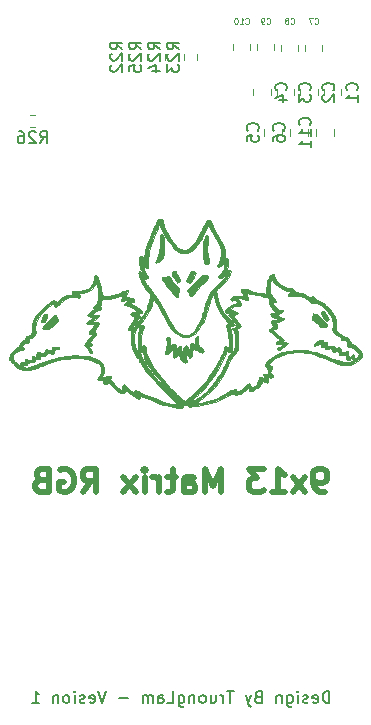
<source format=gbr>
G04 #@! TF.GenerationSoftware,KiCad,Pcbnew,(6.0.0)*
G04 #@! TF.CreationDate,2022-01-23T21:03:46+07:00*
G04 #@! TF.ProjectId,rgb-board,7267622d-626f-4617-9264-2e6b69636164,rev?*
G04 #@! TF.SameCoordinates,Original*
G04 #@! TF.FileFunction,Legend,Bot*
G04 #@! TF.FilePolarity,Positive*
%FSLAX46Y46*%
G04 Gerber Fmt 4.6, Leading zero omitted, Abs format (unit mm)*
G04 Created by KiCad (PCBNEW (6.0.0)) date 2022-01-23 21:03:46*
%MOMM*%
%LPD*%
G01*
G04 APERTURE LIST*
%ADD10C,0.500000*%
%ADD11C,0.150000*%
%ADD12C,0.125000*%
%ADD13C,0.120000*%
%ADD14C,0.010000*%
G04 APERTURE END LIST*
D10*
X110948857Y-80660761D02*
X110567904Y-80660761D01*
X110377428Y-80565523D01*
X110282190Y-80470285D01*
X110091714Y-80184571D01*
X109996476Y-79803619D01*
X109996476Y-79041714D01*
X110091714Y-78851238D01*
X110186952Y-78756000D01*
X110377428Y-78660761D01*
X110758380Y-78660761D01*
X110948857Y-78756000D01*
X111044095Y-78851238D01*
X111139333Y-79041714D01*
X111139333Y-79517904D01*
X111044095Y-79708380D01*
X110948857Y-79803619D01*
X110758380Y-79898857D01*
X110377428Y-79898857D01*
X110186952Y-79803619D01*
X110091714Y-79708380D01*
X109996476Y-79517904D01*
X109329809Y-80660761D02*
X108282190Y-79327428D01*
X109329809Y-79327428D02*
X108282190Y-80660761D01*
X106472666Y-80660761D02*
X107615523Y-80660761D01*
X107044095Y-80660761D02*
X107044095Y-78660761D01*
X107234571Y-78946476D01*
X107425047Y-79136952D01*
X107615523Y-79232190D01*
X105806000Y-78660761D02*
X104567904Y-78660761D01*
X105234571Y-79422666D01*
X104948857Y-79422666D01*
X104758380Y-79517904D01*
X104663142Y-79613142D01*
X104567904Y-79803619D01*
X104567904Y-80279809D01*
X104663142Y-80470285D01*
X104758380Y-80565523D01*
X104948857Y-80660761D01*
X105520285Y-80660761D01*
X105710761Y-80565523D01*
X105806000Y-80470285D01*
X102186952Y-80660761D02*
X102186952Y-78660761D01*
X101520285Y-80089333D01*
X100853619Y-78660761D01*
X100853619Y-80660761D01*
X99044095Y-80660761D02*
X99044095Y-79613142D01*
X99139333Y-79422666D01*
X99329809Y-79327428D01*
X99710761Y-79327428D01*
X99901238Y-79422666D01*
X99044095Y-80565523D02*
X99234571Y-80660761D01*
X99710761Y-80660761D01*
X99901238Y-80565523D01*
X99996476Y-80375047D01*
X99996476Y-80184571D01*
X99901238Y-79994095D01*
X99710761Y-79898857D01*
X99234571Y-79898857D01*
X99044095Y-79803619D01*
X98377428Y-79327428D02*
X97615523Y-79327428D01*
X98091714Y-78660761D02*
X98091714Y-80375047D01*
X97996476Y-80565523D01*
X97806000Y-80660761D01*
X97615523Y-80660761D01*
X96948857Y-80660761D02*
X96948857Y-79327428D01*
X96948857Y-79708380D02*
X96853619Y-79517904D01*
X96758380Y-79422666D01*
X96567904Y-79327428D01*
X96377428Y-79327428D01*
X95710761Y-80660761D02*
X95710761Y-79327428D01*
X95710761Y-78660761D02*
X95806000Y-78756000D01*
X95710761Y-78851238D01*
X95615523Y-78756000D01*
X95710761Y-78660761D01*
X95710761Y-78851238D01*
X94948857Y-80660761D02*
X93901238Y-79327428D01*
X94948857Y-79327428D02*
X93901238Y-80660761D01*
X90472666Y-80660761D02*
X91139333Y-79708380D01*
X91615523Y-80660761D02*
X91615523Y-78660761D01*
X90853619Y-78660761D01*
X90663142Y-78756000D01*
X90567904Y-78851238D01*
X90472666Y-79041714D01*
X90472666Y-79327428D01*
X90567904Y-79517904D01*
X90663142Y-79613142D01*
X90853619Y-79708380D01*
X91615523Y-79708380D01*
X88567904Y-78756000D02*
X88758380Y-78660761D01*
X89044095Y-78660761D01*
X89329809Y-78756000D01*
X89520285Y-78946476D01*
X89615523Y-79136952D01*
X89710761Y-79517904D01*
X89710761Y-79803619D01*
X89615523Y-80184571D01*
X89520285Y-80375047D01*
X89329809Y-80565523D01*
X89044095Y-80660761D01*
X88853619Y-80660761D01*
X88567904Y-80565523D01*
X88472666Y-80470285D01*
X88472666Y-79803619D01*
X88853619Y-79803619D01*
X86948857Y-79613142D02*
X86663142Y-79708380D01*
X86567904Y-79803619D01*
X86472666Y-79994095D01*
X86472666Y-80279809D01*
X86567904Y-80470285D01*
X86663142Y-80565523D01*
X86853619Y-80660761D01*
X87615523Y-80660761D01*
X87615523Y-78660761D01*
X86948857Y-78660761D01*
X86758380Y-78756000D01*
X86663142Y-78851238D01*
X86567904Y-79041714D01*
X86567904Y-79232190D01*
X86663142Y-79422666D01*
X86758380Y-79517904D01*
X86948857Y-79613142D01*
X87615523Y-79613142D01*
D11*
X111353619Y-98496380D02*
X111353619Y-97496380D01*
X111115523Y-97496380D01*
X110972666Y-97544000D01*
X110877428Y-97639238D01*
X110829809Y-97734476D01*
X110782190Y-97924952D01*
X110782190Y-98067809D01*
X110829809Y-98258285D01*
X110877428Y-98353523D01*
X110972666Y-98448761D01*
X111115523Y-98496380D01*
X111353619Y-98496380D01*
X109972666Y-98448761D02*
X110067904Y-98496380D01*
X110258380Y-98496380D01*
X110353619Y-98448761D01*
X110401238Y-98353523D01*
X110401238Y-97972571D01*
X110353619Y-97877333D01*
X110258380Y-97829714D01*
X110067904Y-97829714D01*
X109972666Y-97877333D01*
X109925047Y-97972571D01*
X109925047Y-98067809D01*
X110401238Y-98163047D01*
X109544095Y-98448761D02*
X109448857Y-98496380D01*
X109258380Y-98496380D01*
X109163142Y-98448761D01*
X109115523Y-98353523D01*
X109115523Y-98305904D01*
X109163142Y-98210666D01*
X109258380Y-98163047D01*
X109401238Y-98163047D01*
X109496476Y-98115428D01*
X109544095Y-98020190D01*
X109544095Y-97972571D01*
X109496476Y-97877333D01*
X109401238Y-97829714D01*
X109258380Y-97829714D01*
X109163142Y-97877333D01*
X108686952Y-98496380D02*
X108686952Y-97829714D01*
X108686952Y-97496380D02*
X108734571Y-97544000D01*
X108686952Y-97591619D01*
X108639333Y-97544000D01*
X108686952Y-97496380D01*
X108686952Y-97591619D01*
X107782190Y-97829714D02*
X107782190Y-98639238D01*
X107829809Y-98734476D01*
X107877428Y-98782095D01*
X107972666Y-98829714D01*
X108115523Y-98829714D01*
X108210761Y-98782095D01*
X107782190Y-98448761D02*
X107877428Y-98496380D01*
X108067904Y-98496380D01*
X108163142Y-98448761D01*
X108210761Y-98401142D01*
X108258380Y-98305904D01*
X108258380Y-98020190D01*
X108210761Y-97924952D01*
X108163142Y-97877333D01*
X108067904Y-97829714D01*
X107877428Y-97829714D01*
X107782190Y-97877333D01*
X107306000Y-97829714D02*
X107306000Y-98496380D01*
X107306000Y-97924952D02*
X107258380Y-97877333D01*
X107163142Y-97829714D01*
X107020285Y-97829714D01*
X106925047Y-97877333D01*
X106877428Y-97972571D01*
X106877428Y-98496380D01*
X105306000Y-97972571D02*
X105163142Y-98020190D01*
X105115523Y-98067809D01*
X105067904Y-98163047D01*
X105067904Y-98305904D01*
X105115523Y-98401142D01*
X105163142Y-98448761D01*
X105258380Y-98496380D01*
X105639333Y-98496380D01*
X105639333Y-97496380D01*
X105306000Y-97496380D01*
X105210761Y-97544000D01*
X105163142Y-97591619D01*
X105115523Y-97686857D01*
X105115523Y-97782095D01*
X105163142Y-97877333D01*
X105210761Y-97924952D01*
X105306000Y-97972571D01*
X105639333Y-97972571D01*
X104734571Y-97829714D02*
X104496476Y-98496380D01*
X104258380Y-97829714D02*
X104496476Y-98496380D01*
X104591714Y-98734476D01*
X104639333Y-98782095D01*
X104734571Y-98829714D01*
X103258380Y-97496380D02*
X102686952Y-97496380D01*
X102972666Y-98496380D02*
X102972666Y-97496380D01*
X102353619Y-98496380D02*
X102353619Y-97829714D01*
X102353619Y-98020190D02*
X102306000Y-97924952D01*
X102258380Y-97877333D01*
X102163142Y-97829714D01*
X102067904Y-97829714D01*
X101306000Y-97829714D02*
X101306000Y-98496380D01*
X101734571Y-97829714D02*
X101734571Y-98353523D01*
X101686952Y-98448761D01*
X101591714Y-98496380D01*
X101448857Y-98496380D01*
X101353619Y-98448761D01*
X101306000Y-98401142D01*
X100686952Y-98496380D02*
X100782190Y-98448761D01*
X100829809Y-98401142D01*
X100877428Y-98305904D01*
X100877428Y-98020190D01*
X100829809Y-97924952D01*
X100782190Y-97877333D01*
X100686952Y-97829714D01*
X100544095Y-97829714D01*
X100448857Y-97877333D01*
X100401238Y-97924952D01*
X100353619Y-98020190D01*
X100353619Y-98305904D01*
X100401238Y-98401142D01*
X100448857Y-98448761D01*
X100544095Y-98496380D01*
X100686952Y-98496380D01*
X99925047Y-97829714D02*
X99925047Y-98496380D01*
X99925047Y-97924952D02*
X99877428Y-97877333D01*
X99782190Y-97829714D01*
X99639333Y-97829714D01*
X99544095Y-97877333D01*
X99496476Y-97972571D01*
X99496476Y-98496380D01*
X98591714Y-97829714D02*
X98591714Y-98639238D01*
X98639333Y-98734476D01*
X98686952Y-98782095D01*
X98782190Y-98829714D01*
X98925047Y-98829714D01*
X99020285Y-98782095D01*
X98591714Y-98448761D02*
X98686952Y-98496380D01*
X98877428Y-98496380D01*
X98972666Y-98448761D01*
X99020285Y-98401142D01*
X99067904Y-98305904D01*
X99067904Y-98020190D01*
X99020285Y-97924952D01*
X98972666Y-97877333D01*
X98877428Y-97829714D01*
X98686952Y-97829714D01*
X98591714Y-97877333D01*
X97639333Y-98496380D02*
X98115523Y-98496380D01*
X98115523Y-97496380D01*
X96877428Y-98496380D02*
X96877428Y-97972571D01*
X96925047Y-97877333D01*
X97020285Y-97829714D01*
X97210761Y-97829714D01*
X97306000Y-97877333D01*
X96877428Y-98448761D02*
X96972666Y-98496380D01*
X97210761Y-98496380D01*
X97306000Y-98448761D01*
X97353619Y-98353523D01*
X97353619Y-98258285D01*
X97306000Y-98163047D01*
X97210761Y-98115428D01*
X96972666Y-98115428D01*
X96877428Y-98067809D01*
X96401238Y-98496380D02*
X96401238Y-97829714D01*
X96401238Y-97924952D02*
X96353619Y-97877333D01*
X96258380Y-97829714D01*
X96115523Y-97829714D01*
X96020285Y-97877333D01*
X95972666Y-97972571D01*
X95972666Y-98496380D01*
X95972666Y-97972571D02*
X95925047Y-97877333D01*
X95829809Y-97829714D01*
X95686952Y-97829714D01*
X95591714Y-97877333D01*
X95544095Y-97972571D01*
X95544095Y-98496380D01*
X94306000Y-98115428D02*
X93544095Y-98115428D01*
X92448857Y-97496380D02*
X92115523Y-98496380D01*
X91782190Y-97496380D01*
X91067904Y-98448761D02*
X91163142Y-98496380D01*
X91353619Y-98496380D01*
X91448857Y-98448761D01*
X91496476Y-98353523D01*
X91496476Y-97972571D01*
X91448857Y-97877333D01*
X91353619Y-97829714D01*
X91163142Y-97829714D01*
X91067904Y-97877333D01*
X91020285Y-97972571D01*
X91020285Y-98067809D01*
X91496476Y-98163047D01*
X90639333Y-98448761D02*
X90544095Y-98496380D01*
X90353619Y-98496380D01*
X90258380Y-98448761D01*
X90210761Y-98353523D01*
X90210761Y-98305904D01*
X90258380Y-98210666D01*
X90353619Y-98163047D01*
X90496476Y-98163047D01*
X90591714Y-98115428D01*
X90639333Y-98020190D01*
X90639333Y-97972571D01*
X90591714Y-97877333D01*
X90496476Y-97829714D01*
X90353619Y-97829714D01*
X90258380Y-97877333D01*
X89782190Y-98496380D02*
X89782190Y-97829714D01*
X89782190Y-97496380D02*
X89829809Y-97544000D01*
X89782190Y-97591619D01*
X89734571Y-97544000D01*
X89782190Y-97496380D01*
X89782190Y-97591619D01*
X89163142Y-98496380D02*
X89258380Y-98448761D01*
X89306000Y-98401142D01*
X89353619Y-98305904D01*
X89353619Y-98020190D01*
X89306000Y-97924952D01*
X89258380Y-97877333D01*
X89163142Y-97829714D01*
X89020285Y-97829714D01*
X88925047Y-97877333D01*
X88877428Y-97924952D01*
X88829809Y-98020190D01*
X88829809Y-98305904D01*
X88877428Y-98401142D01*
X88925047Y-98448761D01*
X89020285Y-98496380D01*
X89163142Y-98496380D01*
X88401238Y-97829714D02*
X88401238Y-98496380D01*
X88401238Y-97924952D02*
X88353619Y-97877333D01*
X88258380Y-97829714D01*
X88115523Y-97829714D01*
X88020285Y-97877333D01*
X87972666Y-97972571D01*
X87972666Y-98496380D01*
X86210761Y-98496380D02*
X86782190Y-98496380D01*
X86496476Y-98496380D02*
X86496476Y-97496380D01*
X86591714Y-97639238D01*
X86686952Y-97734476D01*
X86782190Y-97782095D01*
D12*
X104257428Y-40956071D02*
X104281238Y-40979880D01*
X104352666Y-41003690D01*
X104400285Y-41003690D01*
X104471714Y-40979880D01*
X104519333Y-40932261D01*
X104543142Y-40884642D01*
X104566952Y-40789404D01*
X104566952Y-40717976D01*
X104543142Y-40622738D01*
X104519333Y-40575119D01*
X104471714Y-40527500D01*
X104400285Y-40503690D01*
X104352666Y-40503690D01*
X104281238Y-40527500D01*
X104257428Y-40551309D01*
X103781238Y-41003690D02*
X104066952Y-41003690D01*
X103924095Y-41003690D02*
X103924095Y-40503690D01*
X103971714Y-40575119D01*
X104019333Y-40622738D01*
X104066952Y-40646547D01*
X103471714Y-40503690D02*
X103424095Y-40503690D01*
X103376476Y-40527500D01*
X103352666Y-40551309D01*
X103328857Y-40598928D01*
X103305047Y-40694166D01*
X103305047Y-40813214D01*
X103328857Y-40908452D01*
X103352666Y-40956071D01*
X103376476Y-40979880D01*
X103424095Y-41003690D01*
X103471714Y-41003690D01*
X103519333Y-40979880D01*
X103543142Y-40956071D01*
X103566952Y-40908452D01*
X103590761Y-40813214D01*
X103590761Y-40694166D01*
X103566952Y-40598928D01*
X103543142Y-40551309D01*
X103519333Y-40527500D01*
X103471714Y-40503690D01*
X106051333Y-40956071D02*
X106075142Y-40979880D01*
X106146571Y-41003690D01*
X106194190Y-41003690D01*
X106265619Y-40979880D01*
X106313238Y-40932261D01*
X106337047Y-40884642D01*
X106360857Y-40789404D01*
X106360857Y-40717976D01*
X106337047Y-40622738D01*
X106313238Y-40575119D01*
X106265619Y-40527500D01*
X106194190Y-40503690D01*
X106146571Y-40503690D01*
X106075142Y-40527500D01*
X106051333Y-40551309D01*
X105813238Y-41003690D02*
X105718000Y-41003690D01*
X105670380Y-40979880D01*
X105646571Y-40956071D01*
X105598952Y-40884642D01*
X105575142Y-40789404D01*
X105575142Y-40598928D01*
X105598952Y-40551309D01*
X105622761Y-40527500D01*
X105670380Y-40503690D01*
X105765619Y-40503690D01*
X105813238Y-40527500D01*
X105837047Y-40551309D01*
X105860857Y-40598928D01*
X105860857Y-40717976D01*
X105837047Y-40765595D01*
X105813238Y-40789404D01*
X105765619Y-40813214D01*
X105670380Y-40813214D01*
X105622761Y-40789404D01*
X105598952Y-40765595D01*
X105575142Y-40717976D01*
X108083333Y-40956071D02*
X108107142Y-40979880D01*
X108178571Y-41003690D01*
X108226190Y-41003690D01*
X108297619Y-40979880D01*
X108345238Y-40932261D01*
X108369047Y-40884642D01*
X108392857Y-40789404D01*
X108392857Y-40717976D01*
X108369047Y-40622738D01*
X108345238Y-40575119D01*
X108297619Y-40527500D01*
X108226190Y-40503690D01*
X108178571Y-40503690D01*
X108107142Y-40527500D01*
X108083333Y-40551309D01*
X107797619Y-40717976D02*
X107845238Y-40694166D01*
X107869047Y-40670357D01*
X107892857Y-40622738D01*
X107892857Y-40598928D01*
X107869047Y-40551309D01*
X107845238Y-40527500D01*
X107797619Y-40503690D01*
X107702380Y-40503690D01*
X107654761Y-40527500D01*
X107630952Y-40551309D01*
X107607142Y-40598928D01*
X107607142Y-40622738D01*
X107630952Y-40670357D01*
X107654761Y-40694166D01*
X107702380Y-40717976D01*
X107797619Y-40717976D01*
X107845238Y-40741785D01*
X107869047Y-40765595D01*
X107892857Y-40813214D01*
X107892857Y-40908452D01*
X107869047Y-40956071D01*
X107845238Y-40979880D01*
X107797619Y-41003690D01*
X107702380Y-41003690D01*
X107654761Y-40979880D01*
X107630952Y-40956071D01*
X107607142Y-40908452D01*
X107607142Y-40813214D01*
X107630952Y-40765595D01*
X107654761Y-40741785D01*
X107702380Y-40717976D01*
X110115333Y-40956071D02*
X110139142Y-40979880D01*
X110210571Y-41003690D01*
X110258190Y-41003690D01*
X110329619Y-40979880D01*
X110377238Y-40932261D01*
X110401047Y-40884642D01*
X110424857Y-40789404D01*
X110424857Y-40717976D01*
X110401047Y-40622738D01*
X110377238Y-40575119D01*
X110329619Y-40527500D01*
X110258190Y-40503690D01*
X110210571Y-40503690D01*
X110139142Y-40527500D01*
X110115333Y-40551309D01*
X109948666Y-40503690D02*
X109615333Y-40503690D01*
X109829619Y-41003690D01*
D11*
X107677142Y-46633333D02*
X107724761Y-46585714D01*
X107772380Y-46442857D01*
X107772380Y-46347619D01*
X107724761Y-46204761D01*
X107629523Y-46109523D01*
X107534285Y-46061904D01*
X107343809Y-46014285D01*
X107200952Y-46014285D01*
X107010476Y-46061904D01*
X106915238Y-46109523D01*
X106820000Y-46204761D01*
X106772380Y-46347619D01*
X106772380Y-46442857D01*
X106820000Y-46585714D01*
X106867619Y-46633333D01*
X107105714Y-47490476D02*
X107772380Y-47490476D01*
X106724761Y-47252380D02*
X107439047Y-47014285D01*
X107439047Y-47633333D01*
X98622380Y-43157142D02*
X98146190Y-42823809D01*
X98622380Y-42585714D02*
X97622380Y-42585714D01*
X97622380Y-42966666D01*
X97670000Y-43061904D01*
X97717619Y-43109523D01*
X97812857Y-43157142D01*
X97955714Y-43157142D01*
X98050952Y-43109523D01*
X98098571Y-43061904D01*
X98146190Y-42966666D01*
X98146190Y-42585714D01*
X97717619Y-43538095D02*
X97670000Y-43585714D01*
X97622380Y-43680952D01*
X97622380Y-43919047D01*
X97670000Y-44014285D01*
X97717619Y-44061904D01*
X97812857Y-44109523D01*
X97908095Y-44109523D01*
X98050952Y-44061904D01*
X98622380Y-43490476D01*
X98622380Y-44109523D01*
X97622380Y-44442857D02*
X97622380Y-45061904D01*
X98003333Y-44728571D01*
X98003333Y-44871428D01*
X98050952Y-44966666D01*
X98098571Y-45014285D01*
X98193809Y-45061904D01*
X98431904Y-45061904D01*
X98527142Y-45014285D01*
X98574761Y-44966666D01*
X98622380Y-44871428D01*
X98622380Y-44585714D01*
X98574761Y-44490476D01*
X98527142Y-44442857D01*
X109677142Y-46633333D02*
X109724761Y-46585714D01*
X109772380Y-46442857D01*
X109772380Y-46347619D01*
X109724761Y-46204761D01*
X109629523Y-46109523D01*
X109534285Y-46061904D01*
X109343809Y-46014285D01*
X109200952Y-46014285D01*
X109010476Y-46061904D01*
X108915238Y-46109523D01*
X108820000Y-46204761D01*
X108772380Y-46347619D01*
X108772380Y-46442857D01*
X108820000Y-46585714D01*
X108867619Y-46633333D01*
X108772380Y-46966666D02*
X108772380Y-47585714D01*
X109153333Y-47252380D01*
X109153333Y-47395238D01*
X109200952Y-47490476D01*
X109248571Y-47538095D01*
X109343809Y-47585714D01*
X109581904Y-47585714D01*
X109677142Y-47538095D01*
X109724761Y-47490476D01*
X109772380Y-47395238D01*
X109772380Y-47109523D01*
X109724761Y-47014285D01*
X109677142Y-46966666D01*
X111677142Y-46633333D02*
X111724761Y-46585714D01*
X111772380Y-46442857D01*
X111772380Y-46347619D01*
X111724761Y-46204761D01*
X111629523Y-46109523D01*
X111534285Y-46061904D01*
X111343809Y-46014285D01*
X111200952Y-46014285D01*
X111010476Y-46061904D01*
X110915238Y-46109523D01*
X110820000Y-46204761D01*
X110772380Y-46347619D01*
X110772380Y-46442857D01*
X110820000Y-46585714D01*
X110867619Y-46633333D01*
X110867619Y-47014285D02*
X110820000Y-47061904D01*
X110772380Y-47157142D01*
X110772380Y-47395238D01*
X110820000Y-47490476D01*
X110867619Y-47538095D01*
X110962857Y-47585714D01*
X111058095Y-47585714D01*
X111200952Y-47538095D01*
X111772380Y-46966666D01*
X111772380Y-47585714D01*
X93822380Y-43157142D02*
X93346190Y-42823809D01*
X93822380Y-42585714D02*
X92822380Y-42585714D01*
X92822380Y-42966666D01*
X92870000Y-43061904D01*
X92917619Y-43109523D01*
X93012857Y-43157142D01*
X93155714Y-43157142D01*
X93250952Y-43109523D01*
X93298571Y-43061904D01*
X93346190Y-42966666D01*
X93346190Y-42585714D01*
X92917619Y-43538095D02*
X92870000Y-43585714D01*
X92822380Y-43680952D01*
X92822380Y-43919047D01*
X92870000Y-44014285D01*
X92917619Y-44061904D01*
X93012857Y-44109523D01*
X93108095Y-44109523D01*
X93250952Y-44061904D01*
X93822380Y-43490476D01*
X93822380Y-44109523D01*
X92917619Y-44490476D02*
X92870000Y-44538095D01*
X92822380Y-44633333D01*
X92822380Y-44871428D01*
X92870000Y-44966666D01*
X92917619Y-45014285D01*
X93012857Y-45061904D01*
X93108095Y-45061904D01*
X93250952Y-45014285D01*
X93822380Y-44442857D01*
X93822380Y-45061904D01*
X95422380Y-43157142D02*
X94946190Y-42823809D01*
X95422380Y-42585714D02*
X94422380Y-42585714D01*
X94422380Y-42966666D01*
X94470000Y-43061904D01*
X94517619Y-43109523D01*
X94612857Y-43157142D01*
X94755714Y-43157142D01*
X94850952Y-43109523D01*
X94898571Y-43061904D01*
X94946190Y-42966666D01*
X94946190Y-42585714D01*
X94517619Y-43538095D02*
X94470000Y-43585714D01*
X94422380Y-43680952D01*
X94422380Y-43919047D01*
X94470000Y-44014285D01*
X94517619Y-44061904D01*
X94612857Y-44109523D01*
X94708095Y-44109523D01*
X94850952Y-44061904D01*
X95422380Y-43490476D01*
X95422380Y-44109523D01*
X94422380Y-45014285D02*
X94422380Y-44538095D01*
X94898571Y-44490476D01*
X94850952Y-44538095D01*
X94803333Y-44633333D01*
X94803333Y-44871428D01*
X94850952Y-44966666D01*
X94898571Y-45014285D01*
X94993809Y-45061904D01*
X95231904Y-45061904D01*
X95327142Y-45014285D01*
X95374761Y-44966666D01*
X95422380Y-44871428D01*
X95422380Y-44633333D01*
X95374761Y-44538095D01*
X95327142Y-44490476D01*
X109677142Y-49557142D02*
X109724761Y-49509523D01*
X109772380Y-49366666D01*
X109772380Y-49271428D01*
X109724761Y-49128571D01*
X109629523Y-49033333D01*
X109534285Y-48985714D01*
X109343809Y-48938095D01*
X109200952Y-48938095D01*
X109010476Y-48985714D01*
X108915238Y-49033333D01*
X108820000Y-49128571D01*
X108772380Y-49271428D01*
X108772380Y-49366666D01*
X108820000Y-49509523D01*
X108867619Y-49557142D01*
X109772380Y-50509523D02*
X109772380Y-49938095D01*
X109772380Y-50223809D02*
X108772380Y-50223809D01*
X108915238Y-50128571D01*
X109010476Y-50033333D01*
X109058095Y-49938095D01*
X109772380Y-51461904D02*
X109772380Y-50890476D01*
X109772380Y-51176190D02*
X108772380Y-51176190D01*
X108915238Y-51080952D01*
X109010476Y-50985714D01*
X109058095Y-50890476D01*
X105277142Y-50033333D02*
X105324761Y-49985714D01*
X105372380Y-49842857D01*
X105372380Y-49747619D01*
X105324761Y-49604761D01*
X105229523Y-49509523D01*
X105134285Y-49461904D01*
X104943809Y-49414285D01*
X104800952Y-49414285D01*
X104610476Y-49461904D01*
X104515238Y-49509523D01*
X104420000Y-49604761D01*
X104372380Y-49747619D01*
X104372380Y-49842857D01*
X104420000Y-49985714D01*
X104467619Y-50033333D01*
X104372380Y-50938095D02*
X104372380Y-50461904D01*
X104848571Y-50414285D01*
X104800952Y-50461904D01*
X104753333Y-50557142D01*
X104753333Y-50795238D01*
X104800952Y-50890476D01*
X104848571Y-50938095D01*
X104943809Y-50985714D01*
X105181904Y-50985714D01*
X105277142Y-50938095D01*
X105324761Y-50890476D01*
X105372380Y-50795238D01*
X105372380Y-50557142D01*
X105324761Y-50461904D01*
X105277142Y-50414285D01*
X107477142Y-50033333D02*
X107524761Y-49985714D01*
X107572380Y-49842857D01*
X107572380Y-49747619D01*
X107524761Y-49604761D01*
X107429523Y-49509523D01*
X107334285Y-49461904D01*
X107143809Y-49414285D01*
X107000952Y-49414285D01*
X106810476Y-49461904D01*
X106715238Y-49509523D01*
X106620000Y-49604761D01*
X106572380Y-49747619D01*
X106572380Y-49842857D01*
X106620000Y-49985714D01*
X106667619Y-50033333D01*
X106572380Y-50890476D02*
X106572380Y-50700000D01*
X106620000Y-50604761D01*
X106667619Y-50557142D01*
X106810476Y-50461904D01*
X107000952Y-50414285D01*
X107381904Y-50414285D01*
X107477142Y-50461904D01*
X107524761Y-50509523D01*
X107572380Y-50604761D01*
X107572380Y-50795238D01*
X107524761Y-50890476D01*
X107477142Y-50938095D01*
X107381904Y-50985714D01*
X107143809Y-50985714D01*
X107048571Y-50938095D01*
X107000952Y-50890476D01*
X106953333Y-50795238D01*
X106953333Y-50604761D01*
X107000952Y-50509523D01*
X107048571Y-50461904D01*
X107143809Y-50414285D01*
X113677142Y-46633333D02*
X113724761Y-46585714D01*
X113772380Y-46442857D01*
X113772380Y-46347619D01*
X113724761Y-46204761D01*
X113629523Y-46109523D01*
X113534285Y-46061904D01*
X113343809Y-46014285D01*
X113200952Y-46014285D01*
X113010476Y-46061904D01*
X112915238Y-46109523D01*
X112820000Y-46204761D01*
X112772380Y-46347619D01*
X112772380Y-46442857D01*
X112820000Y-46585714D01*
X112867619Y-46633333D01*
X113772380Y-47585714D02*
X113772380Y-47014285D01*
X113772380Y-47300000D02*
X112772380Y-47300000D01*
X112915238Y-47204761D01*
X113010476Y-47109523D01*
X113058095Y-47014285D01*
X86859494Y-51099017D02*
X87192827Y-50622827D01*
X87430922Y-51099017D02*
X87430922Y-50099017D01*
X87049970Y-50099017D01*
X86954732Y-50146637D01*
X86907113Y-50194256D01*
X86859494Y-50289494D01*
X86859494Y-50432351D01*
X86907113Y-50527589D01*
X86954732Y-50575208D01*
X87049970Y-50622827D01*
X87430922Y-50622827D01*
X86478541Y-50194256D02*
X86430922Y-50146637D01*
X86335684Y-50099017D01*
X86097589Y-50099017D01*
X86002351Y-50146637D01*
X85954732Y-50194256D01*
X85907113Y-50289494D01*
X85907113Y-50384732D01*
X85954732Y-50527589D01*
X86526160Y-51099017D01*
X85907113Y-51099017D01*
X85049970Y-50099017D02*
X85240446Y-50099017D01*
X85335684Y-50146637D01*
X85383303Y-50194256D01*
X85478541Y-50337113D01*
X85526160Y-50527589D01*
X85526160Y-50908541D01*
X85478541Y-51003779D01*
X85430922Y-51051398D01*
X85335684Y-51099017D01*
X85145208Y-51099017D01*
X85049970Y-51051398D01*
X85002351Y-51003779D01*
X84954732Y-50908541D01*
X84954732Y-50670446D01*
X85002351Y-50575208D01*
X85049970Y-50527589D01*
X85145208Y-50479970D01*
X85335684Y-50479970D01*
X85430922Y-50527589D01*
X85478541Y-50575208D01*
X85526160Y-50670446D01*
X97022380Y-43157142D02*
X96546190Y-42823809D01*
X97022380Y-42585714D02*
X96022380Y-42585714D01*
X96022380Y-42966666D01*
X96070000Y-43061904D01*
X96117619Y-43109523D01*
X96212857Y-43157142D01*
X96355714Y-43157142D01*
X96450952Y-43109523D01*
X96498571Y-43061904D01*
X96546190Y-42966666D01*
X96546190Y-42585714D01*
X96117619Y-43538095D02*
X96070000Y-43585714D01*
X96022380Y-43680952D01*
X96022380Y-43919047D01*
X96070000Y-44014285D01*
X96117619Y-44061904D01*
X96212857Y-44109523D01*
X96308095Y-44109523D01*
X96450952Y-44061904D01*
X97022380Y-43490476D01*
X97022380Y-44109523D01*
X96355714Y-44966666D02*
X97022380Y-44966666D01*
X95974761Y-44728571D02*
X96689047Y-44490476D01*
X96689047Y-45109523D01*
D13*
X103226000Y-43258578D02*
X103226000Y-42741422D01*
X104646000Y-43258578D02*
X104646000Y-42741422D01*
X106678000Y-43258578D02*
X106678000Y-42741422D01*
X105258000Y-43258578D02*
X105258000Y-42741422D01*
X108710000Y-43273578D02*
X108710000Y-42756422D01*
X107290000Y-43273578D02*
X107290000Y-42756422D01*
D14*
X97068975Y-58823711D02*
X97040820Y-58961447D01*
X97040820Y-58961447D02*
X97027582Y-59196397D01*
X97027582Y-59196397D02*
X97026040Y-59321700D01*
X97026040Y-59321700D02*
X97004885Y-59866193D01*
X97004885Y-59866193D02*
X96945492Y-60315280D01*
X96945492Y-60315280D02*
X96847580Y-60670512D01*
X96847580Y-60670512D02*
X96745942Y-60880773D01*
X96745942Y-60880773D02*
X96646906Y-61067933D01*
X96646906Y-61067933D02*
X96628617Y-61177696D01*
X96628617Y-61177696D02*
X96691140Y-61209609D01*
X96691140Y-61209609D02*
X96698373Y-61208936D01*
X96698373Y-61208936D02*
X96787587Y-61193038D01*
X96787587Y-61193038D02*
X96901000Y-61169632D01*
X96901000Y-61169632D02*
X97050616Y-61091521D01*
X97050616Y-61091521D02*
X97177352Y-60944009D01*
X97177352Y-60944009D02*
X97273400Y-60722121D01*
X97273400Y-60722121D02*
X97342635Y-60430576D01*
X97342635Y-60430576D02*
X97383837Y-60098161D01*
X97383837Y-60098161D02*
X97395784Y-59753664D01*
X97395784Y-59753664D02*
X97377254Y-59425872D01*
X97377254Y-59425872D02*
X97327027Y-59143575D01*
X97327027Y-59143575D02*
X97261263Y-58966100D01*
X97261263Y-58966100D02*
X97177365Y-58828806D01*
X97177365Y-58828806D02*
X97113880Y-58780421D01*
X97113880Y-58780421D02*
X97068975Y-58823711D01*
X97068975Y-58823711D02*
X97068975Y-58823711D01*
G36*
X97177365Y-58828806D02*
G01*
X97261263Y-58966100D01*
X97327027Y-59143575D01*
X97377254Y-59425872D01*
X97395784Y-59753664D01*
X97383837Y-60098161D01*
X97342635Y-60430576D01*
X97273400Y-60722121D01*
X97177352Y-60944009D01*
X97050616Y-61091521D01*
X96901000Y-61169632D01*
X96787587Y-61193038D01*
X96698373Y-61208936D01*
X96691140Y-61209609D01*
X96628617Y-61177696D01*
X96646906Y-61067933D01*
X96745942Y-60880773D01*
X96847580Y-60670512D01*
X96945492Y-60315280D01*
X97004885Y-59866193D01*
X97026040Y-59321700D01*
X97027582Y-59196397D01*
X97040820Y-58961447D01*
X97068975Y-58823711D01*
X97113880Y-58780421D01*
X97177365Y-58828806D01*
G37*
X97177365Y-58828806D02*
X97261263Y-58966100D01*
X97327027Y-59143575D01*
X97377254Y-59425872D01*
X97395784Y-59753664D01*
X97383837Y-60098161D01*
X97342635Y-60430576D01*
X97273400Y-60722121D01*
X97177352Y-60944009D01*
X97050616Y-61091521D01*
X96901000Y-61169632D01*
X96787587Y-61193038D01*
X96698373Y-61208936D01*
X96691140Y-61209609D01*
X96628617Y-61177696D01*
X96646906Y-61067933D01*
X96745942Y-60880773D01*
X96847580Y-60670512D01*
X96945492Y-60315280D01*
X97004885Y-59866193D01*
X97026040Y-59321700D01*
X97027582Y-59196397D01*
X97040820Y-58961447D01*
X97068975Y-58823711D01*
X97113880Y-58780421D01*
X97177365Y-58828806D01*
X100587921Y-62272694D02*
X100502222Y-62352966D01*
X100502222Y-62352966D02*
X100413924Y-62444046D01*
X100413924Y-62444046D02*
X100263996Y-62592631D01*
X100263996Y-62592631D02*
X100072869Y-62778687D01*
X100072869Y-62778687D02*
X99860975Y-62982178D01*
X99860975Y-62982178D02*
X99845595Y-62996842D01*
X99845595Y-62996842D02*
X99587689Y-63250326D01*
X99587689Y-63250326D02*
X99416651Y-63437551D01*
X99416651Y-63437551D02*
X99328881Y-63563561D01*
X99328881Y-63563561D02*
X99320776Y-63633399D01*
X99320776Y-63633399D02*
X99377500Y-63652400D01*
X99377500Y-63652400D02*
X99423273Y-63696298D01*
X99423273Y-63696298D02*
X99441000Y-63794640D01*
X99441000Y-63794640D02*
X99475284Y-63934090D01*
X99475284Y-63934090D02*
X99560562Y-64032598D01*
X99560562Y-64032598D02*
X99642265Y-64058800D01*
X99642265Y-64058800D02*
X99697150Y-64019432D01*
X99697150Y-64019432D02*
X99802747Y-63914093D01*
X99802747Y-63914093D02*
X99940422Y-63761929D01*
X99940422Y-63761929D02*
X100009035Y-63681908D01*
X100009035Y-63681908D02*
X100202034Y-63461827D01*
X100202034Y-63461827D02*
X100417705Y-63229175D01*
X100417705Y-63229175D02*
X100613278Y-63029932D01*
X100613278Y-63029932D02*
X100635539Y-63008361D01*
X100635539Y-63008361D02*
X100882052Y-62758219D01*
X100882052Y-62758219D02*
X101035584Y-62567369D01*
X101035584Y-62567369D02*
X101098460Y-62427949D01*
X101098460Y-62427949D02*
X101073004Y-62332100D01*
X101073004Y-62332100D02*
X100961540Y-62271961D01*
X100961540Y-62271961D02*
X100859627Y-62250528D01*
X100859627Y-62250528D02*
X100693586Y-62236968D01*
X100693586Y-62236968D02*
X100587921Y-62272694D01*
X100587921Y-62272694D02*
X100587921Y-62272694D01*
G36*
X100859627Y-62250528D02*
G01*
X100961540Y-62271961D01*
X101073004Y-62332100D01*
X101098460Y-62427949D01*
X101035584Y-62567369D01*
X100882052Y-62758219D01*
X100635539Y-63008361D01*
X100613278Y-63029932D01*
X100417705Y-63229175D01*
X100202034Y-63461827D01*
X100009035Y-63681908D01*
X99940422Y-63761929D01*
X99802747Y-63914093D01*
X99697150Y-64019432D01*
X99642265Y-64058800D01*
X99560562Y-64032598D01*
X99475284Y-63934090D01*
X99441000Y-63794640D01*
X99423273Y-63696298D01*
X99377500Y-63652400D01*
X99320776Y-63633399D01*
X99328881Y-63563561D01*
X99416651Y-63437551D01*
X99587689Y-63250326D01*
X99845595Y-62996842D01*
X99860975Y-62982178D01*
X100072869Y-62778687D01*
X100263996Y-62592631D01*
X100413924Y-62444046D01*
X100502222Y-62352966D01*
X100587921Y-62272694D01*
X100693586Y-62236968D01*
X100859627Y-62250528D01*
G37*
X100859627Y-62250528D02*
X100961540Y-62271961D01*
X101073004Y-62332100D01*
X101098460Y-62427949D01*
X101035584Y-62567369D01*
X100882052Y-62758219D01*
X100635539Y-63008361D01*
X100613278Y-63029932D01*
X100417705Y-63229175D01*
X100202034Y-63461827D01*
X100009035Y-63681908D01*
X99940422Y-63761929D01*
X99802747Y-63914093D01*
X99697150Y-64019432D01*
X99642265Y-64058800D01*
X99560562Y-64032598D01*
X99475284Y-63934090D01*
X99441000Y-63794640D01*
X99423273Y-63696298D01*
X99377500Y-63652400D01*
X99320776Y-63633399D01*
X99328881Y-63563561D01*
X99416651Y-63437551D01*
X99587689Y-63250326D01*
X99845595Y-62996842D01*
X99860975Y-62982178D01*
X100072869Y-62778687D01*
X100263996Y-62592631D01*
X100413924Y-62444046D01*
X100502222Y-62352966D01*
X100587921Y-62272694D01*
X100693586Y-62236968D01*
X100859627Y-62250528D01*
X96908708Y-57501789D02*
X96853467Y-57567396D01*
X96853467Y-57567396D02*
X96769967Y-57715341D01*
X96769967Y-57715341D02*
X96664479Y-57930188D01*
X96664479Y-57930188D02*
X96543273Y-58196503D01*
X96543273Y-58196503D02*
X96412618Y-58498849D01*
X96412618Y-58498849D02*
X96278786Y-58821791D01*
X96278786Y-58821791D02*
X96148045Y-59149895D01*
X96148045Y-59149895D02*
X96026666Y-59467725D01*
X96026666Y-59467725D02*
X95920920Y-59759845D01*
X95920920Y-59759845D02*
X95837076Y-60010821D01*
X95837076Y-60010821D02*
X95781405Y-60205217D01*
X95781405Y-60205217D02*
X95760176Y-60327598D01*
X95760176Y-60327598D02*
X95760145Y-60329233D01*
X95760145Y-60329233D02*
X95745030Y-60451265D01*
X95745030Y-60451265D02*
X95712261Y-60522458D01*
X95712261Y-60522458D02*
X95684786Y-60593137D01*
X95684786Y-60593137D02*
X95675995Y-60720104D01*
X95675995Y-60720104D02*
X95677016Y-60746824D01*
X95677016Y-60746824D02*
X95681674Y-60865478D01*
X95681674Y-60865478D02*
X95670398Y-60890617D01*
X95670398Y-60890617D02*
X95633489Y-60830200D01*
X95633489Y-60830200D02*
X95616097Y-60796832D01*
X95616097Y-60796832D02*
X95511722Y-60663490D01*
X95511722Y-60663490D02*
X95388836Y-60630609D01*
X95388836Y-60630609D02*
X95316562Y-60653686D01*
X95316562Y-60653686D02*
X95263118Y-60732112D01*
X95263118Y-60732112D02*
X95235626Y-60884341D01*
X95235626Y-60884341D02*
X95232840Y-61084930D01*
X95232840Y-61084930D02*
X95253514Y-61308440D01*
X95253514Y-61308440D02*
X95296403Y-61529430D01*
X95296403Y-61529430D02*
X95360261Y-61722459D01*
X95360261Y-61722459D02*
X95369945Y-61743974D01*
X95369945Y-61743974D02*
X95456816Y-61937700D01*
X95456816Y-61937700D02*
X95494130Y-62044385D01*
X95494130Y-62044385D02*
X95482714Y-62070252D01*
X95482714Y-62070252D02*
X95423395Y-62021522D01*
X95423395Y-62021522D02*
X95404224Y-62001647D01*
X95404224Y-62001647D02*
X95325921Y-61935140D01*
X95325921Y-61935140D02*
X95271388Y-61950221D01*
X95271388Y-61950221D02*
X95248466Y-61976247D01*
X95248466Y-61976247D02*
X95209723Y-62033984D01*
X95209723Y-62033984D02*
X95193951Y-62097526D01*
X95193951Y-62097526D02*
X95203497Y-62190083D01*
X95203497Y-62190083D02*
X95240708Y-62334862D01*
X95240708Y-62334862D02*
X95306558Y-62550679D01*
X95306558Y-62550679D02*
X95401333Y-62791998D01*
X95401333Y-62791998D02*
X95530703Y-63044042D01*
X95530703Y-63044042D02*
X95655808Y-63236857D01*
X95655808Y-63236857D02*
X95770083Y-63392022D01*
X95770083Y-63392022D02*
X95852208Y-63512443D01*
X95852208Y-63512443D02*
X95884960Y-63572823D01*
X95884960Y-63572823D02*
X95885000Y-63573534D01*
X95885000Y-63573534D02*
X95920297Y-63631973D01*
X95920297Y-63631973D02*
X96008915Y-63737205D01*
X96008915Y-63737205D02*
X96051014Y-63782503D01*
X96051014Y-63782503D02*
X96154836Y-63909339D01*
X96154836Y-63909339D02*
X96190590Y-64025120D01*
X96190590Y-64025120D02*
X96174491Y-64183525D01*
X96174491Y-64183525D02*
X96173591Y-64188354D01*
X96173591Y-64188354D02*
X96127003Y-64372715D01*
X96127003Y-64372715D02*
X96055557Y-64589795D01*
X96055557Y-64589795D02*
X96009138Y-64709341D01*
X96009138Y-64709341D02*
X95942898Y-64884523D01*
X95942898Y-64884523D02*
X95898288Y-65034660D01*
X95898288Y-65034660D02*
X95886562Y-65105811D01*
X95886562Y-65105811D02*
X95850894Y-65213419D01*
X95850894Y-65213419D02*
X95763518Y-65353289D01*
X95763518Y-65353289D02*
X95726250Y-65400167D01*
X95726250Y-65400167D02*
X95628794Y-65529835D01*
X95628794Y-65529835D02*
X95572786Y-65632980D01*
X95572786Y-65632980D02*
X95567500Y-65657022D01*
X95567500Y-65657022D02*
X95536573Y-65731720D01*
X95536573Y-65731720D02*
X95517171Y-65743666D01*
X95517171Y-65743666D02*
X95457376Y-65794304D01*
X95457376Y-65794304D02*
X95364207Y-65902835D01*
X95364207Y-65902835D02*
X95317776Y-65963800D01*
X95317776Y-65963800D02*
X95182678Y-66141832D01*
X95182678Y-66141832D02*
X95038378Y-66323395D01*
X95038378Y-66323395D02*
X95011406Y-66356131D01*
X95011406Y-66356131D02*
X94923251Y-66487659D01*
X94923251Y-66487659D02*
X94887094Y-66595386D01*
X94887094Y-66595386D02*
X94891307Y-66622831D01*
X94891307Y-66622831D02*
X94882680Y-66686540D01*
X94882680Y-66686540D02*
X94805079Y-66700400D01*
X94805079Y-66700400D02*
X94721324Y-66685843D01*
X94721324Y-66685843D02*
X94720391Y-66623013D01*
X94720391Y-66623013D02*
X94740492Y-66576573D01*
X94740492Y-66576573D02*
X94837847Y-66395108D01*
X94837847Y-66395108D02*
X94957219Y-66205138D01*
X94957219Y-66205138D02*
X95078079Y-66036434D01*
X95078079Y-66036434D02*
X95179898Y-65918768D01*
X95179898Y-65918768D02*
X95213297Y-65890888D01*
X95213297Y-65890888D02*
X95305668Y-65782525D01*
X95305668Y-65782525D02*
X95271760Y-65666643D01*
X95271760Y-65666643D02*
X95221085Y-65617725D01*
X95221085Y-65617725D02*
X95172401Y-65563682D01*
X95172401Y-65563682D02*
X95218933Y-65532479D01*
X95218933Y-65532479D02*
X95316335Y-65513766D01*
X95316335Y-65513766D02*
X95465053Y-65462887D01*
X95465053Y-65462887D02*
X95504000Y-65387821D01*
X95504000Y-65387821D02*
X95456750Y-65301440D01*
X95456750Y-65301440D02*
X95332892Y-65177133D01*
X95332892Y-65177133D02*
X95159271Y-65035912D01*
X95159271Y-65035912D02*
X94962728Y-64898786D01*
X94962728Y-64898786D02*
X94770108Y-64786767D01*
X94770108Y-64786767D02*
X94686407Y-64747870D01*
X94686407Y-64747870D02*
X94554120Y-64671456D01*
X94554120Y-64671456D02*
X94530021Y-64606848D01*
X94530021Y-64606848D02*
X94615136Y-64570112D01*
X94615136Y-64570112D02*
X94674842Y-64566800D01*
X94674842Y-64566800D02*
X94778452Y-64524563D01*
X94778452Y-64524563D02*
X94834793Y-64429621D01*
X94834793Y-64429621D02*
X94816406Y-64329625D01*
X94816406Y-64329625D02*
X94813592Y-64326028D01*
X94813592Y-64326028D02*
X94684120Y-64240081D01*
X94684120Y-64240081D02*
X94483756Y-64179107D01*
X94483756Y-64179107D02*
X94301675Y-64160400D01*
X94301675Y-64160400D02*
X94181278Y-64156434D01*
X94181278Y-64156434D02*
X94124366Y-64130286D01*
X94124366Y-64130286D02*
X94125073Y-64060581D01*
X94125073Y-64060581D02*
X94177532Y-63925945D01*
X94177532Y-63925945D02*
X94214522Y-63842808D01*
X94214522Y-63842808D02*
X94279135Y-63658960D01*
X94279135Y-63658960D02*
X94269286Y-63556901D01*
X94269286Y-63556901D02*
X94182234Y-63535021D01*
X94182234Y-63535021D02*
X94015238Y-63591709D01*
X94015238Y-63591709D02*
X93892477Y-63653546D01*
X93892477Y-63653546D02*
X93661760Y-63756134D01*
X93661760Y-63756134D02*
X93362634Y-63859124D01*
X93362634Y-63859124D02*
X93036970Y-63951042D01*
X93036970Y-63951042D02*
X92726635Y-64020418D01*
X92726635Y-64020418D02*
X92473500Y-64055780D01*
X92473500Y-64055780D02*
X92416151Y-64058037D01*
X92416151Y-64058037D02*
X92238990Y-64036008D01*
X92238990Y-64036008D02*
X92136813Y-63956009D01*
X92136813Y-63956009D02*
X92089649Y-63799718D01*
X92089649Y-63799718D02*
X92084735Y-63754000D01*
X92084735Y-63754000D02*
X92057846Y-63565411D01*
X92057846Y-63565411D02*
X92008215Y-63315476D01*
X92008215Y-63315476D02*
X91944565Y-63041278D01*
X91944565Y-63041278D02*
X91875619Y-62779904D01*
X91875619Y-62779904D02*
X91810101Y-62568438D01*
X91810101Y-62568438D02*
X91797952Y-62534800D01*
X91797952Y-62534800D02*
X91720062Y-62377620D01*
X91720062Y-62377620D02*
X91627719Y-62302381D01*
X91627719Y-62302381D02*
X91576209Y-62289966D01*
X91576209Y-62289966D02*
X91482044Y-62295686D01*
X91482044Y-62295686D02*
X91436585Y-62354717D01*
X91436585Y-62354717D02*
X91429996Y-62486322D01*
X91429996Y-62486322D02*
X91436106Y-62564292D01*
X91436106Y-62564292D02*
X91419979Y-62668084D01*
X91419979Y-62668084D02*
X91367728Y-62826084D01*
X91367728Y-62826084D02*
X91312559Y-62955883D01*
X91312559Y-62955883D02*
X91143540Y-63222299D01*
X91143540Y-63222299D02*
X90914058Y-63412986D01*
X90914058Y-63412986D02*
X90610497Y-63534476D01*
X90610497Y-63534476D02*
X90219238Y-63593304D01*
X90219238Y-63593304D02*
X89967373Y-63601316D01*
X89967373Y-63601316D02*
X89722213Y-63611736D01*
X89722213Y-63611736D02*
X89589257Y-63647039D01*
X89589257Y-63647039D02*
X89555741Y-63714014D01*
X89555741Y-63714014D02*
X89594873Y-63799378D01*
X89594873Y-63799378D02*
X89622507Y-63862540D01*
X89622507Y-63862540D02*
X89579484Y-63899543D01*
X89579484Y-63899543D02*
X89440923Y-63926804D01*
X89440923Y-63926804D02*
X89391435Y-63933622D01*
X89391435Y-63933622D02*
X89104370Y-64001160D01*
X89104370Y-64001160D02*
X88834111Y-64131975D01*
X88834111Y-64131975D02*
X88551803Y-64340655D01*
X88551803Y-64340655D02*
X88502820Y-64382918D01*
X88502820Y-64382918D02*
X88364293Y-64498956D01*
X88364293Y-64498956D02*
X88281381Y-64546869D01*
X88281381Y-64546869D02*
X88228603Y-64536723D01*
X88228603Y-64536723D02*
X88198040Y-64503300D01*
X88198040Y-64503300D02*
X88128945Y-64439120D01*
X88128945Y-64439120D02*
X88040202Y-64425089D01*
X88040202Y-64425089D02*
X87913977Y-64466831D01*
X87913977Y-64466831D02*
X87732435Y-64569970D01*
X87732435Y-64569970D02*
X87503534Y-64722333D01*
X87503534Y-64722333D02*
X86994960Y-65124280D01*
X86994960Y-65124280D02*
X86609666Y-65546071D01*
X86609666Y-65546071D02*
X86345661Y-65990848D01*
X86345661Y-65990848D02*
X86200953Y-66461751D01*
X86200953Y-66461751D02*
X86169500Y-66826530D01*
X86169500Y-66826530D02*
X86162803Y-67059869D01*
X86162803Y-67059869D02*
X86133715Y-67213538D01*
X86133715Y-67213538D02*
X86068744Y-67309216D01*
X86068744Y-67309216D02*
X85954396Y-67368584D01*
X85954396Y-67368584D02*
X85808435Y-67406662D01*
X85808435Y-67406662D02*
X85679394Y-67454098D01*
X85679394Y-67454098D02*
X85633358Y-67543497D01*
X85633358Y-67543497D02*
X85630184Y-67603930D01*
X85630184Y-67603930D02*
X85605665Y-67727179D01*
X85605665Y-67727179D02*
X85516608Y-67784569D01*
X85516608Y-67784569D02*
X85493834Y-67789851D01*
X85493834Y-67789851D02*
X85371404Y-67854143D01*
X85371404Y-67854143D02*
X85242749Y-67978581D01*
X85242749Y-67978581D02*
X85138822Y-68126162D01*
X85138822Y-68126162D02*
X85090579Y-68259882D01*
X85090579Y-68259882D02*
X85090000Y-68272596D01*
X85090000Y-68272596D02*
X85032803Y-68359486D01*
X85032803Y-68359486D02*
X84933932Y-68397122D01*
X84933932Y-68397122D02*
X84789938Y-68467261D01*
X84789938Y-68467261D02*
X84628161Y-68610529D01*
X84628161Y-68610529D02*
X84469725Y-68803338D01*
X84469725Y-68803338D02*
X84335754Y-69022101D01*
X84335754Y-69022101D02*
X84293448Y-69112294D01*
X84293448Y-69112294D02*
X84236444Y-69260683D01*
X84236444Y-69260683D02*
X84226075Y-69352349D01*
X84226075Y-69352349D02*
X84262254Y-69425045D01*
X84262254Y-69425045D02*
X84292641Y-69460467D01*
X84292641Y-69460467D02*
X84393969Y-69575319D01*
X84393969Y-69575319D02*
X84517450Y-69719662D01*
X84517450Y-69719662D02*
X84543398Y-69750548D01*
X84543398Y-69750548D02*
X84842826Y-70041558D01*
X84842826Y-70041558D02*
X85171065Y-70234189D01*
X85171065Y-70234189D02*
X85526538Y-70328039D01*
X85526538Y-70328039D02*
X85907671Y-70322710D01*
X85907671Y-70322710D02*
X86312887Y-70217801D01*
X86312887Y-70217801D02*
X86341427Y-70206983D01*
X86341427Y-70206983D02*
X86511340Y-70145478D01*
X86511340Y-70145478D02*
X86633884Y-70108658D01*
X86633884Y-70108658D02*
X86662001Y-70104000D01*
X86662001Y-70104000D02*
X86742109Y-70078698D01*
X86742109Y-70078698D02*
X86889867Y-70013703D01*
X86889867Y-70013703D02*
X87006616Y-69956626D01*
X87006616Y-69956626D02*
X87390135Y-69790176D01*
X87390135Y-69790176D02*
X87855013Y-69632060D01*
X87855013Y-69632060D02*
X88355752Y-69495397D01*
X88355752Y-69495397D02*
X88846853Y-69393307D01*
X88846853Y-69393307D02*
X89080603Y-69358574D01*
X89080603Y-69358574D02*
X89735693Y-69306110D01*
X89735693Y-69306110D02*
X90338535Y-69315421D01*
X90338535Y-69315421D02*
X90875993Y-69384630D01*
X90875993Y-69384630D02*
X91334928Y-69511858D01*
X91334928Y-69511858D02*
X91702201Y-69695227D01*
X91702201Y-69695227D02*
X91769537Y-69743023D01*
X91769537Y-69743023D02*
X91901825Y-69850792D01*
X91901825Y-69850792D02*
X91975920Y-69944900D01*
X91975920Y-69944900D02*
X92010576Y-70063012D01*
X92010576Y-70063012D02*
X92024543Y-70242792D01*
X92024543Y-70242792D02*
X92025134Y-70256400D01*
X92025134Y-70256400D02*
X92025568Y-70452453D01*
X92025568Y-70452453D02*
X91997700Y-70590599D01*
X91997700Y-70590599D02*
X91928449Y-70713797D01*
X91928449Y-70713797D02*
X91859223Y-70801241D01*
X91859223Y-70801241D02*
X91735872Y-70976083D01*
X91735872Y-70976083D02*
X91713131Y-71090702D01*
X91713131Y-71090702D02*
X91793055Y-71148956D01*
X91793055Y-71148956D02*
X91977699Y-71154702D01*
X91977699Y-71154702D02*
X92043982Y-71147967D01*
X92043982Y-71147967D02*
X92240227Y-71135516D01*
X92240227Y-71135516D02*
X92325756Y-71157612D01*
X92325756Y-71157612D02*
X92329000Y-71167687D01*
X92329000Y-71167687D02*
X92282986Y-71219508D01*
X92282986Y-71219508D02*
X92265500Y-71221600D01*
X92265500Y-71221600D02*
X92218682Y-71262981D01*
X92218682Y-71262981D02*
X92203325Y-71355317D01*
X92203325Y-71355317D02*
X92220597Y-71450896D01*
X92220597Y-71450896D02*
X92258755Y-71497664D01*
X92258755Y-71497664D02*
X92349028Y-71497848D01*
X92349028Y-71497848D02*
X92501130Y-71462966D01*
X92501130Y-71462966D02*
X92541108Y-71450316D01*
X92541108Y-71450316D02*
X92663174Y-71410901D01*
X92663174Y-71410901D02*
X92744652Y-71403223D01*
X92744652Y-71403223D02*
X92811495Y-71441699D01*
X92811495Y-71441699D02*
X92889657Y-71540749D01*
X92889657Y-71540749D02*
X92998109Y-71704200D01*
X92998109Y-71704200D02*
X93123959Y-71848511D01*
X93123959Y-71848511D02*
X93302834Y-71997677D01*
X93302834Y-71997677D02*
X93504108Y-72131918D01*
X93504108Y-72131918D02*
X93697158Y-72231457D01*
X93697158Y-72231457D02*
X93851360Y-72276513D01*
X93851360Y-72276513D02*
X93884342Y-72276575D01*
X93884342Y-72276575D02*
X93999374Y-72216861D01*
X93999374Y-72216861D02*
X94043092Y-72124985D01*
X94043092Y-72124985D02*
X94060130Y-72069869D01*
X94060130Y-72069869D02*
X94089962Y-72046877D01*
X94089962Y-72046877D02*
X94148597Y-72063844D01*
X94148597Y-72063844D02*
X94252041Y-72128608D01*
X94252041Y-72128608D02*
X94416304Y-72249003D01*
X94416304Y-72249003D02*
X94631453Y-72412995D01*
X94631453Y-72412995D02*
X94870377Y-72593113D01*
X94870377Y-72593113D02*
X95037187Y-72709812D01*
X95037187Y-72709812D02*
X95148598Y-72772285D01*
X95148598Y-72772285D02*
X95221325Y-72789724D01*
X95221325Y-72789724D02*
X95272087Y-72771322D01*
X95272087Y-72771322D02*
X95276675Y-72767803D01*
X95276675Y-72767803D02*
X95335605Y-72663658D01*
X95335605Y-72663658D02*
X95332192Y-72594093D01*
X95332192Y-72594093D02*
X95324713Y-72512474D01*
X95324713Y-72512474D02*
X95347063Y-72491600D01*
X95347063Y-72491600D02*
X95432857Y-72514558D01*
X95432857Y-72514558D02*
X95600206Y-72575380D01*
X95600206Y-72575380D02*
X95820069Y-72661986D01*
X95820069Y-72661986D02*
X96063405Y-72762295D01*
X96063405Y-72762295D02*
X96301173Y-72864227D01*
X96301173Y-72864227D02*
X96504331Y-72955703D01*
X96504331Y-72955703D02*
X96643840Y-73024642D01*
X96643840Y-73024642D02*
X96678750Y-73045535D01*
X96678750Y-73045535D02*
X96823134Y-73117532D01*
X96823134Y-73117532D02*
X97018132Y-73182510D01*
X97018132Y-73182510D02*
X97059750Y-73192862D01*
X97059750Y-73192862D02*
X97255141Y-73238293D01*
X97255141Y-73238293D02*
X97513034Y-73298660D01*
X97513034Y-73298660D02*
X97750274Y-73354456D01*
X97750274Y-73354456D02*
X98198014Y-73447309D01*
X98198014Y-73447309D02*
X98546504Y-73491735D01*
X98546504Y-73491735D02*
X98791814Y-73487472D01*
X98791814Y-73487472D02*
X98930013Y-73434258D01*
X98930013Y-73434258D02*
X98931360Y-73432981D01*
X98931360Y-73432981D02*
X98987659Y-73351738D01*
X98987659Y-73351738D02*
X98955959Y-73265151D01*
X98955959Y-73265151D02*
X98947368Y-73253600D01*
X98947368Y-73253600D02*
X98494573Y-73253600D01*
X98494573Y-73253600D02*
X98411134Y-73241512D01*
X98411134Y-73241512D02*
X98239439Y-73209558D01*
X98239439Y-73209558D02*
X98013893Y-73164195D01*
X98013893Y-73164195D02*
X97972667Y-73155614D01*
X97972667Y-73155614D02*
X97590301Y-73073281D01*
X97590301Y-73073281D02*
X97305083Y-73005079D01*
X97305083Y-73005079D02*
X97090168Y-72943148D01*
X97090168Y-72943148D02*
X96918713Y-72879631D01*
X96918713Y-72879631D02*
X96763877Y-72806668D01*
X96763877Y-72806668D02*
X96742250Y-72795385D01*
X96742250Y-72795385D02*
X96576823Y-72716857D01*
X96576823Y-72716857D02*
X96333446Y-72611875D01*
X96333446Y-72611875D02*
X96049639Y-72496286D01*
X96049639Y-72496286D02*
X95853250Y-72419921D01*
X95853250Y-72419921D02*
X95581655Y-72311393D01*
X95581655Y-72311393D02*
X95343492Y-72206792D01*
X95343492Y-72206792D02*
X95168583Y-72119758D01*
X95168583Y-72119758D02*
X95096096Y-72073577D01*
X95096096Y-72073577D02*
X94973942Y-71968906D01*
X94973942Y-71968906D02*
X94736418Y-72203570D01*
X94736418Y-72203570D02*
X94447615Y-71979285D01*
X94447615Y-71979285D02*
X94284919Y-71841963D01*
X94284919Y-71841963D02*
X94157590Y-71714625D01*
X94157590Y-71714625D02*
X94102728Y-71640700D01*
X94102728Y-71640700D02*
X94021923Y-71539219D01*
X94021923Y-71539219D02*
X93937142Y-71532430D01*
X93937142Y-71532430D02*
X93862901Y-71614505D01*
X93862901Y-71614505D02*
X93817931Y-71755000D01*
X93817931Y-71755000D02*
X93782261Y-71891057D01*
X93782261Y-71891057D02*
X93741184Y-71972899D01*
X93741184Y-71972899D02*
X93723663Y-71983600D01*
X93723663Y-71983600D02*
X93616954Y-71945056D01*
X93616954Y-71945056D02*
X93473693Y-71846645D01*
X93473693Y-71846645D02*
X93325547Y-71714196D01*
X93325547Y-71714196D02*
X93204185Y-71573539D01*
X93204185Y-71573539D02*
X93183649Y-71543151D01*
X93183649Y-71543151D02*
X93044317Y-71344714D01*
X93044317Y-71344714D02*
X92923522Y-71227738D01*
X92923522Y-71227738D02*
X92802414Y-71176582D01*
X92802414Y-71176582D02*
X92734795Y-71170800D01*
X92734795Y-71170800D02*
X92588773Y-71170800D01*
X92588773Y-71170800D02*
X92752430Y-71039874D01*
X92752430Y-71039874D02*
X92860787Y-70926581D01*
X92860787Y-70926581D02*
X92856591Y-70855185D01*
X92856591Y-70855185D02*
X92744902Y-70829244D01*
X92744902Y-70829244D02*
X92530778Y-70852317D01*
X92530778Y-70852317D02*
X92495505Y-70859138D01*
X92495505Y-70859138D02*
X92274153Y-70900409D01*
X92274153Y-70900409D02*
X92157993Y-70904274D01*
X92157993Y-70904274D02*
X92129627Y-70859869D01*
X92129627Y-70859869D02*
X92171657Y-70756332D01*
X92171657Y-70756332D02*
X92211931Y-70682072D01*
X92211931Y-70682072D02*
X92291061Y-70506720D01*
X92291061Y-70506720D02*
X92314486Y-70340838D01*
X92314486Y-70340838D02*
X92297066Y-70161425D01*
X92297066Y-70161425D02*
X92230720Y-69888424D01*
X92230720Y-69888424D02*
X92118822Y-69685656D01*
X92118822Y-69685656D02*
X91943188Y-69524139D01*
X91943188Y-69524139D02*
X91865274Y-69473197D01*
X91865274Y-69473197D02*
X91468548Y-69289575D01*
X91468548Y-69289575D02*
X90986030Y-69162137D01*
X90986030Y-69162137D02*
X90437145Y-69090170D01*
X90437145Y-69090170D02*
X89841317Y-69072959D01*
X89841317Y-69072959D02*
X89217969Y-69109788D01*
X89217969Y-69109788D02*
X88586526Y-69199943D01*
X88586526Y-69199943D02*
X87966412Y-69342710D01*
X87966412Y-69342710D02*
X87377051Y-69537373D01*
X87377051Y-69537373D02*
X87112945Y-69648059D01*
X87112945Y-69648059D02*
X86669522Y-69834130D01*
X86669522Y-69834130D02*
X86272799Y-69972456D01*
X86272799Y-69972456D02*
X85933176Y-70061278D01*
X85933176Y-70061278D02*
X85661051Y-70098836D01*
X85661051Y-70098836D02*
X85466822Y-70083369D01*
X85466822Y-70083369D02*
X85360889Y-70013119D01*
X85360889Y-70013119D02*
X85344000Y-69947422D01*
X85344000Y-69947422D02*
X85360759Y-69884619D01*
X85360759Y-69884619D02*
X85434927Y-69882554D01*
X85434927Y-69882554D02*
X85513091Y-69903945D01*
X85513091Y-69903945D02*
X85671977Y-69928881D01*
X85671977Y-69928881D02*
X85762021Y-69873955D01*
X85762021Y-69873955D02*
X85798281Y-69777125D01*
X85798281Y-69777125D02*
X85860818Y-69700237D01*
X85860818Y-69700237D02*
X86019241Y-69662920D01*
X86019241Y-69662920D02*
X86042570Y-69660819D01*
X86042570Y-69660819D02*
X86257130Y-69637176D01*
X86257130Y-69637176D02*
X86372963Y-69602448D01*
X86372963Y-69602448D02*
X86418333Y-69544392D01*
X86418333Y-69544392D02*
X86423500Y-69495801D01*
X86423500Y-69495801D02*
X86445823Y-69425005D01*
X86445823Y-69425005D02*
X86536365Y-69402553D01*
X86536365Y-69402553D02*
X86629875Y-69405306D01*
X86629875Y-69405306D02*
X86771272Y-69405381D01*
X86771272Y-69405381D02*
X86826648Y-69361436D01*
X86826648Y-69361436D02*
X86835671Y-69253560D01*
X86835671Y-69253560D02*
X86846046Y-69143271D01*
X86846046Y-69143271D02*
X86893230Y-69110805D01*
X86893230Y-69110805D02*
X86962671Y-69122657D01*
X86962671Y-69122657D02*
X87172508Y-69160475D01*
X87172508Y-69160475D02*
X87304310Y-69132758D01*
X87304310Y-69132758D02*
X87384221Y-69032078D01*
X87384221Y-69032078D02*
X87397543Y-68999100D01*
X87397543Y-68999100D02*
X87466018Y-68873893D01*
X87466018Y-68873893D02*
X87561099Y-68840807D01*
X87561099Y-68840807D02*
X87707242Y-68893755D01*
X87707242Y-68893755D02*
X87742983Y-68913142D01*
X87742983Y-68913142D02*
X87886983Y-68965528D01*
X87886983Y-68965528D02*
X87975081Y-68927872D01*
X87975081Y-68927872D02*
X88010111Y-68798597D01*
X88010111Y-68798597D02*
X88011000Y-68763761D01*
X88011000Y-68763761D02*
X88024862Y-68652059D01*
X88024862Y-68652059D02*
X88090798Y-68592229D01*
X88090798Y-68592229D02*
X88245336Y-68551610D01*
X88245336Y-68551610D02*
X88249125Y-68550859D01*
X88249125Y-68550859D02*
X88433659Y-68496044D01*
X88433659Y-68496044D02*
X88497674Y-68437095D01*
X88497674Y-68437095D02*
X88446007Y-68386169D01*
X88446007Y-68386169D02*
X88283497Y-68355422D01*
X88283497Y-68355422D02*
X88169750Y-68351400D01*
X88169750Y-68351400D02*
X87981321Y-68354861D01*
X87981321Y-68354861D02*
X87884996Y-68376627D01*
X87884996Y-68376627D02*
X87845891Y-68433768D01*
X87845891Y-68433768D02*
X87832352Y-68516500D01*
X87832352Y-68516500D02*
X87813721Y-68630989D01*
X87813721Y-68630989D02*
X87772745Y-68671908D01*
X87772745Y-68671908D02*
X87675880Y-68649426D01*
X87675880Y-68649426D02*
X87554921Y-68600609D01*
X87554921Y-68600609D02*
X87405336Y-68555475D01*
X87405336Y-68555475D02*
X87308437Y-68579915D01*
X87308437Y-68579915D02*
X87242174Y-68686229D01*
X87242174Y-68686229D02*
X87208039Y-68794106D01*
X87208039Y-68794106D02*
X87174356Y-68885860D01*
X87174356Y-68885860D02*
X87116840Y-68902974D01*
X87116840Y-68902974D02*
X86991992Y-68858155D01*
X86991992Y-68858155D02*
X86990665Y-68857606D01*
X86990665Y-68857606D02*
X86779098Y-68792688D01*
X86779098Y-68792688D02*
X86641423Y-68808985D01*
X86641423Y-68808985D02*
X86568471Y-68910853D01*
X86568471Y-68910853D02*
X86550500Y-69066754D01*
X86550500Y-69066754D02*
X86525487Y-69169760D01*
X86525487Y-69169760D02*
X86452229Y-69179112D01*
X86452229Y-69179112D02*
X86378233Y-69133066D01*
X86378233Y-69133066D02*
X86280289Y-69098875D01*
X86280289Y-69098875D02*
X86204884Y-69151764D01*
X86204884Y-69151764D02*
X86170100Y-69277279D01*
X86170100Y-69277279D02*
X86169500Y-69299966D01*
X86169500Y-69299966D02*
X86163568Y-69394889D01*
X86163568Y-69394889D02*
X86122891Y-69435093D01*
X86122891Y-69435093D02*
X86013149Y-69435475D01*
X86013149Y-69435475D02*
X85889462Y-69421540D01*
X85889462Y-69421540D02*
X85715560Y-69404937D01*
X85715560Y-69404937D02*
X85627348Y-69420046D01*
X85627348Y-69420046D02*
X85585323Y-69481494D01*
X85585323Y-69481494D02*
X85567463Y-69540782D01*
X85567463Y-69540782D02*
X85523846Y-69645854D01*
X85523846Y-69645854D02*
X85444677Y-69675227D01*
X85444677Y-69675227D02*
X85339501Y-69663860D01*
X85339501Y-69663860D02*
X85213554Y-69651986D01*
X85213554Y-69651986D02*
X85162127Y-69689462D01*
X85162127Y-69689462D02*
X85150849Y-69802093D01*
X85150849Y-69802093D02*
X85150793Y-69805550D01*
X85150793Y-69805550D02*
X85148086Y-69977000D01*
X85148086Y-69977000D02*
X84898530Y-69749576D01*
X84898530Y-69749576D02*
X84693615Y-69547276D01*
X84693615Y-69547276D02*
X84578591Y-69386289D01*
X84578591Y-69386289D02*
X84544458Y-69244181D01*
X84544458Y-69244181D02*
X84582218Y-69098517D01*
X84582218Y-69098517D02*
X84613190Y-69038194D01*
X84613190Y-69038194D02*
X84789584Y-68801120D01*
X84789584Y-68801120D02*
X84998158Y-68660939D01*
X84998158Y-68660939D02*
X85241940Y-68615657D01*
X85241940Y-68615657D02*
X85254674Y-68615838D01*
X85254674Y-68615838D02*
X85440183Y-68594927D01*
X85440183Y-68594927D02*
X85519573Y-68528065D01*
X85519573Y-68528065D02*
X85485465Y-68425122D01*
X85485465Y-68425122D02*
X85435709Y-68373669D01*
X85435709Y-68373669D02*
X85363847Y-68299500D01*
X85363847Y-68299500D02*
X85365179Y-68237575D01*
X85365179Y-68237575D02*
X85442615Y-68143706D01*
X85442615Y-68143706D02*
X85451464Y-68134261D01*
X85451464Y-68134261D02*
X85617337Y-68020250D01*
X85617337Y-68020250D02*
X85764331Y-67995800D01*
X85764331Y-67995800D02*
X85881923Y-67987116D01*
X85881923Y-67987116D02*
X85934044Y-67941665D01*
X85934044Y-67941665D02*
X85947030Y-67830345D01*
X85947030Y-67830345D02*
X85947250Y-67793669D01*
X85947250Y-67793669D02*
X85960737Y-67656180D01*
X85960737Y-67656180D02*
X86012101Y-67590316D01*
X86012101Y-67590316D02*
X86074250Y-67572303D01*
X86074250Y-67572303D02*
X86244531Y-67519605D01*
X86244531Y-67519605D02*
X86377384Y-67405713D01*
X86377384Y-67405713D02*
X86452492Y-67299160D01*
X86452492Y-67299160D02*
X86511606Y-67150743D01*
X86511606Y-67150743D02*
X86485559Y-67053845D01*
X86485559Y-67053845D02*
X86427961Y-66879449D01*
X86427961Y-66879449D02*
X86431984Y-66642781D01*
X86431984Y-66642781D02*
X86491005Y-66367257D01*
X86491005Y-66367257D02*
X86598398Y-66076288D01*
X86598398Y-66076288D02*
X86747538Y-65793289D01*
X86747538Y-65793289D02*
X86904308Y-65573929D01*
X86904308Y-65573929D02*
X87024448Y-65446150D01*
X87024448Y-65446150D02*
X87191197Y-65290360D01*
X87191197Y-65290360D02*
X87382580Y-65124519D01*
X87382580Y-65124519D02*
X87576620Y-64966589D01*
X87576620Y-64966589D02*
X87751343Y-64834534D01*
X87751343Y-64834534D02*
X87884772Y-64746314D01*
X87884772Y-64746314D02*
X87950027Y-64719200D01*
X87950027Y-64719200D02*
X88002977Y-64759968D01*
X88002977Y-64759968D02*
X88062946Y-64846200D01*
X88062946Y-64846200D02*
X88131769Y-64939197D01*
X88131769Y-64939197D02*
X88184264Y-64972743D01*
X88184264Y-64972743D02*
X88245366Y-64936538D01*
X88245366Y-64936538D02*
X88365607Y-64840463D01*
X88365607Y-64840463D02*
X88522758Y-64702656D01*
X88522758Y-64702656D02*
X88582500Y-64647798D01*
X88582500Y-64647798D02*
X88775992Y-64480738D01*
X88775992Y-64480738D02*
X88971511Y-64332734D01*
X88971511Y-64332734D02*
X89132194Y-64231307D01*
X89132194Y-64231307D02*
X89156685Y-64219135D01*
X89156685Y-64219135D02*
X89402035Y-64139500D01*
X89402035Y-64139500D02*
X89671230Y-64103886D01*
X89671230Y-64103886D02*
X89912693Y-64116791D01*
X89912693Y-64116791D02*
X90011250Y-64144615D01*
X90011250Y-64144615D02*
X90174299Y-64183585D01*
X90174299Y-64183585D02*
X90268743Y-64153283D01*
X90268743Y-64153283D02*
X90283903Y-64074855D01*
X90283903Y-64074855D02*
X90209103Y-63969443D01*
X90209103Y-63969443D02*
X90129687Y-63910087D01*
X90129687Y-63910087D02*
X90026691Y-63839054D01*
X90026691Y-63839054D02*
X90020752Y-63808266D01*
X90020752Y-63808266D02*
X90082062Y-63800913D01*
X90082062Y-63800913D02*
X90250934Y-63788074D01*
X90250934Y-63788074D02*
X90328750Y-63778462D01*
X90328750Y-63778462D02*
X90479298Y-63756416D01*
X90479298Y-63756416D02*
X90669364Y-63728538D01*
X90669364Y-63728538D02*
X90678000Y-63727270D01*
X90678000Y-63727270D02*
X90977966Y-63634964D01*
X90977966Y-63634964D02*
X91245448Y-63461431D01*
X91245448Y-63461431D02*
X91449454Y-63227038D01*
X91449454Y-63227038D02*
X91456459Y-63215692D01*
X91456459Y-63215692D02*
X91542496Y-63086215D01*
X91542496Y-63086215D02*
X91610415Y-63005453D01*
X91610415Y-63005453D02*
X91632167Y-62992000D01*
X91632167Y-62992000D02*
X91673040Y-63039082D01*
X91673040Y-63039082D02*
X91712252Y-63165461D01*
X91712252Y-63165461D02*
X91747639Y-63348835D01*
X91747639Y-63348835D02*
X91777037Y-63566900D01*
X91777037Y-63566900D02*
X91798281Y-63797354D01*
X91798281Y-63797354D02*
X91809206Y-64017896D01*
X91809206Y-64017896D02*
X91807648Y-64206221D01*
X91807648Y-64206221D02*
X91791443Y-64340028D01*
X91791443Y-64340028D02*
X91767996Y-64391540D01*
X91767996Y-64391540D02*
X91716439Y-64464721D01*
X91716439Y-64464721D02*
X91644441Y-64597086D01*
X91644441Y-64597086D02*
X91604099Y-64680880D01*
X91604099Y-64680880D02*
X91519968Y-64830192D01*
X91519968Y-64830192D02*
X91430510Y-64939227D01*
X91430510Y-64939227D02*
X91390228Y-64968063D01*
X91390228Y-64968063D02*
X91322350Y-65016452D01*
X91322350Y-65016452D02*
X91357347Y-65081275D01*
X91357347Y-65081275D02*
X91373736Y-65097535D01*
X91373736Y-65097535D02*
X91420995Y-65165571D01*
X91420995Y-65165571D02*
X91377290Y-65224101D01*
X91377290Y-65224101D02*
X91309098Y-65265584D01*
X91309098Y-65265584D02*
X91079744Y-65406463D01*
X91079744Y-65406463D02*
X90914898Y-65532730D01*
X90914898Y-65532730D02*
X90830917Y-65630436D01*
X90830917Y-65630436D02*
X90829296Y-65674750D01*
X90829296Y-65674750D02*
X90914876Y-65723671D01*
X90914876Y-65723671D02*
X91072971Y-65774317D01*
X91072971Y-65774317D02*
X91125182Y-65786577D01*
X91125182Y-65786577D02*
X91281776Y-65829506D01*
X91281776Y-65829506D02*
X91369618Y-65871431D01*
X91369618Y-65871431D02*
X91376500Y-65882649D01*
X91376500Y-65882649D02*
X91328231Y-65932705D01*
X91328231Y-65932705D02*
X91204741Y-66014914D01*
X91204741Y-66014914D02*
X91106625Y-66071048D01*
X91106625Y-66071048D02*
X90883691Y-66202397D01*
X90883691Y-66202397D02*
X90775915Y-66295453D01*
X90775915Y-66295453D02*
X90783605Y-66355286D01*
X90783605Y-66355286D02*
X90907068Y-66386964D01*
X90907068Y-66386964D02*
X91126248Y-66395600D01*
X91126248Y-66395600D02*
X91333947Y-66407252D01*
X91333947Y-66407252D02*
X91433161Y-66440628D01*
X91433161Y-66440628D02*
X91440000Y-66456145D01*
X91440000Y-66456145D02*
X91409298Y-66526084D01*
X91409298Y-66526084D02*
X91327924Y-66656975D01*
X91327924Y-66656975D02*
X91211981Y-66823349D01*
X91211981Y-66823349D02*
X91182718Y-66863146D01*
X91182718Y-66863146D02*
X91039863Y-67072526D01*
X91039863Y-67072526D02*
X90978353Y-67210411D01*
X90978353Y-67210411D02*
X90997946Y-67283169D01*
X90997946Y-67283169D02*
X91098397Y-67297164D01*
X91098397Y-67297164D02*
X91166499Y-67286680D01*
X91166499Y-67286680D02*
X91248307Y-67273646D01*
X91248307Y-67273646D02*
X91283283Y-67284220D01*
X91283283Y-67284220D02*
X91264248Y-67330968D01*
X91264248Y-67330968D02*
X91184025Y-67426458D01*
X91184025Y-67426458D02*
X91035438Y-67583257D01*
X91035438Y-67583257D02*
X90942256Y-67679328D01*
X90942256Y-67679328D02*
X90797642Y-67831134D01*
X90797642Y-67831134D02*
X90722858Y-67924971D01*
X90722858Y-67924971D02*
X90708383Y-67982198D01*
X90708383Y-67982198D02*
X90744691Y-68024172D01*
X90744691Y-68024172D02*
X90778748Y-68046013D01*
X90778748Y-68046013D02*
X90860588Y-68101151D01*
X90860588Y-68101151D02*
X90833337Y-68118988D01*
X90833337Y-68118988D02*
X90757375Y-68121184D01*
X90757375Y-68121184D02*
X90653361Y-68132733D01*
X90653361Y-68132733D02*
X90625293Y-68174711D01*
X90625293Y-68174711D02*
X90675466Y-68262903D01*
X90675466Y-68262903D02*
X90798629Y-68404892D01*
X90798629Y-68404892D02*
X90913896Y-68551120D01*
X90913896Y-68551120D02*
X90990904Y-68687258D01*
X90990904Y-68687258D02*
X91005004Y-68731881D01*
X91005004Y-68731881D02*
X91062105Y-68835661D01*
X91062105Y-68835661D02*
X91138375Y-68875305D01*
X91138375Y-68875305D02*
X91225323Y-68853208D01*
X91225323Y-68853208D02*
X91248525Y-68764492D01*
X91248525Y-68764492D02*
X91208854Y-68630005D01*
X91208854Y-68630005D02*
X91122263Y-68489872D01*
X91122263Y-68489872D02*
X91031631Y-68367713D01*
X91031631Y-68367713D02*
X91008387Y-68305533D01*
X91008387Y-68305533D02*
X91056331Y-68275368D01*
X91056331Y-68275368D02*
X91154250Y-68254339D01*
X91154250Y-68254339D02*
X91284316Y-68203110D01*
X91284316Y-68203110D02*
X91297533Y-68121195D01*
X91297533Y-68121195D02*
X91194764Y-68002541D01*
X91194764Y-68002541D02*
X91190742Y-67999074D01*
X91190742Y-67999074D02*
X91131154Y-67942234D01*
X91131154Y-67942234D02*
X91114539Y-67889998D01*
X91114539Y-67889998D02*
X91150167Y-67819095D01*
X91150167Y-67819095D02*
X91247305Y-67706254D01*
X91247305Y-67706254D02*
X91351446Y-67595568D01*
X91351446Y-67595568D02*
X91495175Y-67440249D01*
X91495175Y-67440249D02*
X91571113Y-67340514D01*
X91571113Y-67340514D02*
X91589933Y-67272057D01*
X91589933Y-67272057D02*
X91562308Y-67210572D01*
X91562308Y-67210572D02*
X91535559Y-67176246D01*
X91535559Y-67176246D02*
X91483314Y-67098788D01*
X91483314Y-67098788D02*
X91474926Y-67022100D01*
X91474926Y-67022100D02*
X91513908Y-66912324D01*
X91513908Y-66912324D02*
X91575735Y-66789077D01*
X91575735Y-66789077D02*
X91661252Y-66634098D01*
X91661252Y-66634098D02*
X91734578Y-66516572D01*
X91734578Y-66516572D02*
X91767880Y-66474340D01*
X91767880Y-66474340D02*
X91817559Y-66378021D01*
X91817559Y-66378021D02*
X91801048Y-66277653D01*
X91801048Y-66277653D02*
X91741625Y-66228830D01*
X91741625Y-66228830D02*
X91628127Y-66219624D01*
X91628127Y-66219624D02*
X91457784Y-66227759D01*
X91457784Y-66227759D02*
X91440000Y-66229547D01*
X91440000Y-66229547D02*
X91217750Y-66253100D01*
X91217750Y-66253100D02*
X91562205Y-66003640D01*
X91562205Y-66003640D02*
X91761064Y-65842902D01*
X91761064Y-65842902D02*
X91852265Y-65727895D01*
X91852265Y-65727895D02*
X91835550Y-65660619D01*
X91835550Y-65660619D02*
X91710661Y-65643069D01*
X91710661Y-65643069D02*
X91607353Y-65653598D01*
X91607353Y-65653598D02*
X91404570Y-65666444D01*
X91404570Y-65666444D02*
X91313366Y-65631933D01*
X91313366Y-65631933D02*
X91336029Y-65553619D01*
X91336029Y-65553619D02*
X91469206Y-65439001D01*
X91469206Y-65439001D02*
X91639561Y-65335352D01*
X91639561Y-65335352D02*
X91800315Y-65262721D01*
X91800315Y-65262721D02*
X91849320Y-65248749D01*
X91849320Y-65248749D02*
X91995329Y-65185374D01*
X91995329Y-65185374D02*
X92050978Y-65088545D01*
X92050978Y-65088545D02*
X92008548Y-64995753D01*
X92008548Y-64995753D02*
X91973525Y-64912853D01*
X91973525Y-64912853D02*
X91982337Y-64762267D01*
X91982337Y-64762267D02*
X92007452Y-64637262D01*
X92007452Y-64637262D02*
X92043578Y-64479544D01*
X92043578Y-64479544D02*
X92068089Y-64369896D01*
X92068089Y-64369896D02*
X92075000Y-64336106D01*
X92075000Y-64336106D02*
X92132301Y-64326317D01*
X92132301Y-64326317D02*
X92280756Y-64310019D01*
X92280756Y-64310019D02*
X92440125Y-64295073D01*
X92440125Y-64295073D02*
X92720735Y-64257869D01*
X92720735Y-64257869D02*
X93044578Y-64196289D01*
X93044578Y-64196289D02*
X93363935Y-64121072D01*
X93363935Y-64121072D02*
X93631092Y-64042958D01*
X93631092Y-64042958D02*
X93737405Y-64003117D01*
X93737405Y-64003117D02*
X93832121Y-63970771D01*
X93832121Y-63970771D02*
X93845125Y-64007341D01*
X93845125Y-64007341D02*
X93824604Y-64065734D01*
X93824604Y-64065734D02*
X93776369Y-64210123D01*
X93776369Y-64210123D02*
X93743362Y-64332281D01*
X93743362Y-64332281D02*
X93709098Y-64478763D01*
X93709098Y-64478763D02*
X94299864Y-64407891D01*
X94299864Y-64407891D02*
X94135562Y-64539332D01*
X94135562Y-64539332D02*
X94017816Y-64667998D01*
X94017816Y-64667998D02*
X94000783Y-64772839D01*
X94000783Y-64772839D02*
X94082528Y-64837113D01*
X94082528Y-64837113D02*
X94171363Y-64849159D01*
X94171363Y-64849159D02*
X94336764Y-64883544D01*
X94336764Y-64883544D02*
X94549508Y-64968256D01*
X94549508Y-64968256D02*
X94765902Y-65082778D01*
X94765902Y-65082778D02*
X94942256Y-65206592D01*
X94942256Y-65206592D02*
X94953483Y-65216426D01*
X94953483Y-65216426D02*
X95015937Y-65279507D01*
X95015937Y-65279507D02*
X95013322Y-65323370D01*
X95013322Y-65323370D02*
X94927667Y-65368842D01*
X94927667Y-65368842D02*
X94773209Y-65425357D01*
X94773209Y-65425357D02*
X94580820Y-65509508D01*
X94580820Y-65509508D02*
X94512595Y-65585874D01*
X94512595Y-65585874D02*
X94566973Y-65661034D01*
X94566973Y-65661034D02*
X94701824Y-65726330D01*
X94701824Y-65726330D02*
X94786190Y-65765041D01*
X94786190Y-65765041D02*
X94831186Y-65811990D01*
X94831186Y-65811990D02*
X94832980Y-65883610D01*
X94832980Y-65883610D02*
X94787744Y-65996332D01*
X94787744Y-65996332D02*
X94691647Y-66166591D01*
X94691647Y-66166591D02*
X94543139Y-66407172D01*
X94543139Y-66407172D02*
X94405626Y-66635295D01*
X94405626Y-66635295D02*
X94328745Y-66790205D01*
X94328745Y-66790205D02*
X94309760Y-66886740D01*
X94309760Y-66886740D02*
X94345938Y-66939738D01*
X94345938Y-66939738D02*
X94434543Y-66964036D01*
X94434543Y-66964036D02*
X94440375Y-66964772D01*
X94440375Y-66964772D02*
X94544286Y-67003257D01*
X94544286Y-67003257D02*
X94565102Y-67049962D01*
X94565102Y-67049962D02*
X94546423Y-67189075D01*
X94546423Y-67189075D02*
X94539894Y-67397457D01*
X94539894Y-67397457D02*
X94544326Y-67643342D01*
X94544326Y-67643342D02*
X94558531Y-67894961D01*
X94558531Y-67894961D02*
X94581318Y-68120547D01*
X94581318Y-68120547D02*
X94611442Y-68288115D01*
X94611442Y-68288115D02*
X94689136Y-68531113D01*
X94689136Y-68531113D02*
X94791749Y-68775902D01*
X94791749Y-68775902D02*
X94906428Y-68997862D01*
X94906428Y-68997862D02*
X95020320Y-69172376D01*
X95020320Y-69172376D02*
X95120575Y-69274825D01*
X95120575Y-69274825D02*
X95129338Y-69280149D01*
X95129338Y-69280149D02*
X95225397Y-69387334D01*
X95225397Y-69387334D02*
X95250000Y-69494282D01*
X95250000Y-69494282D02*
X95269613Y-69610329D01*
X95269613Y-69610329D02*
X95312484Y-69671697D01*
X95312484Y-69671697D02*
X95368647Y-69729153D01*
X95368647Y-69729153D02*
X95461879Y-69854023D01*
X95461879Y-69854023D02*
X95574397Y-70022086D01*
X95574397Y-70022086D02*
X95603696Y-70068395D01*
X95603696Y-70068395D02*
X95732865Y-70269911D01*
X95732865Y-70269911D02*
X95860272Y-70460330D01*
X95860272Y-70460330D02*
X95960353Y-70601535D01*
X95960353Y-70601535D02*
X95968270Y-70612000D01*
X95968270Y-70612000D02*
X96102281Y-70774012D01*
X96102281Y-70774012D02*
X96302423Y-70998429D01*
X96302423Y-70998429D02*
X96553661Y-71269509D01*
X96553661Y-71269509D02*
X96840961Y-71571513D01*
X96840961Y-71571513D02*
X97149288Y-71888701D01*
X97149288Y-71888701D02*
X97463609Y-72205332D01*
X97463609Y-72205332D02*
X97768889Y-72505668D01*
X97768889Y-72505668D02*
X97872775Y-72605900D01*
X97872775Y-72605900D02*
X98093075Y-72820100D01*
X98093075Y-72820100D02*
X98276859Y-73004408D01*
X98276859Y-73004408D02*
X98411954Y-73146142D01*
X98411954Y-73146142D02*
X98486188Y-73232625D01*
X98486188Y-73232625D02*
X98494573Y-73253600D01*
X98494573Y-73253600D02*
X98947368Y-73253600D01*
X98947368Y-73253600D02*
X98934853Y-73236774D01*
X98934853Y-73236774D02*
X98881096Y-73162455D01*
X98881096Y-73162455D02*
X98902082Y-73162936D01*
X98902082Y-73162936D02*
X98954211Y-73196095D01*
X98954211Y-73196095D02*
X99096802Y-73241828D01*
X99096802Y-73241828D02*
X99186662Y-73238951D01*
X99186662Y-73238951D02*
X99292878Y-73242684D01*
X99292878Y-73242684D02*
X99314000Y-73281968D01*
X99314000Y-73281968D02*
X99367501Y-73365224D01*
X99367501Y-73365224D02*
X99489050Y-73416322D01*
X99489050Y-73416322D02*
X99620217Y-73412308D01*
X99620217Y-73412308D02*
X99633140Y-73407336D01*
X99633140Y-73407336D02*
X99742504Y-73380898D01*
X99742504Y-73380898D02*
X99934450Y-73352611D01*
X99934450Y-73352611D02*
X100139500Y-73331203D01*
X100139500Y-73331203D02*
X100929350Y-73213306D01*
X100929350Y-73213306D02*
X101691663Y-72999744D01*
X101691663Y-72999744D02*
X102408354Y-72696171D01*
X102408354Y-72696171D02*
X102727282Y-72522247D01*
X102727282Y-72522247D02*
X102917059Y-72419051D01*
X102917059Y-72419051D02*
X103067066Y-72353412D01*
X103067066Y-72353412D02*
X103150297Y-72336735D01*
X103150297Y-72336735D02*
X103156978Y-72340789D01*
X103156978Y-72340789D02*
X103251838Y-72379377D01*
X103251838Y-72379377D02*
X103423471Y-72387971D01*
X103423471Y-72387971D02*
X103628015Y-72368336D01*
X103628015Y-72368336D02*
X103821608Y-72322238D01*
X103821608Y-72322238D02*
X103847444Y-72312979D01*
X103847444Y-72312979D02*
X104024441Y-72213503D01*
X104024441Y-72213503D02*
X104161985Y-72084745D01*
X104161985Y-72084745D02*
X104275370Y-71963964D01*
X104275370Y-71963964D02*
X104394422Y-71881847D01*
X104394422Y-71881847D02*
X104397320Y-71880578D01*
X104397320Y-71880578D02*
X104487783Y-71855304D01*
X104487783Y-71855304D02*
X104518642Y-71903331D01*
X104518642Y-71903331D02*
X104521000Y-71958007D01*
X104521000Y-71958007D02*
X104561709Y-72078362D01*
X104561709Y-72078362D02*
X104666886Y-72120243D01*
X104666886Y-72120243D02*
X104811108Y-72076944D01*
X104811108Y-72076944D02*
X104857606Y-72046769D01*
X104857606Y-72046769D02*
X105017851Y-71949287D01*
X105017851Y-71949287D02*
X105194471Y-71865024D01*
X105194471Y-71865024D02*
X105361105Y-71758040D01*
X105361105Y-71758040D02*
X105502893Y-71573804D01*
X105502893Y-71573804D02*
X105535211Y-71516182D01*
X105535211Y-71516182D02*
X105625834Y-71347807D01*
X105625834Y-71347807D02*
X105683754Y-71257720D01*
X105683754Y-71257720D02*
X105727759Y-71231335D01*
X105727759Y-71231335D02*
X105776635Y-71254065D01*
X105776635Y-71254065D02*
X105824262Y-71291752D01*
X105824262Y-71291752D02*
X105959178Y-71358607D01*
X105959178Y-71358607D02*
X106049536Y-71374000D01*
X106049536Y-71374000D02*
X106125634Y-71358209D01*
X106125634Y-71358209D02*
X106162033Y-71293992D01*
X106162033Y-71293992D02*
X106171954Y-71156079D01*
X106171954Y-71156079D02*
X106172000Y-71139964D01*
X106172000Y-71139964D02*
X106179014Y-70998053D01*
X106179014Y-70998053D02*
X106207164Y-70936718D01*
X106207164Y-70936718D02*
X106267115Y-70935279D01*
X106267115Y-70935279D02*
X106276196Y-70937916D01*
X106276196Y-70937916D02*
X106412106Y-70950877D01*
X106412106Y-70950877D02*
X106543395Y-70924722D01*
X106543395Y-70924722D02*
X106614412Y-70872108D01*
X106614412Y-70872108D02*
X106616501Y-70860519D01*
X106616501Y-70860519D02*
X106581614Y-70790232D01*
X106581614Y-70790232D02*
X106495719Y-70680871D01*
X106495719Y-70680871D02*
X106476248Y-70659324D01*
X106476248Y-70659324D02*
X106386977Y-70546598D01*
X106386977Y-70546598D02*
X106373442Y-70454611D01*
X106373442Y-70454611D02*
X106418196Y-70343881D01*
X106418196Y-70343881D02*
X106502076Y-70168964D01*
X106502076Y-70168964D02*
X106534495Y-70063561D01*
X106534495Y-70063561D02*
X106514429Y-70003940D01*
X106514429Y-70003940D02*
X106440855Y-69966371D01*
X106440855Y-69966371D02*
X106401361Y-69953762D01*
X106401361Y-69953762D02*
X106279354Y-69887969D01*
X106279354Y-69887969D02*
X106235500Y-69814510D01*
X106235500Y-69814510D02*
X106282525Y-69731796D01*
X106282525Y-69731796D02*
X106406225Y-69608973D01*
X106406225Y-69608973D02*
X106580538Y-69465661D01*
X106580538Y-69465661D02*
X106779403Y-69321480D01*
X106779403Y-69321480D02*
X106976757Y-69196048D01*
X106976757Y-69196048D02*
X107146539Y-69108986D01*
X107146539Y-69108986D02*
X107197484Y-69090324D01*
X107197484Y-69090324D02*
X107415790Y-69020582D01*
X107415790Y-69020582D02*
X107619043Y-68951742D01*
X107619043Y-68951742D02*
X107837324Y-68898413D01*
X107837324Y-68898413D02*
X108140639Y-68854964D01*
X108140639Y-68854964D02*
X108487252Y-68825172D01*
X108487252Y-68825172D02*
X108835428Y-68812815D01*
X108835428Y-68812815D02*
X109093000Y-68818351D01*
X109093000Y-68818351D02*
X109326570Y-68835074D01*
X109326570Y-68835074D02*
X109538269Y-68860676D01*
X109538269Y-68860676D02*
X109748334Y-68900959D01*
X109748334Y-68900959D02*
X109977006Y-68961726D01*
X109977006Y-68961726D02*
X110244524Y-69048779D01*
X110244524Y-69048779D02*
X110571127Y-69167920D01*
X110571127Y-69167920D02*
X110977054Y-69324952D01*
X110977054Y-69324952D02*
X111283750Y-69446395D01*
X111283750Y-69446395D02*
X111747467Y-69626855D01*
X111747467Y-69626855D02*
X112118598Y-69760554D01*
X112118598Y-69760554D02*
X112414363Y-69851775D01*
X112414363Y-69851775D02*
X112651983Y-69904802D01*
X112651983Y-69904802D02*
X112848678Y-69923922D01*
X112848678Y-69923922D02*
X113021669Y-69913417D01*
X113021669Y-69913417D02*
X113102411Y-69898880D01*
X113102411Y-69898880D02*
X113345145Y-69809931D01*
X113345145Y-69809931D02*
X113605277Y-69657023D01*
X113605277Y-69657023D02*
X113846313Y-69467686D01*
X113846313Y-69467686D02*
X114031760Y-69269447D01*
X114031760Y-69269447D02*
X114109245Y-69139418D01*
X114109245Y-69139418D02*
X114156880Y-68994701D01*
X114156880Y-68994701D02*
X114151097Y-68932700D01*
X114151097Y-68932700D02*
X113831449Y-68932700D01*
X113831449Y-68932700D02*
X113816716Y-69081387D01*
X113816716Y-69081387D02*
X113748783Y-69178119D01*
X113748783Y-69178119D02*
X113615462Y-69298782D01*
X113615462Y-69298782D02*
X113527264Y-69325086D01*
X113527264Y-69325086D02*
X113481986Y-69256953D01*
X113481986Y-69256953D02*
X113474500Y-69168433D01*
X113474500Y-69168433D02*
X113447889Y-69031566D01*
X113447889Y-69031566D02*
X113371589Y-68987774D01*
X113371589Y-68987774D02*
X113250906Y-69038549D01*
X113250906Y-69038549D02*
X113188751Y-69088000D01*
X113188751Y-69088000D02*
X113070140Y-69172924D01*
X113070140Y-69172924D02*
X112999870Y-69169502D01*
X112999870Y-69169502D02*
X112972261Y-69074111D01*
X112972261Y-69074111D02*
X112975181Y-68951893D01*
X112975181Y-68951893D02*
X112970868Y-68781311D01*
X112970868Y-68781311D02*
X112918336Y-68701359D01*
X112918336Y-68701359D02*
X112808445Y-68705997D01*
X112808445Y-68705997D02*
X112685113Y-68760184D01*
X112685113Y-68760184D02*
X112510013Y-68820626D01*
X112510013Y-68820626D02*
X112392412Y-68790658D01*
X112392412Y-68790658D02*
X112336069Y-68671925D01*
X112336069Y-68671925D02*
X112331500Y-68605400D01*
X112331500Y-68605400D02*
X112295447Y-68453884D01*
X112295447Y-68453884D02*
X112196234Y-68383418D01*
X112196234Y-68383418D02*
X112047284Y-68401598D01*
X112047284Y-68401598D02*
X112004720Y-68420447D01*
X112004720Y-68420447D02*
X111910314Y-68449783D01*
X111910314Y-68449783D02*
X111845240Y-68404255D01*
X111845240Y-68404255D02*
X111811431Y-68350495D01*
X111811431Y-68350495D02*
X111753144Y-68270905D01*
X111753144Y-68270905D02*
X111672073Y-68240392D01*
X111672073Y-68240392D02*
X111524084Y-68246834D01*
X111524084Y-68246834D02*
X111460520Y-68254102D01*
X111460520Y-68254102D02*
X111296883Y-68265153D01*
X111296883Y-68265153D02*
X111202931Y-68254728D01*
X111202931Y-68254728D02*
X111193490Y-68243171D01*
X111193490Y-68243171D02*
X111198439Y-68163822D01*
X111198439Y-68163822D02*
X111196020Y-68052950D01*
X111196020Y-68052950D02*
X111177504Y-67951847D01*
X111177504Y-67951847D02*
X111109359Y-67924408D01*
X111109359Y-67924408D02*
X111004711Y-67936306D01*
X111004711Y-67936306D02*
X110877929Y-67947527D01*
X110877929Y-67947527D02*
X110842327Y-67914869D01*
X110842327Y-67914869D02*
X110851078Y-67873461D01*
X110851078Y-67873461D02*
X110842109Y-67784607D01*
X110842109Y-67784607D02*
X110752954Y-67751857D01*
X110752954Y-67751857D02*
X110606091Y-67771507D01*
X110606091Y-67771507D02*
X110423999Y-67839855D01*
X110423999Y-67839855D02*
X110229156Y-67953197D01*
X110229156Y-67953197D02*
X110188376Y-67982629D01*
X110188376Y-67982629D02*
X110071182Y-68101291D01*
X110071182Y-68101291D02*
X110045356Y-68193933D01*
X110045356Y-68193933D02*
X110097917Y-68241487D01*
X110097917Y-68241487D02*
X110215880Y-68224886D01*
X110215880Y-68224886D02*
X110317928Y-68172907D01*
X110317928Y-68172907D02*
X110479164Y-68089212D01*
X110479164Y-68089212D02*
X110574351Y-68088317D01*
X110574351Y-68088317D02*
X110614166Y-68172063D01*
X110614166Y-68172063D02*
X110617000Y-68224400D01*
X110617000Y-68224400D02*
X110648670Y-68336291D01*
X110648670Y-68336291D02*
X110721485Y-68379507D01*
X110721485Y-68379507D02*
X110802151Y-68342746D01*
X110802151Y-68342746D02*
X110832008Y-68297380D01*
X110832008Y-68297380D02*
X110893683Y-68244181D01*
X110893683Y-68244181D02*
X110931279Y-68248207D01*
X110931279Y-68248207D02*
X110969035Y-68314960D01*
X110969035Y-68314960D02*
X110962076Y-68341784D01*
X110962076Y-68341784D02*
X110971855Y-68429278D01*
X110971855Y-68429278D02*
X111017501Y-68498989D01*
X111017501Y-68498989D02*
X111106410Y-68562483D01*
X111106410Y-68562483D02*
X111216899Y-68543925D01*
X111216899Y-68543925D02*
X111236978Y-68535631D01*
X111236978Y-68535631D02*
X111423435Y-68480420D01*
X111423435Y-68480420D02*
X111534501Y-68506406D01*
X111534501Y-68506406D02*
X111569500Y-68606994D01*
X111569500Y-68606994D02*
X111611075Y-68726621D01*
X111611075Y-68726621D02*
X111723436Y-68768435D01*
X111723436Y-68768435D02*
X111888042Y-68726840D01*
X111888042Y-68726840D02*
X111917886Y-68712124D01*
X111917886Y-68712124D02*
X112009348Y-68668717D01*
X112009348Y-68668717D02*
X112065942Y-68669026D01*
X112065942Y-68669026D02*
X112103321Y-68729398D01*
X112103321Y-68729398D02*
X112137136Y-68866183D01*
X112137136Y-68866183D02*
X112156147Y-68961000D01*
X112156147Y-68961000D02*
X112194097Y-69025741D01*
X112194097Y-69025741D02*
X112290874Y-69052853D01*
X112290874Y-69052853D02*
X112471151Y-69045956D01*
X112471151Y-69045956D02*
X112617250Y-69028659D01*
X112617250Y-69028659D02*
X112715989Y-69040191D01*
X112715989Y-69040191D02*
X112751122Y-69126003D01*
X112751122Y-69126003D02*
X112752101Y-69138800D01*
X112752101Y-69138800D02*
X112761866Y-69290241D01*
X112761866Y-69290241D02*
X112767976Y-69380100D01*
X112767976Y-69380100D02*
X112817240Y-69471654D01*
X112817240Y-69471654D02*
X112926497Y-69491354D01*
X112926497Y-69491354D02*
X113064728Y-69438206D01*
X113064728Y-69438206D02*
X113126609Y-69391599D01*
X113126609Y-69391599D02*
X113222740Y-69326273D01*
X113222740Y-69326273D02*
X113284861Y-69342840D01*
X113284861Y-69342840D02*
X113294228Y-69353499D01*
X113294228Y-69353499D02*
X113342945Y-69466431D01*
X113342945Y-69466431D02*
X113279357Y-69555819D01*
X113279357Y-69555819D02*
X113125427Y-69624615D01*
X113125427Y-69624615D02*
X112968513Y-69663697D01*
X112968513Y-69663697D02*
X112799743Y-69673408D01*
X112799743Y-69673408D02*
X112601215Y-69649835D01*
X112601215Y-69649835D02*
X112355029Y-69589064D01*
X112355029Y-69589064D02*
X112043286Y-69487182D01*
X112043286Y-69487182D02*
X111648083Y-69340276D01*
X111648083Y-69340276D02*
X111422959Y-69252411D01*
X111422959Y-69252411D02*
X110956309Y-69071028D01*
X110956309Y-69071028D02*
X110577575Y-68931371D01*
X110577575Y-68931371D02*
X110263053Y-68826698D01*
X110263053Y-68826698D02*
X109989040Y-68750272D01*
X109989040Y-68750272D02*
X109731831Y-68695353D01*
X109731831Y-68695353D02*
X109467723Y-68655201D01*
X109467723Y-68655201D02*
X109228440Y-68628475D01*
X109228440Y-68628475D02*
X108572102Y-68605167D01*
X108572102Y-68605167D02*
X107944044Y-68664710D01*
X107944044Y-68664710D02*
X107360593Y-68802948D01*
X107360593Y-68802948D02*
X106838074Y-69015725D01*
X106838074Y-69015725D02*
X106392813Y-69298883D01*
X106392813Y-69298883D02*
X106303378Y-69373239D01*
X106303378Y-69373239D02*
X106086282Y-69584216D01*
X106086282Y-69584216D02*
X105969825Y-69755091D01*
X105969825Y-69755091D02*
X105947684Y-69900541D01*
X105947684Y-69900541D02*
X106013536Y-70035240D01*
X106013536Y-70035240D02*
X106016579Y-70038993D01*
X106016579Y-70038993D02*
X106081229Y-70167799D01*
X106081229Y-70167799D02*
X106123120Y-70346358D01*
X106123120Y-70346358D02*
X106130602Y-70430815D01*
X106130602Y-70430815D02*
X106140250Y-70695201D01*
X106140250Y-70695201D02*
X105968049Y-70643195D01*
X105968049Y-70643195D02*
X105810940Y-70614260D01*
X105810940Y-70614260D02*
X105745381Y-70653576D01*
X105745381Y-70653576D02*
X105767162Y-70765236D01*
X105767162Y-70765236D02*
X105791000Y-70815200D01*
X105791000Y-70815200D02*
X105839131Y-70947366D01*
X105839131Y-70947366D02*
X105814935Y-71005164D01*
X105814935Y-71005164D02*
X105725028Y-70981725D01*
X105725028Y-70981725D02*
X105666755Y-70944194D01*
X105666755Y-70944194D02*
X105528336Y-70877382D01*
X105528336Y-70877382D02*
X105426432Y-70905577D01*
X105426432Y-70905577D02*
X105359148Y-71030060D01*
X105359148Y-71030060D02*
X105332204Y-71170353D01*
X105332204Y-71170353D02*
X105245648Y-71454160D01*
X105245648Y-71454160D02*
X105061220Y-71673781D01*
X105061220Y-71673781D02*
X104915719Y-71768845D01*
X104915719Y-71768845D02*
X104816718Y-71812503D01*
X104816718Y-71812503D02*
X104767997Y-71787918D01*
X104767997Y-71787918D02*
X104735564Y-71686153D01*
X104735564Y-71686153D02*
X104677809Y-71553462D01*
X104677809Y-71553462D02*
X104599889Y-71464736D01*
X104599889Y-71464736D02*
X104518948Y-71433408D01*
X104518948Y-71433408D02*
X104444732Y-71477021D01*
X104444732Y-71477021D02*
X104401167Y-71526641D01*
X104401167Y-71526641D02*
X104236694Y-71703665D01*
X104236694Y-71703665D02*
X104039779Y-71879668D01*
X104039779Y-71879668D02*
X103845066Y-72025974D01*
X103845066Y-72025974D02*
X103695682Y-72110524D01*
X103695682Y-72110524D02*
X103578088Y-72152663D01*
X103578088Y-72152663D02*
X103535513Y-72136265D01*
X103535513Y-72136265D02*
X103532160Y-72075790D01*
X103532160Y-72075790D02*
X103491432Y-71966094D01*
X103491432Y-71966094D02*
X103436942Y-71920025D01*
X103436942Y-71920025D02*
X103398089Y-71903312D01*
X103398089Y-71903312D02*
X103353345Y-71900190D01*
X103353345Y-71900190D02*
X103287429Y-71917736D01*
X103287429Y-71917736D02*
X103185063Y-71963028D01*
X103185063Y-71963028D02*
X103030967Y-72043142D01*
X103030967Y-72043142D02*
X102809863Y-72165158D01*
X102809863Y-72165158D02*
X102506472Y-72336152D01*
X102506472Y-72336152D02*
X102362000Y-72417952D01*
X102362000Y-72417952D02*
X101724006Y-72733063D01*
X101724006Y-72733063D02*
X101081244Y-72955320D01*
X101081244Y-72955320D02*
X100520500Y-73076160D01*
X100520500Y-73076160D02*
X100243014Y-73119288D01*
X100243014Y-73119288D02*
X100068949Y-73142087D01*
X100068949Y-73142087D02*
X99977837Y-73146583D01*
X99977837Y-73146583D02*
X99949214Y-73134802D01*
X99949214Y-73134802D02*
X99949000Y-73132755D01*
X99949000Y-73132755D02*
X99996287Y-73095952D01*
X99996287Y-73095952D02*
X100123255Y-73012986D01*
X100123255Y-73012986D02*
X100307572Y-72898207D01*
X100307572Y-72898207D02*
X100425879Y-72826367D01*
X100425879Y-72826367D02*
X100683168Y-72657699D01*
X100683168Y-72657699D02*
X100940238Y-72466429D01*
X100940238Y-72466429D02*
X101150449Y-72287782D01*
X101150449Y-72287782D02*
X101190719Y-72248712D01*
X101190719Y-72248712D02*
X101552279Y-71848737D01*
X101552279Y-71848737D02*
X101910624Y-71387834D01*
X101910624Y-71387834D02*
X102249151Y-70892138D01*
X102249151Y-70892138D02*
X102551257Y-70387779D01*
X102551257Y-70387779D02*
X102800340Y-69900891D01*
X102800340Y-69900891D02*
X102979796Y-69457606D01*
X102979796Y-69457606D02*
X102996569Y-69406363D01*
X102996569Y-69406363D02*
X103073947Y-69247869D01*
X103073947Y-69247869D02*
X103177021Y-69144778D01*
X103177021Y-69144778D02*
X103195665Y-69135304D01*
X103195665Y-69135304D02*
X103291376Y-69060602D01*
X103291376Y-69060602D02*
X103405808Y-68924171D01*
X103405808Y-68924171D02*
X103492451Y-68791540D01*
X103492451Y-68791540D02*
X103562631Y-68661758D01*
X103562631Y-68661758D02*
X103609316Y-68544640D01*
X103609316Y-68544640D02*
X103636860Y-68414785D01*
X103636860Y-68414785D02*
X103649613Y-68246794D01*
X103649613Y-68246794D02*
X103651927Y-68015267D01*
X103651927Y-68015267D02*
X103650543Y-67868800D01*
X103650543Y-67868800D02*
X103642578Y-67602607D01*
X103642578Y-67602607D02*
X103626779Y-67353169D01*
X103626779Y-67353169D02*
X103605470Y-67149208D01*
X103605470Y-67149208D02*
X103582142Y-67023391D01*
X103582142Y-67023391D02*
X103551218Y-66884368D01*
X103551218Y-66884368D02*
X103573296Y-66796266D01*
X103573296Y-66796266D02*
X103665259Y-66712604D01*
X103665259Y-66712604D02*
X103705425Y-66683929D01*
X103705425Y-66683929D02*
X103889265Y-66554875D01*
X103889265Y-66554875D02*
X103570133Y-66178591D01*
X103570133Y-66178591D02*
X103427853Y-66005225D01*
X103427853Y-66005225D02*
X103318244Y-65860998D01*
X103318244Y-65860998D02*
X103257785Y-65768082D01*
X103257785Y-65768082D02*
X103251000Y-65749196D01*
X103251000Y-65749196D02*
X103299127Y-65686546D01*
X103299127Y-65686546D02*
X103414935Y-65610154D01*
X103414935Y-65610154D02*
X103415751Y-65609726D01*
X103415751Y-65609726D02*
X103580501Y-65523367D01*
X103580501Y-65523367D02*
X103435125Y-65399570D01*
X103435125Y-65399570D02*
X103269311Y-65297302D01*
X103269311Y-65297302D02*
X103095749Y-65235321D01*
X103095749Y-65235321D02*
X102901750Y-65194869D01*
X102901750Y-65194869D02*
X103103241Y-65033234D01*
X103103241Y-65033234D02*
X103274206Y-64921325D01*
X103274206Y-64921325D02*
X103448381Y-64876195D01*
X103448381Y-64876195D02*
X103556822Y-64871600D01*
X103556822Y-64871600D02*
X103751988Y-64852622D01*
X103751988Y-64852622D02*
X103843868Y-64798721D01*
X103843868Y-64798721D02*
X103844068Y-64798310D01*
X103844068Y-64798310D02*
X103851031Y-64679880D01*
X103851031Y-64679880D02*
X103802556Y-64522803D01*
X103802556Y-64522803D02*
X103715745Y-64371826D01*
X103715745Y-64371826D02*
X103655832Y-64305800D01*
X103655832Y-64305800D02*
X103587456Y-64236147D01*
X103587456Y-64236147D02*
X103621075Y-64213252D01*
X103621075Y-64213252D02*
X103703982Y-64211200D01*
X103703982Y-64211200D02*
X103858715Y-64234168D01*
X103858715Y-64234168D02*
X104052401Y-64291342D01*
X104052401Y-64291342D02*
X104105737Y-64311774D01*
X104105737Y-64311774D02*
X104287042Y-64372545D01*
X104287042Y-64372545D02*
X104400389Y-64373665D01*
X104400389Y-64373665D02*
X104435964Y-64356818D01*
X104435964Y-64356818D02*
X104487441Y-64282840D01*
X104487441Y-64282840D02*
X104478017Y-64247458D01*
X104478017Y-64247458D02*
X104440252Y-64165315D01*
X104440252Y-64165315D02*
X104399503Y-64030308D01*
X104399503Y-64030308D02*
X104391501Y-63997066D01*
X104391501Y-63997066D02*
X104346571Y-63800502D01*
X104346571Y-63800502D02*
X104640161Y-63833466D01*
X104640161Y-63833466D02*
X104853698Y-63867499D01*
X104853698Y-63867499D02*
X105125590Y-63924323D01*
X105125590Y-63924323D02*
X105383024Y-63988015D01*
X105383024Y-63988015D02*
X105621510Y-64047845D01*
X105621510Y-64047845D02*
X105827711Y-64091248D01*
X105827711Y-64091248D02*
X105959745Y-64109489D01*
X105959745Y-64109489D02*
X105965864Y-64109600D01*
X105965864Y-64109600D02*
X106149234Y-64149567D01*
X106149234Y-64149567D02*
X106252586Y-64264925D01*
X106252586Y-64264925D02*
X106270536Y-64448860D01*
X106270536Y-64448860D02*
X106264512Y-64487504D01*
X106264512Y-64487504D02*
X106270033Y-64741910D01*
X106270033Y-64741910D02*
X106388168Y-64992634D01*
X106388168Y-64992634D02*
X106615338Y-65243779D01*
X106615338Y-65243779D02*
X106820563Y-65430770D01*
X106820563Y-65430770D02*
X106624706Y-65462107D01*
X106624706Y-65462107D02*
X106426489Y-65516842D01*
X106426489Y-65516842D02*
X106347996Y-65594682D01*
X106347996Y-65594682D02*
X106387023Y-65690309D01*
X106387023Y-65690309D02*
X106541365Y-65798405D01*
X106541365Y-65798405D02*
X106808818Y-65913653D01*
X106808818Y-65913653D02*
X106812467Y-65914972D01*
X106812467Y-65914972D02*
X106963858Y-65985248D01*
X106963858Y-65985248D02*
X106991663Y-66039760D01*
X106991663Y-66039760D02*
X106898275Y-66075611D01*
X106898275Y-66075611D02*
X106686085Y-66089906D01*
X106686085Y-66089906D02*
X106667873Y-66090022D01*
X106667873Y-66090022D02*
X106504299Y-66102966D01*
X106504299Y-66102966D02*
X106402612Y-66133856D01*
X106402612Y-66133856D02*
X106394703Y-66141014D01*
X106394703Y-66141014D02*
X106396202Y-66212828D01*
X106396202Y-66212828D02*
X106442858Y-66340743D01*
X106442858Y-66340743D02*
X106486205Y-66426872D01*
X106486205Y-66426872D02*
X106560429Y-66563399D01*
X106560429Y-66563399D02*
X106607616Y-66654599D01*
X106607616Y-66654599D02*
X106616500Y-66675294D01*
X106616500Y-66675294D02*
X106564788Y-66701161D01*
X106564788Y-66701161D02*
X106438993Y-66746865D01*
X106438993Y-66746865D02*
X106426000Y-66751199D01*
X106426000Y-66751199D02*
X106294663Y-66812030D01*
X106294663Y-66812030D02*
X106235739Y-66873531D01*
X106235739Y-66873531D02*
X106235500Y-66876741D01*
X106235500Y-66876741D02*
X106278339Y-66970588D01*
X106278339Y-66970588D02*
X106391476Y-67109587D01*
X106391476Y-67109587D02*
X106551843Y-67270017D01*
X106551843Y-67270017D02*
X106736371Y-67428156D01*
X106736371Y-67428156D02*
X106862115Y-67521072D01*
X106862115Y-67521072D02*
X107008264Y-67630158D01*
X107008264Y-67630158D02*
X107103520Y-67718537D01*
X107103520Y-67718537D02*
X107124501Y-67753530D01*
X107124501Y-67753530D02*
X107076454Y-67816458D01*
X107076454Y-67816458D02*
X106965750Y-67889528D01*
X106965750Y-67889528D02*
X106850563Y-67976543D01*
X106850563Y-67976543D02*
X106808125Y-68063160D01*
X106808125Y-68063160D02*
X106847742Y-68121193D01*
X106847742Y-68121193D02*
X106886375Y-68129900D01*
X106886375Y-68129900D02*
X106997737Y-68131580D01*
X106997737Y-68131580D02*
X107173858Y-68126816D01*
X107173858Y-68126816D02*
X107219750Y-68124777D01*
X107219750Y-68124777D02*
X107473750Y-68112553D01*
X107473750Y-68112553D02*
X107320832Y-68243803D01*
X107320832Y-68243803D02*
X107183243Y-68342363D01*
X107183243Y-68342363D02*
X107057391Y-68402986D01*
X107057391Y-68402986D02*
X107050957Y-68404750D01*
X107050957Y-68404750D02*
X106965107Y-68461114D01*
X106965107Y-68461114D02*
X106935837Y-68544896D01*
X106935837Y-68544896D02*
X106967857Y-68613880D01*
X106967857Y-68613880D02*
X107025734Y-68630800D01*
X107025734Y-68630800D02*
X107119772Y-68596942D01*
X107119772Y-68596942D02*
X107267741Y-68509722D01*
X107267741Y-68509722D02*
X107440570Y-68390669D01*
X107440570Y-68390669D02*
X107609193Y-68261312D01*
X107609193Y-68261312D02*
X107744540Y-68143180D01*
X107744540Y-68143180D02*
X107817544Y-68057801D01*
X107817544Y-68057801D02*
X107823000Y-68040317D01*
X107823000Y-68040317D02*
X107768774Y-67989760D01*
X107768774Y-67989760D02*
X107601217Y-67970675D01*
X107601217Y-67970675D02*
X107569000Y-67970400D01*
X107569000Y-67970400D02*
X107384393Y-67956790D01*
X107384393Y-67956790D02*
X107320520Y-67914793D01*
X107320520Y-67914793D02*
X107375558Y-67842659D01*
X107375558Y-67842659D02*
X107410250Y-67818000D01*
X107410250Y-67818000D02*
X107494987Y-67731477D01*
X107494987Y-67731477D02*
X107467493Y-67649139D01*
X107467493Y-67649139D02*
X107322314Y-67559896D01*
X107322314Y-67559896D02*
X107272222Y-67537452D01*
X107272222Y-67537452D02*
X107126540Y-67455613D01*
X107126540Y-67455613D02*
X106964482Y-67336114D01*
X106964482Y-67336114D02*
X106808282Y-67199933D01*
X106808282Y-67199933D02*
X106680176Y-67068052D01*
X106680176Y-67068052D02*
X106602399Y-66961451D01*
X106602399Y-66961451D02*
X106597187Y-66901111D01*
X106597187Y-66901111D02*
X106597536Y-66900842D01*
X106597536Y-66900842D02*
X106697859Y-66860293D01*
X106697859Y-66860293D02*
X106775250Y-66843850D01*
X106775250Y-66843850D02*
X106864950Y-66805547D01*
X106864950Y-66805547D02*
X106898310Y-66708344D01*
X106898310Y-66708344D02*
X106899980Y-66648419D01*
X106899980Y-66648419D02*
X106885432Y-66495198D01*
X106885432Y-66495198D02*
X106853497Y-66370993D01*
X106853497Y-66370993D02*
X106852673Y-66369085D01*
X106852673Y-66369085D02*
X106842483Y-66307674D01*
X106842483Y-66307674D02*
X106891552Y-66259269D01*
X106891552Y-66259269D02*
X107023437Y-66208898D01*
X107023437Y-66208898D02*
X107172443Y-66165885D01*
X107172443Y-66165885D02*
X107413456Y-66085254D01*
X107413456Y-66085254D02*
X107527757Y-66009663D01*
X107527757Y-66009663D02*
X107515283Y-65937071D01*
X107515283Y-65937071D02*
X107375971Y-65865435D01*
X107375971Y-65865435D02*
X107161439Y-65804638D01*
X107161439Y-65804638D02*
X107009255Y-65753128D01*
X107009255Y-65753128D02*
X106970984Y-65690902D01*
X106970984Y-65690902D02*
X107047690Y-65607563D01*
X107047690Y-65607563D02*
X107190605Y-65519782D01*
X107190605Y-65519782D02*
X107367150Y-65402281D01*
X107367150Y-65402281D02*
X107436892Y-65309076D01*
X107436892Y-65309076D02*
X107398043Y-65248087D01*
X107398043Y-65248087D02*
X107256680Y-65227200D01*
X107256680Y-65227200D02*
X107108655Y-65202940D01*
X107108655Y-65202940D02*
X106988702Y-65114481D01*
X106988702Y-65114481D02*
X106934000Y-65049400D01*
X106934000Y-65049400D02*
X106829025Y-64937634D01*
X106829025Y-64937634D02*
X106734824Y-64875882D01*
X106734824Y-64875882D02*
X106713365Y-64871600D01*
X106713365Y-64871600D02*
X106620435Y-64826586D01*
X106620435Y-64826586D02*
X106562052Y-64713858D01*
X106562052Y-64713858D02*
X106553000Y-64638845D01*
X106553000Y-64638845D02*
X106605984Y-64580729D01*
X106605984Y-64580729D02*
X106681993Y-64566800D01*
X106681993Y-64566800D02*
X106813631Y-64537957D01*
X106813631Y-64537957D02*
X106845002Y-64459208D01*
X106845002Y-64459208D02*
X106776858Y-64342223D01*
X106776858Y-64342223D02*
X106660689Y-64236250D01*
X106660689Y-64236250D02*
X106501186Y-64083409D01*
X106501186Y-64083409D02*
X106401789Y-63903758D01*
X106401789Y-63903758D02*
X106359845Y-63769167D01*
X106359845Y-63769167D02*
X106323785Y-63556730D01*
X106323785Y-63556730D02*
X106311538Y-63314140D01*
X106311538Y-63314140D02*
X106321607Y-63073167D01*
X106321607Y-63073167D02*
X106352492Y-62865583D01*
X106352492Y-62865583D02*
X106402695Y-62723158D01*
X106402695Y-62723158D02*
X106409700Y-62712306D01*
X106409700Y-62712306D02*
X106456229Y-62664351D01*
X106456229Y-62664351D02*
X106503868Y-62681032D01*
X106503868Y-62681032D02*
X106574613Y-62774554D01*
X106574613Y-62774554D02*
X106604107Y-62820164D01*
X106604107Y-62820164D02*
X106769853Y-63021086D01*
X106769853Y-63021086D02*
X106996389Y-63217381D01*
X106996389Y-63217381D02*
X107254730Y-63390641D01*
X107254730Y-63390641D02*
X107515891Y-63522457D01*
X107515891Y-63522457D02*
X107750890Y-63594422D01*
X107750890Y-63594422D02*
X107835722Y-63602377D01*
X107835722Y-63602377D02*
X108016244Y-63621012D01*
X108016244Y-63621012D02*
X108086177Y-63669356D01*
X108086177Y-63669356D02*
X108039082Y-63739800D01*
X108039082Y-63739800D02*
X107981649Y-63774781D01*
X107981649Y-63774781D02*
X107853822Y-63876176D01*
X107853822Y-63876176D02*
X107824768Y-63975987D01*
X107824768Y-63975987D02*
X107889095Y-64049158D01*
X107889095Y-64049158D02*
X108041410Y-64070629D01*
X108041410Y-64070629D02*
X108045250Y-64070364D01*
X108045250Y-64070364D02*
X108427022Y-64046803D01*
X108427022Y-64046803D02*
X108709812Y-64041544D01*
X108709812Y-64041544D02*
X108920047Y-64056842D01*
X108920047Y-64056842D02*
X109084152Y-64094949D01*
X109084152Y-64094949D02*
X109228552Y-64158119D01*
X109228552Y-64158119D02*
X109256945Y-64173706D01*
X109256945Y-64173706D02*
X109450357Y-64302355D01*
X109450357Y-64302355D02*
X109626101Y-64450237D01*
X109626101Y-64450237D02*
X109664500Y-64489807D01*
X109664500Y-64489807D02*
X109812481Y-64615386D01*
X109812481Y-64615386D02*
X109951662Y-64666646D01*
X109951662Y-64666646D02*
X110059436Y-64636560D01*
X110059436Y-64636560D02*
X110076959Y-64617977D01*
X110076959Y-64617977D02*
X110155162Y-64602768D01*
X110155162Y-64602768D02*
X110296456Y-64642401D01*
X110296456Y-64642401D02*
X110470394Y-64722998D01*
X110470394Y-64722998D02*
X110646527Y-64830677D01*
X110646527Y-64830677D02*
X110781763Y-64939276D01*
X110781763Y-64939276D02*
X111000566Y-65149206D01*
X111000566Y-65149206D02*
X111156756Y-65306259D01*
X111156756Y-65306259D02*
X111271298Y-65434059D01*
X111271298Y-65434059D02*
X111365157Y-65556228D01*
X111365157Y-65556228D02*
X111459297Y-65696388D01*
X111459297Y-65696388D02*
X111474001Y-65719273D01*
X111474001Y-65719273D02*
X111614903Y-66009626D01*
X111614903Y-66009626D02*
X111664097Y-66312808D01*
X111664097Y-66312808D02*
X111625443Y-66657958D01*
X111625443Y-66657958D02*
X111608182Y-66731902D01*
X111608182Y-66731902D02*
X111586033Y-66844096D01*
X111586033Y-66844096D02*
X111596843Y-66930785D01*
X111596843Y-66930785D02*
X111655665Y-67020835D01*
X111655665Y-67020835D02*
X111777554Y-67143110D01*
X111777554Y-67143110D02*
X111864328Y-67223046D01*
X111864328Y-67223046D02*
X112024798Y-67360956D01*
X112024798Y-67360956D02*
X112161299Y-67462674D01*
X112161299Y-67462674D02*
X112246845Y-67508297D01*
X112246845Y-67508297D02*
X112252125Y-67509044D01*
X112252125Y-67509044D02*
X112311903Y-67555848D01*
X112311903Y-67555848D02*
X112331500Y-67640200D01*
X112331500Y-67640200D02*
X112353209Y-67732311D01*
X112353209Y-67732311D02*
X112443991Y-67764856D01*
X112443991Y-67764856D02*
X112514225Y-67767200D01*
X112514225Y-67767200D02*
X112700546Y-67800638D01*
X112700546Y-67800638D02*
X112814917Y-67906513D01*
X112814917Y-67906513D02*
X112864746Y-68093166D01*
X112864746Y-68093166D02*
X112868211Y-68165777D01*
X112868211Y-68165777D02*
X112874238Y-68308986D01*
X112874238Y-68308986D02*
X112903208Y-68375978D01*
X112903208Y-68375978D02*
X112978775Y-68392133D01*
X112978775Y-68392133D02*
X113074043Y-68386634D01*
X113074043Y-68386634D02*
X113214666Y-68391804D01*
X113214666Y-68391804D02*
X113345884Y-68442778D01*
X113345884Y-68442778D02*
X113508031Y-68556190D01*
X113508031Y-68556190D02*
X113532803Y-68575841D01*
X113532803Y-68575841D02*
X113738269Y-68768250D01*
X113738269Y-68768250D02*
X113831449Y-68932700D01*
X113831449Y-68932700D02*
X114151097Y-68932700D01*
X114151097Y-68932700D02*
X114146546Y-68883925D01*
X114146546Y-68883925D02*
X114072672Y-68748477D01*
X114072672Y-68748477D02*
X114071977Y-68747396D01*
X114071977Y-68747396D02*
X113949826Y-68594742D01*
X113949826Y-68594742D02*
X113783885Y-68434481D01*
X113783885Y-68434481D02*
X113601681Y-68288272D01*
X113601681Y-68288272D02*
X113430739Y-68177773D01*
X113430739Y-68177773D02*
X113298585Y-68124641D01*
X113298585Y-68124641D02*
X113278173Y-68122799D01*
X113278173Y-68122799D02*
X113183171Y-68091347D01*
X113183171Y-68091347D02*
X113157000Y-67992410D01*
X113157000Y-67992410D02*
X113120662Y-67875709D01*
X113120662Y-67875709D02*
X113030216Y-67738072D01*
X113030216Y-67738072D02*
X112913516Y-67611684D01*
X112913516Y-67611684D02*
X112798417Y-67528733D01*
X112798417Y-67528733D02*
X112742291Y-67513200D01*
X112742291Y-67513200D02*
X112661402Y-67479535D01*
X112661402Y-67479535D02*
X112519145Y-67390079D01*
X112519145Y-67390079D02*
X112342355Y-67262143D01*
X112342355Y-67262143D02*
X112289452Y-67221100D01*
X112289452Y-67221100D02*
X111918750Y-66929000D01*
X111918750Y-66929000D02*
X111918750Y-66418916D01*
X111918750Y-66418916D02*
X111915816Y-66178242D01*
X111915816Y-66178242D02*
X111901453Y-66006256D01*
X111901453Y-66006256D02*
X111867326Y-65870079D01*
X111867326Y-65870079D02*
X111805097Y-65736830D01*
X111805097Y-65736830D02*
X111706428Y-65573628D01*
X111706428Y-65573628D02*
X111703077Y-65568336D01*
X111703077Y-65568336D02*
X111556363Y-65361126D01*
X111556363Y-65361126D02*
X111386362Y-65156459D01*
X111386362Y-65156459D02*
X111243599Y-65011619D01*
X111243599Y-65011619D02*
X111111236Y-64889388D01*
X111111236Y-64889388D02*
X111022323Y-64798010D01*
X111022323Y-64798010D02*
X110998897Y-64764492D01*
X110998897Y-64764492D02*
X110949608Y-64722782D01*
X110949608Y-64722782D02*
X110821569Y-64643806D01*
X110821569Y-64643806D02*
X110651543Y-64549556D01*
X110651543Y-64549556D02*
X110443391Y-64426721D01*
X110443391Y-64426721D02*
X110259939Y-64297489D01*
X110259939Y-64297489D02*
X110163351Y-64212164D01*
X110163351Y-64212164D02*
X110024449Y-64101776D01*
X110024449Y-64101776D02*
X109890398Y-64060151D01*
X109890398Y-64060151D02*
X109789844Y-64093818D01*
X109789844Y-64093818D02*
X109769031Y-64122300D01*
X109769031Y-64122300D02*
X109722551Y-64155385D01*
X109722551Y-64155385D02*
X109652615Y-64109600D01*
X109652615Y-64109600D02*
X109504043Y-64013491D01*
X109504043Y-64013491D02*
X109283922Y-63915897D01*
X109283922Y-63915897D02*
X109031254Y-63829261D01*
X109031254Y-63829261D02*
X108785042Y-63766024D01*
X108785042Y-63766024D02*
X108584287Y-63738628D01*
X108584287Y-63738628D02*
X108505625Y-63743714D01*
X108505625Y-63743714D02*
X108463579Y-63712581D01*
X108463579Y-63712581D02*
X108458001Y-63678380D01*
X108458001Y-63678380D02*
X108402258Y-63553897D01*
X108402258Y-63553897D02*
X108264739Y-63450490D01*
X108264739Y-63450490D02*
X108090010Y-63399576D01*
X108090010Y-63399576D02*
X108060849Y-63398400D01*
X108060849Y-63398400D02*
X107752478Y-63351529D01*
X107752478Y-63351529D02*
X107445047Y-63223538D01*
X107445047Y-63223538D02*
X107161596Y-63033353D01*
X107161596Y-63033353D02*
X106925168Y-62799902D01*
X106925168Y-62799902D02*
X106758806Y-62542114D01*
X106758806Y-62542114D02*
X106685551Y-62278916D01*
X106685551Y-62278916D02*
X106684859Y-62268100D01*
X106684859Y-62268100D02*
X106636696Y-62195274D01*
X106636696Y-62195274D02*
X106531073Y-62183418D01*
X106531073Y-62183418D02*
X106409186Y-62229522D01*
X106409186Y-62229522D02*
X106337184Y-62293499D01*
X106337184Y-62293499D02*
X106213875Y-62506159D01*
X106213875Y-62506159D02*
X106117135Y-62791271D01*
X106117135Y-62791271D02*
X106054360Y-63120854D01*
X106054360Y-63120854D02*
X106032932Y-63444900D01*
X106032932Y-63444900D02*
X106031154Y-63894281D01*
X106031154Y-63894281D02*
X105704702Y-63824743D01*
X105704702Y-63824743D02*
X105490597Y-63784450D01*
X105490597Y-63784450D02*
X105307761Y-63759050D01*
X105307761Y-63759050D02*
X105240649Y-63754602D01*
X105240649Y-63754602D02*
X105116721Y-63731602D01*
X105116721Y-63731602D02*
X104923589Y-63671853D01*
X104923589Y-63671853D02*
X104702862Y-63588244D01*
X104702862Y-63588244D02*
X104700899Y-63587432D01*
X104700899Y-63587432D02*
X104438273Y-63493362D01*
X104438273Y-63493362D02*
X104202371Y-63435180D01*
X104202371Y-63435180D02*
X104076500Y-63422332D01*
X104076500Y-63422332D02*
X103923129Y-63434466D01*
X103923129Y-63434466D02*
X103854834Y-63482853D01*
X103854834Y-63482853D02*
X103835370Y-63553450D01*
X103835370Y-63553450D02*
X103872932Y-63702377D01*
X103872932Y-63702377D02*
X103946495Y-63777223D01*
X103946495Y-63777223D02*
X104044505Y-63882487D01*
X104044505Y-63882487D02*
X104076500Y-63970841D01*
X104076500Y-63970841D02*
X104062253Y-64031148D01*
X104062253Y-64031148D02*
X103997429Y-64052489D01*
X103997429Y-64052489D02*
X103848905Y-64042853D01*
X103848905Y-64042853D02*
X103801054Y-64037291D01*
X103801054Y-64037291D02*
X103550019Y-64031780D01*
X103550019Y-64031780D02*
X103317815Y-64068872D01*
X103317815Y-64068872D02*
X103129370Y-64138263D01*
X103129370Y-64138263D02*
X103009612Y-64229645D01*
X103009612Y-64229645D02*
X102983470Y-64332712D01*
X102983470Y-64332712D02*
X103000201Y-64368384D01*
X103000201Y-64368384D02*
X103073369Y-64431780D01*
X103073369Y-64431780D02*
X103189065Y-64423071D01*
X103189065Y-64423071D02*
X103219250Y-64414400D01*
X103219250Y-64414400D02*
X103348118Y-64393581D01*
X103348118Y-64393581D02*
X103425902Y-64443393D01*
X103425902Y-64443393D02*
X103440343Y-64463469D01*
X103440343Y-64463469D02*
X103498484Y-64582313D01*
X103498484Y-64582313D02*
X103460382Y-64648708D01*
X103460382Y-64648708D02*
X103328690Y-64683909D01*
X103328690Y-64683909D02*
X103070967Y-64772118D01*
X103070967Y-64772118D02*
X102820324Y-64945147D01*
X102820324Y-64945147D02*
X102639027Y-65136654D01*
X102639027Y-65136654D02*
X102528381Y-65303993D01*
X102528381Y-65303993D02*
X102515826Y-65409214D01*
X102515826Y-65409214D02*
X102605712Y-65458741D01*
X102605712Y-65458741D02*
X102802385Y-65459001D01*
X102802385Y-65459001D02*
X102853653Y-65453847D01*
X102853653Y-65453847D02*
X103155750Y-65420157D01*
X103155750Y-65420157D02*
X102979760Y-65555347D01*
X102979760Y-65555347D02*
X102803770Y-65690536D01*
X102803770Y-65690536D02*
X103075010Y-65992794D01*
X103075010Y-65992794D02*
X103224644Y-66162715D01*
X103224644Y-66162715D02*
X103356285Y-66317740D01*
X103356285Y-66317740D02*
X103441453Y-66424329D01*
X103441453Y-66424329D02*
X103441500Y-66424393D01*
X103441500Y-66424393D02*
X103493220Y-66505997D01*
X103493220Y-66505997D02*
X103489532Y-66566016D01*
X103489532Y-66566016D02*
X103413163Y-66627357D01*
X103413163Y-66627357D02*
X103246840Y-66712930D01*
X103246840Y-66712930D02*
X103210790Y-66730370D01*
X103210790Y-66730370D02*
X103139201Y-66773631D01*
X103139201Y-66773631D02*
X103137763Y-66824670D01*
X103137763Y-66824670D02*
X103208147Y-66919020D01*
X103208147Y-66919020D02*
X103220348Y-66933570D01*
X103220348Y-66933570D02*
X103274336Y-67013392D01*
X103274336Y-67013392D02*
X103312468Y-67116023D01*
X103312468Y-67116023D02*
X103338453Y-67261585D01*
X103338453Y-67261585D02*
X103356002Y-67470202D01*
X103356002Y-67470202D02*
X103367828Y-67733515D01*
X103367828Y-67733515D02*
X103370344Y-68104123D01*
X103370344Y-68104123D02*
X103344757Y-68390964D01*
X103344757Y-68390964D02*
X103285987Y-68610185D01*
X103285987Y-68610185D02*
X103188952Y-68777938D01*
X103188952Y-68777938D02*
X103048572Y-68910370D01*
X103048572Y-68910370D02*
X102983767Y-68954192D01*
X102983767Y-68954192D02*
X102849366Y-69064163D01*
X102849366Y-69064163D02*
X102771409Y-69207016D01*
X102771409Y-69207016D02*
X102738866Y-69334294D01*
X102738866Y-69334294D02*
X102689680Y-69505081D01*
X102689680Y-69505081D02*
X102604846Y-69727090D01*
X102604846Y-69727090D02*
X102500594Y-69958809D01*
X102500594Y-69958809D02*
X102473271Y-70013640D01*
X102473271Y-70013640D02*
X102344845Y-70241270D01*
X102344845Y-70241270D02*
X102165903Y-70525421D01*
X102165903Y-70525421D02*
X101952247Y-70843955D01*
X101952247Y-70843955D02*
X101719675Y-71174734D01*
X101719675Y-71174734D02*
X101483989Y-71495619D01*
X101483989Y-71495619D02*
X101260986Y-71784470D01*
X101260986Y-71784470D02*
X101066468Y-72019150D01*
X101066468Y-72019150D02*
X100957518Y-72137516D01*
X100957518Y-72137516D02*
X100798217Y-72281688D01*
X100798217Y-72281688D02*
X100598507Y-72438402D01*
X100598507Y-72438402D02*
X100383881Y-72590482D01*
X100383881Y-72590482D02*
X100179830Y-72720751D01*
X100179830Y-72720751D02*
X100011848Y-72812034D01*
X100011848Y-72812034D02*
X99905425Y-72847156D01*
X99905425Y-72847156D02*
X99904262Y-72847168D01*
X99904262Y-72847168D02*
X99811189Y-72880464D01*
X99811189Y-72880464D02*
X99684855Y-72961824D01*
X99684855Y-72961824D02*
X99669023Y-72974200D01*
X99669023Y-72974200D02*
X99540476Y-73059334D01*
X99540476Y-73059334D02*
X99436603Y-73099164D01*
X99436603Y-73099164D02*
X99428012Y-73099590D01*
X99428012Y-73099590D02*
X99416987Y-73073375D01*
X99416987Y-73073375D02*
X99493551Y-73010522D01*
X99493551Y-73010522D02*
X99522320Y-72992620D01*
X99522320Y-72992620D02*
X99627884Y-72914445D01*
X99627884Y-72914445D02*
X99791656Y-72775174D01*
X99791656Y-72775174D02*
X99992811Y-72593242D01*
X99992811Y-72593242D02*
X100210522Y-72387084D01*
X100210522Y-72387084D02*
X100252211Y-72346529D01*
X100252211Y-72346529D02*
X100457146Y-72148328D01*
X100457146Y-72148328D02*
X100634986Y-71980214D01*
X100634986Y-71980214D02*
X100769666Y-71857085D01*
X100769666Y-71857085D02*
X100845121Y-71793839D01*
X100845121Y-71793839D02*
X100853517Y-71788866D01*
X100853517Y-71788866D02*
X100901378Y-71731107D01*
X100901378Y-71731107D02*
X100901500Y-71727913D01*
X100901500Y-71727913D02*
X100934545Y-71664305D01*
X100934545Y-71664305D02*
X101019539Y-71547570D01*
X101019539Y-71547570D02*
X101096558Y-71452676D01*
X101096558Y-71452676D02*
X101243636Y-71266083D01*
X101243636Y-71266083D02*
X101396867Y-71053323D01*
X101396867Y-71053323D02*
X101462517Y-70954829D01*
X101462517Y-70954829D02*
X101576461Y-70783733D01*
X101576461Y-70783733D02*
X101685501Y-70630751D01*
X101685501Y-70630751D02*
X101739632Y-70561200D01*
X101739632Y-70561200D02*
X101801750Y-70467886D01*
X101801750Y-70467886D02*
X101898475Y-70300431D01*
X101898475Y-70300431D02*
X102019106Y-70079608D01*
X102019106Y-70079608D02*
X102152941Y-69826190D01*
X102152941Y-69826190D02*
X102289278Y-69560949D01*
X102289278Y-69560949D02*
X102417415Y-69304659D01*
X102417415Y-69304659D02*
X102526651Y-69078092D01*
X102526651Y-69078092D02*
X102606284Y-68902021D01*
X102606284Y-68902021D02*
X102642166Y-68809318D01*
X102642166Y-68809318D02*
X102680076Y-68712414D01*
X102680076Y-68712414D02*
X102716279Y-68704399D01*
X102716279Y-68704399D02*
X102751125Y-68745818D01*
X102751125Y-68745818D02*
X102859073Y-68825216D01*
X102859073Y-68825216D02*
X102988071Y-68809407D01*
X102988071Y-68809407D02*
X103061096Y-68757225D01*
X103061096Y-68757225D02*
X103098012Y-68666925D01*
X103098012Y-68666925D02*
X103119882Y-68495358D01*
X103119882Y-68495358D02*
X103123749Y-68380196D01*
X103123749Y-68380196D02*
X102889434Y-68380196D01*
X102889434Y-68380196D02*
X102729030Y-68331407D01*
X102729030Y-68331407D02*
X102561259Y-68314658D01*
X102561259Y-68314658D02*
X102459009Y-68384301D01*
X102459009Y-68384301D02*
X102425500Y-68532825D01*
X102425500Y-68532825D02*
X102398766Y-68651295D01*
X102398766Y-68651295D02*
X102324832Y-68842589D01*
X102324832Y-68842589D02*
X102213102Y-69088582D01*
X102213102Y-69088582D02*
X102072982Y-69371146D01*
X102072982Y-69371146D02*
X101913876Y-69672155D01*
X101913876Y-69672155D02*
X101745187Y-69973484D01*
X101745187Y-69973484D02*
X101576322Y-70257006D01*
X101576322Y-70257006D02*
X101416684Y-70504595D01*
X101416684Y-70504595D02*
X101360818Y-70584897D01*
X101360818Y-70584897D02*
X101208013Y-70801460D01*
X101208013Y-70801460D02*
X101073019Y-70997534D01*
X101073019Y-70997534D02*
X100971971Y-71149396D01*
X100971971Y-71149396D02*
X100925068Y-71225548D01*
X100925068Y-71225548D02*
X100837407Y-71347534D01*
X100837407Y-71347534D02*
X100706997Y-71490802D01*
X100706997Y-71490802D02*
X100665927Y-71530348D01*
X100665927Y-71530348D02*
X100530601Y-71662791D01*
X100530601Y-71662791D02*
X100360327Y-71838790D01*
X100360327Y-71838790D02*
X100202276Y-72009000D01*
X100202276Y-72009000D02*
X100019190Y-72195181D01*
X100019190Y-72195181D02*
X99787823Y-72408623D01*
X99787823Y-72408623D02*
X99553426Y-72607860D01*
X99553426Y-72607860D02*
X99516870Y-72637068D01*
X99516870Y-72637068D02*
X99107712Y-72960336D01*
X99107712Y-72960336D02*
X98996149Y-72864068D01*
X98996149Y-72864068D02*
X98603098Y-72864068D01*
X98603098Y-72864068D02*
X98602668Y-72897165D01*
X98602668Y-72897165D02*
X98591526Y-72898000D01*
X98591526Y-72898000D02*
X98538520Y-72863284D01*
X98538520Y-72863284D02*
X98480401Y-72809100D01*
X98480401Y-72809100D02*
X98425483Y-72748927D01*
X98425483Y-72748927D02*
X98458366Y-72761542D01*
X98458366Y-72761542D02*
X98504375Y-72789920D01*
X98504375Y-72789920D02*
X98603098Y-72864068D01*
X98603098Y-72864068D02*
X98996149Y-72864068D01*
X98996149Y-72864068D02*
X98850824Y-72738668D01*
X98850824Y-72738668D02*
X98781191Y-72675620D01*
X98781191Y-72675620D02*
X98425000Y-72675620D01*
X98425000Y-72675620D02*
X98394112Y-72690825D01*
X98394112Y-72690825D02*
X98309697Y-72625568D01*
X98309697Y-72625568D02*
X98289901Y-72605900D01*
X98289901Y-72605900D02*
X98234983Y-72545727D01*
X98234983Y-72545727D02*
X98267866Y-72558342D01*
X98267866Y-72558342D02*
X98313875Y-72586720D01*
X98313875Y-72586720D02*
X98401820Y-72649386D01*
X98401820Y-72649386D02*
X98425000Y-72675620D01*
X98425000Y-72675620D02*
X98781191Y-72675620D01*
X98781191Y-72675620D02*
X98705502Y-72607090D01*
X98705502Y-72607090D02*
X98556971Y-72466200D01*
X98556971Y-72466200D02*
X98171000Y-72466200D01*
X98171000Y-72466200D02*
X98139250Y-72491600D01*
X98139250Y-72491600D02*
X98107500Y-72466200D01*
X98107500Y-72466200D02*
X98139250Y-72440800D01*
X98139250Y-72440800D02*
X98171000Y-72466200D01*
X98171000Y-72466200D02*
X98556971Y-72466200D01*
X98556971Y-72466200D02*
X98510146Y-72421784D01*
X98510146Y-72421784D02*
X98474611Y-72387106D01*
X98474611Y-72387106D02*
X98065789Y-72387106D01*
X98065789Y-72387106D02*
X98002032Y-72348096D01*
X98002032Y-72348096D02*
X97889743Y-72249473D01*
X97889743Y-72249473D02*
X97773160Y-72133106D01*
X97773160Y-72133106D02*
X97631186Y-71978761D01*
X97631186Y-71978761D02*
X97569910Y-71900725D01*
X97569910Y-71900725D02*
X97586331Y-71898888D01*
X97586331Y-71898888D02*
X97677452Y-71973144D01*
X97677452Y-71973144D02*
X97840273Y-72123384D01*
X97840273Y-72123384D02*
X97853500Y-72136000D01*
X97853500Y-72136000D02*
X97980173Y-72263664D01*
X97980173Y-72263664D02*
X98056425Y-72353895D01*
X98056425Y-72353895D02*
X98065789Y-72387106D01*
X98065789Y-72387106D02*
X98474611Y-72387106D01*
X98474611Y-72387106D02*
X98292466Y-72209359D01*
X98292466Y-72209359D02*
X98117532Y-72034400D01*
X98117532Y-72034400D02*
X97897714Y-71801515D01*
X97897714Y-71801515D02*
X97466109Y-71801515D01*
X97466109Y-71801515D02*
X97463414Y-71801307D01*
X97463414Y-71801307D02*
X97408813Y-71753263D01*
X97408813Y-71753263D02*
X97294295Y-71638888D01*
X97294295Y-71638888D02*
X97135052Y-71473775D01*
X97135052Y-71473775D02*
X96946278Y-71273518D01*
X96946278Y-71273518D02*
X96884109Y-71206711D01*
X96884109Y-71206711D02*
X96666021Y-70967288D01*
X96666021Y-70967288D02*
X96453084Y-70725903D01*
X96453084Y-70725903D02*
X96268503Y-70509330D01*
X96268503Y-70509330D02*
X96135481Y-70344346D01*
X96135481Y-70344346D02*
X96126572Y-70332600D01*
X96126572Y-70332600D02*
X95996482Y-70144780D01*
X95996482Y-70144780D02*
X95856877Y-69918900D01*
X95856877Y-69918900D02*
X95720052Y-69678018D01*
X95720052Y-69678018D02*
X95598304Y-69445197D01*
X95598304Y-69445197D02*
X95503930Y-69243496D01*
X95503930Y-69243496D02*
X95449225Y-69095977D01*
X95449225Y-69095977D02*
X95440500Y-69045918D01*
X95440500Y-69045918D02*
X95390997Y-68947570D01*
X95390997Y-68947570D02*
X95287069Y-68866859D01*
X95287069Y-68866859D02*
X95140025Y-68738165D01*
X95140025Y-68738165D02*
X95014741Y-68530607D01*
X95014741Y-68530607D02*
X94915698Y-68265978D01*
X94915698Y-68265978D02*
X94847374Y-67966066D01*
X94847374Y-67966066D02*
X94814249Y-67652666D01*
X94814249Y-67652666D02*
X94820803Y-67347566D01*
X94820803Y-67347566D02*
X94871515Y-67072560D01*
X94871515Y-67072560D02*
X94900659Y-66987110D01*
X94900659Y-66987110D02*
X94980975Y-66813248D01*
X94980975Y-66813248D02*
X95056785Y-66723323D01*
X95056785Y-66723323D02*
X95131693Y-66700400D01*
X95131693Y-66700400D02*
X95221143Y-66728109D01*
X95221143Y-66728109D02*
X95246444Y-66818805D01*
X95246444Y-66818805D02*
X95209251Y-66983836D01*
X95209251Y-66983836D02*
X95183624Y-67056335D01*
X95183624Y-67056335D02*
X95155425Y-67184598D01*
X95155425Y-67184598D02*
X95134772Y-67381664D01*
X95134772Y-67381664D02*
X95124501Y-67614808D01*
X95124501Y-67614808D02*
X95124235Y-67741800D01*
X95124235Y-67741800D02*
X95131027Y-68098483D01*
X95131027Y-68098483D02*
X95142442Y-68365390D01*
X95142442Y-68365390D02*
X95161773Y-68554339D01*
X95161773Y-68554339D02*
X95192313Y-68677149D01*
X95192313Y-68677149D02*
X95237355Y-68745636D01*
X95237355Y-68745636D02*
X95300191Y-68771620D01*
X95300191Y-68771620D02*
X95384116Y-68766918D01*
X95384116Y-68766918D02*
X95408595Y-68762370D01*
X95408595Y-68762370D02*
X95487563Y-68754686D01*
X95487563Y-68754686D02*
X95540006Y-68784034D01*
X95540006Y-68784034D02*
X95580656Y-68870504D01*
X95580656Y-68870504D02*
X95624249Y-69034181D01*
X95624249Y-69034181D02*
X95632044Y-69067022D01*
X95632044Y-69067022D02*
X95697851Y-69287201D01*
X95697851Y-69287201D02*
X95785738Y-69507867D01*
X95785738Y-69507867D02*
X95852251Y-69638068D01*
X95852251Y-69638068D02*
X95938167Y-69784855D01*
X95938167Y-69784855D02*
X96001005Y-69897096D01*
X96001005Y-69897096D02*
X96018750Y-69931990D01*
X96018750Y-69931990D02*
X96068815Y-70009713D01*
X96068815Y-70009713D02*
X96180219Y-70160826D01*
X96180219Y-70160826D02*
X96344155Y-70374019D01*
X96344155Y-70374019D02*
X96551817Y-70637987D01*
X96551817Y-70637987D02*
X96794396Y-70941421D01*
X96794396Y-70941421D02*
X97063088Y-71273013D01*
X97063088Y-71273013D02*
X97064903Y-71275238D01*
X97064903Y-71275238D02*
X97227639Y-71477453D01*
X97227639Y-71477453D02*
X97356212Y-71642418D01*
X97356212Y-71642418D02*
X97439431Y-71755362D01*
X97439431Y-71755362D02*
X97466109Y-71801515D01*
X97466109Y-71801515D02*
X97897714Y-71801515D01*
X97897714Y-71801515D02*
X97632761Y-71520812D01*
X97632761Y-71520812D02*
X97191211Y-71008261D01*
X97191211Y-71008261D02*
X96799523Y-70506896D01*
X96799523Y-70506896D02*
X96464339Y-70026868D01*
X96464339Y-70026868D02*
X96192304Y-69578325D01*
X96192304Y-69578325D02*
X95990058Y-69171417D01*
X95990058Y-69171417D02*
X95864245Y-68816295D01*
X95864245Y-68816295D02*
X95821500Y-68526036D01*
X95821500Y-68526036D02*
X95797178Y-68341326D01*
X95797178Y-68341326D02*
X95728065Y-68241909D01*
X95728065Y-68241909D02*
X95619943Y-68232976D01*
X95619943Y-68232976D02*
X95539439Y-68272751D01*
X95539439Y-68272751D02*
X95471034Y-68277521D01*
X95471034Y-68277521D02*
X95422178Y-68199592D01*
X95422178Y-68199592D02*
X95392454Y-68056601D01*
X95392454Y-68056601D02*
X95381444Y-67866184D01*
X95381444Y-67866184D02*
X95388729Y-67645978D01*
X95388729Y-67645978D02*
X95413892Y-67413620D01*
X95413892Y-67413620D02*
X95456514Y-67186747D01*
X95456514Y-67186747D02*
X95516177Y-66982997D01*
X95516177Y-66982997D02*
X95573073Y-66853696D01*
X95573073Y-66853696D02*
X95654462Y-66672751D01*
X95654462Y-66672751D02*
X95659087Y-66561899D01*
X95659087Y-66561899D02*
X95583108Y-66508051D01*
X95583108Y-66508051D02*
X95468503Y-66497200D01*
X95468503Y-66497200D02*
X95350836Y-66488602D01*
X95350836Y-66488602D02*
X95313500Y-66472694D01*
X95313500Y-66472694D02*
X95344444Y-66420915D01*
X95344444Y-66420915D02*
X95426565Y-66305359D01*
X95426565Y-66305359D02*
X95543798Y-66148440D01*
X95543798Y-66148440D02*
X95577463Y-66104394D01*
X95577463Y-66104394D02*
X95857131Y-65713052D01*
X95857131Y-65713052D02*
X96069721Y-65346282D01*
X96069721Y-65346282D02*
X96240200Y-64958657D01*
X96240200Y-64958657D02*
X96303950Y-64782492D01*
X96303950Y-64782492D02*
X96373629Y-64586498D01*
X96373629Y-64586498D02*
X96433211Y-64430932D01*
X96433211Y-64430932D02*
X96473403Y-64339567D01*
X96473403Y-64339567D02*
X96482399Y-64325947D01*
X96482399Y-64325947D02*
X96525018Y-64353844D01*
X96525018Y-64353844D02*
X96605356Y-64458601D01*
X96605356Y-64458601D02*
X96713150Y-64623010D01*
X96713150Y-64623010D02*
X96838138Y-64829863D01*
X96838138Y-64829863D02*
X96970054Y-65061950D01*
X96970054Y-65061950D02*
X97098637Y-65302064D01*
X97098637Y-65302064D02*
X97213622Y-65532996D01*
X97213622Y-65532996D02*
X97253364Y-65618620D01*
X97253364Y-65618620D02*
X97501377Y-66111843D01*
X97501377Y-66111843D02*
X97769987Y-66545699D01*
X97769987Y-66545699D02*
X98049544Y-66906216D01*
X98049544Y-66906216D02*
X98330401Y-67179421D01*
X98330401Y-67179421D02*
X98332245Y-67180909D01*
X98332245Y-67180909D02*
X98616153Y-67379927D01*
X98616153Y-67379927D02*
X98876437Y-67491799D01*
X98876437Y-67491799D02*
X99137578Y-67523412D01*
X99137578Y-67523412D02*
X99411935Y-67484611D01*
X99411935Y-67484611D02*
X99744962Y-67376954D01*
X99744962Y-67376954D02*
X99988592Y-67225543D01*
X99988592Y-67225543D02*
X100177991Y-67006425D01*
X100177991Y-67006425D02*
X100225726Y-66930298D01*
X100225726Y-66930298D02*
X100349200Y-66733977D01*
X100349200Y-66733977D02*
X100483875Y-66537911D01*
X100483875Y-66537911D02*
X100554954Y-66442973D01*
X100554954Y-66442973D02*
X100632939Y-66321787D01*
X100632939Y-66321787D02*
X100718672Y-66143100D01*
X100718672Y-66143100D02*
X100815165Y-65898646D01*
X100815165Y-65898646D02*
X100925428Y-65580162D01*
X100925428Y-65580162D02*
X101052472Y-65179381D01*
X101052472Y-65179381D02*
X101199306Y-64688041D01*
X101199306Y-64688041D02*
X101219855Y-64617600D01*
X101219855Y-64617600D02*
X101289577Y-64393790D01*
X101289577Y-64393790D02*
X101359685Y-64195166D01*
X101359685Y-64195166D02*
X101419405Y-64051215D01*
X101419405Y-64051215D02*
X101442565Y-64008081D01*
X101442565Y-64008081D02*
X101495995Y-63932222D01*
X101495995Y-63932222D02*
X101526790Y-63929870D01*
X101526790Y-63929870D02*
X101552718Y-64011761D01*
X101552718Y-64011761D02*
X101568683Y-64084281D01*
X101568683Y-64084281D02*
X101762350Y-64749438D01*
X101762350Y-64749438D02*
X102044414Y-65349638D01*
X102044414Y-65349638D02*
X102421032Y-65897349D01*
X102421032Y-65897349D02*
X102525593Y-66021708D01*
X102525593Y-66021708D02*
X102684351Y-66207527D01*
X102684351Y-66207527D02*
X102775499Y-66327007D01*
X102775499Y-66327007D02*
X102807248Y-66395313D01*
X102807248Y-66395313D02*
X102787806Y-66427615D01*
X102787806Y-66427615D02*
X102750196Y-66436670D01*
X102750196Y-66436670D02*
X102626804Y-66490169D01*
X102626804Y-66490169D02*
X102574721Y-66584939D01*
X102574721Y-66584939D02*
X102607093Y-66668738D01*
X102607093Y-66668738D02*
X102654885Y-66761519D01*
X102654885Y-66761519D02*
X102705628Y-66936482D01*
X102705628Y-66936482D02*
X102755509Y-67174351D01*
X102755509Y-67174351D02*
X102800716Y-67455852D01*
X102800716Y-67455852D02*
X102837438Y-67761711D01*
X102837438Y-67761711D02*
X102849573Y-67894736D01*
X102849573Y-67894736D02*
X102889434Y-68380196D01*
X102889434Y-68380196D02*
X103123749Y-68380196D01*
X103123749Y-68380196D02*
X103127718Y-68262044D01*
X103127718Y-68262044D02*
X103122534Y-67986500D01*
X103122534Y-67986500D02*
X103105340Y-67688246D01*
X103105340Y-67688246D02*
X103077150Y-67386799D01*
X103077150Y-67386799D02*
X103038975Y-67101679D01*
X103038975Y-67101679D02*
X102991828Y-66852402D01*
X102991828Y-66852402D02*
X102955089Y-66713100D01*
X102955089Y-66713100D02*
X102949547Y-66627779D01*
X102949547Y-66627779D02*
X103029024Y-66600040D01*
X103029024Y-66600040D02*
X103077591Y-66598800D01*
X103077591Y-66598800D02*
X103230989Y-66570149D01*
X103230989Y-66570149D02*
X103313593Y-66523474D01*
X103313593Y-66523474D02*
X103341276Y-66470578D01*
X103341276Y-66470578D02*
X103311541Y-66399656D01*
X103311541Y-66399656D02*
X103211837Y-66291378D01*
X103211837Y-66291378D02*
X103090961Y-66180574D01*
X103090961Y-66180574D02*
X102686459Y-65777464D01*
X102686459Y-65777464D02*
X102371856Y-65359972D01*
X102371856Y-65359972D02*
X102131084Y-64902042D01*
X102131084Y-64902042D02*
X101948076Y-64377617D01*
X101948076Y-64377617D02*
X101923503Y-64287400D01*
X101923503Y-64287400D02*
X101863453Y-64060341D01*
X101863453Y-64060341D02*
X101810204Y-63860580D01*
X101810204Y-63860580D02*
X101771115Y-63715649D01*
X101771115Y-63715649D02*
X101757216Y-63665388D01*
X101757216Y-63665388D02*
X101762038Y-63587326D01*
X101762038Y-63587326D02*
X101828212Y-63489760D01*
X101828212Y-63489760D02*
X101969974Y-63355160D01*
X101969974Y-63355160D02*
X102091006Y-63254377D01*
X102091006Y-63254377D02*
X102341323Y-63028483D01*
X102341323Y-63028483D02*
X102575124Y-62776181D01*
X102575124Y-62776181D02*
X102772421Y-62522685D01*
X102772421Y-62522685D02*
X102913227Y-62293212D01*
X102913227Y-62293212D02*
X102916818Y-62284028D01*
X102916818Y-62284028D02*
X102621858Y-62284028D01*
X102621858Y-62284028D02*
X102480672Y-62484994D01*
X102480672Y-62484994D02*
X102357473Y-62634893D01*
X102357473Y-62634893D02*
X102187922Y-62810554D01*
X102187922Y-62810554D02*
X102060799Y-62927879D01*
X102060799Y-62927879D02*
X101769771Y-63186187D01*
X101769771Y-63186187D02*
X101554101Y-63392712D01*
X101554101Y-63392712D02*
X101396924Y-63565518D01*
X101396924Y-63565518D02*
X101281371Y-63722673D01*
X101281371Y-63722673D02*
X101216859Y-63831859D01*
X101216859Y-63831859D02*
X101141184Y-63997704D01*
X101141184Y-63997704D02*
X101049663Y-64238176D01*
X101049663Y-64238176D02*
X100950616Y-64528159D01*
X100950616Y-64528159D02*
X100852364Y-64842536D01*
X100852364Y-64842536D02*
X100763227Y-65156192D01*
X100763227Y-65156192D02*
X100712561Y-65354200D01*
X100712561Y-65354200D02*
X100680499Y-65461159D01*
X100680499Y-65461159D02*
X100656845Y-65494436D01*
X100656845Y-65494436D02*
X100651424Y-65481200D01*
X100651424Y-65481200D02*
X100626682Y-65454897D01*
X100626682Y-65454897D02*
X100581996Y-65519356D01*
X100581996Y-65519356D02*
X100549565Y-65636277D01*
X100549565Y-65636277D02*
X100557809Y-65703070D01*
X100557809Y-65703070D02*
X100556951Y-65803232D01*
X100556951Y-65803232D02*
X100504687Y-65963302D01*
X100504687Y-65963302D02*
X100414311Y-66155763D01*
X100414311Y-66155763D02*
X100299120Y-66353096D01*
X100299120Y-66353096D02*
X100172410Y-66527784D01*
X100172410Y-66527784D02*
X100142681Y-66562260D01*
X100142681Y-66562260D02*
X100027760Y-66713314D01*
X100027760Y-66713314D02*
X99978969Y-66829459D01*
X99978969Y-66829459D02*
X99982784Y-66864121D01*
X99982784Y-66864121D02*
X99968294Y-66960652D01*
X99968294Y-66960652D02*
X99869964Y-67078369D01*
X99869964Y-67078369D02*
X99717508Y-67192958D01*
X99717508Y-67192958D02*
X99540637Y-67280105D01*
X99540637Y-67280105D02*
X99440087Y-67308217D01*
X99440087Y-67308217D02*
X99238032Y-67330881D01*
X99238032Y-67330881D02*
X99042712Y-67311374D01*
X99042712Y-67311374D02*
X98834857Y-67257622D01*
X98834857Y-67257622D02*
X98658293Y-67162931D01*
X98658293Y-67162931D02*
X98456330Y-66983313D01*
X98456330Y-66983313D02*
X98238702Y-66731477D01*
X98238702Y-66731477D02*
X98015141Y-66420133D01*
X98015141Y-66420133D02*
X97795380Y-66061988D01*
X97795380Y-66061988D02*
X97589151Y-65669753D01*
X97589151Y-65669753D02*
X97540976Y-65568129D01*
X97540976Y-65568129D02*
X97424456Y-65334300D01*
X97424456Y-65334300D02*
X97275074Y-65060271D01*
X97275074Y-65060271D02*
X97104550Y-64764985D01*
X97104550Y-64764985D02*
X96924607Y-64467382D01*
X96924607Y-64467382D02*
X96746965Y-64186405D01*
X96746965Y-64186405D02*
X96583345Y-63940995D01*
X96583345Y-63940995D02*
X96445470Y-63750094D01*
X96445470Y-63750094D02*
X96345060Y-63632644D01*
X96345060Y-63632644D02*
X96340797Y-63628637D01*
X96340797Y-63628637D02*
X96240473Y-63513336D01*
X96240473Y-63513336D02*
X96137541Y-63362422D01*
X96137541Y-63362422D02*
X96121497Y-63334900D01*
X96121497Y-63334900D02*
X96042489Y-63216015D01*
X96042489Y-63216015D02*
X95975077Y-63149503D01*
X95975077Y-63149503D02*
X95959721Y-63144400D01*
X95959721Y-63144400D02*
X95914209Y-63122046D01*
X95914209Y-63122046D02*
X95852235Y-63045557D01*
X95852235Y-63045557D02*
X95764065Y-62900790D01*
X95764065Y-62900790D02*
X95654644Y-62701137D01*
X95654644Y-62701137D02*
X95567088Y-62537274D01*
X95567088Y-62537274D02*
X95756816Y-62567630D01*
X95756816Y-62567630D02*
X95921598Y-62563117D01*
X95921598Y-62563117D02*
X95997195Y-62493827D01*
X95997195Y-62493827D02*
X95972834Y-62374907D01*
X95972834Y-62374907D02*
X95934041Y-62318507D01*
X95934041Y-62318507D02*
X95838589Y-62168417D01*
X95838589Y-62168417D02*
X95745330Y-61971395D01*
X95745330Y-61971395D02*
X95671334Y-61769548D01*
X95671334Y-61769548D02*
X95633670Y-61604985D01*
X95633670Y-61604985D02*
X95631937Y-61573250D01*
X95631937Y-61573250D02*
X95632873Y-61442600D01*
X95632873Y-61442600D02*
X95713187Y-61569600D01*
X95713187Y-61569600D02*
X95814020Y-61664083D01*
X95814020Y-61664083D02*
X95917932Y-61696600D01*
X95917932Y-61696600D02*
X95972194Y-61690221D01*
X95972194Y-61690221D02*
X96007069Y-61659384D01*
X96007069Y-61659384D02*
X96025975Y-61586534D01*
X96025975Y-61586534D02*
X96032329Y-61454119D01*
X96032329Y-61454119D02*
X96029548Y-61244587D01*
X96029548Y-61244587D02*
X96026715Y-61137800D01*
X96026715Y-61137800D02*
X96029121Y-60816602D01*
X96029121Y-60816602D02*
X96052138Y-60515782D01*
X96052138Y-60515782D02*
X96092689Y-60273255D01*
X96092689Y-60273255D02*
X96098871Y-60248800D01*
X96098871Y-60248800D02*
X96179375Y-59967552D01*
X96179375Y-59967552D02*
X96277659Y-59656808D01*
X96277659Y-59656808D02*
X96384383Y-59343246D01*
X96384383Y-59343246D02*
X96490204Y-59053542D01*
X96490204Y-59053542D02*
X96585782Y-58814375D01*
X96585782Y-58814375D02*
X96650309Y-58674000D01*
X96650309Y-58674000D02*
X96740409Y-58480244D01*
X96740409Y-58480244D02*
X96820086Y-58279063D01*
X96820086Y-58279063D02*
X96836890Y-58229500D01*
X96836890Y-58229500D02*
X96887907Y-58099020D01*
X96887907Y-58099020D02*
X96935805Y-58022625D01*
X96935805Y-58022625D02*
X96951073Y-58014299D01*
X96951073Y-58014299D02*
X96992503Y-58059039D01*
X96992503Y-58059039D02*
X97054447Y-58174563D01*
X97054447Y-58174563D02*
X97111448Y-58306399D01*
X97111448Y-58306399D02*
X97218263Y-58539820D01*
X97218263Y-58539820D02*
X97368718Y-58820149D01*
X97368718Y-58820149D02*
X97546575Y-59121408D01*
X97546575Y-59121408D02*
X97735593Y-59417620D01*
X97735593Y-59417620D02*
X97919533Y-59682805D01*
X97919533Y-59682805D02*
X98082156Y-59890986D01*
X98082156Y-59890986D02*
X98145614Y-59960740D01*
X98145614Y-59960740D02*
X98462537Y-60213452D01*
X98462537Y-60213452D02*
X98828087Y-60373285D01*
X98828087Y-60373285D02*
X99101798Y-60429596D01*
X99101798Y-60429596D02*
X99281123Y-60439337D01*
X99281123Y-60439337D02*
X99405738Y-60399370D01*
X99405738Y-60399370D02*
X99499694Y-60329341D01*
X99499694Y-60329341D02*
X99625003Y-60240955D01*
X99625003Y-60240955D02*
X99727698Y-60198626D01*
X99727698Y-60198626D02*
X99736529Y-60197999D01*
X99736529Y-60197999D02*
X99814738Y-60156638D01*
X99814738Y-60156638D02*
X99910880Y-60053048D01*
X99910880Y-60053048D02*
X99942788Y-60007499D01*
X99942788Y-60007499D02*
X100068005Y-59834354D01*
X100068005Y-59834354D02*
X100212143Y-59661258D01*
X100212143Y-59661258D02*
X100230126Y-59641707D01*
X100230126Y-59641707D02*
X100330807Y-59509982D01*
X100330807Y-59509982D02*
X100449978Y-59318734D01*
X100449978Y-59318734D02*
X100565184Y-59104617D01*
X100565184Y-59104617D02*
X100588040Y-59057507D01*
X100588040Y-59057507D02*
X100763055Y-58690696D01*
X100763055Y-58690696D02*
X100899149Y-58411437D01*
X100899149Y-58411437D02*
X101000872Y-58211820D01*
X101000872Y-58211820D02*
X101072774Y-58083933D01*
X101072774Y-58083933D02*
X101119404Y-58019866D01*
X101119404Y-58019866D02*
X101145314Y-58011708D01*
X101145314Y-58011708D02*
X101155052Y-58051548D01*
X101155052Y-58051548D02*
X101155500Y-58070879D01*
X101155500Y-58070879D02*
X101180610Y-58150427D01*
X101180610Y-58150427D02*
X101248439Y-58300528D01*
X101248439Y-58300528D02*
X101347739Y-58499763D01*
X101347739Y-58499763D02*
X101467260Y-58726715D01*
X101467260Y-58726715D02*
X101595754Y-58959966D01*
X101595754Y-58959966D02*
X101721972Y-59178099D01*
X101721972Y-59178099D02*
X101822890Y-59341569D01*
X101822890Y-59341569D02*
X102064193Y-59778104D01*
X102064193Y-59778104D02*
X102196020Y-60175068D01*
X102196020Y-60175068D02*
X102219810Y-60542380D01*
X102219810Y-60542380D02*
X102137003Y-60889957D01*
X102137003Y-60889957D02*
X102068777Y-61036200D01*
X102068777Y-61036200D02*
X101977811Y-61213980D01*
X101977811Y-61213980D02*
X101905659Y-61369261D01*
X101905659Y-61369261D02*
X101872381Y-61455300D01*
X101872381Y-61455300D02*
X101878271Y-61546794D01*
X101878271Y-61546794D02*
X101954346Y-61572281D01*
X101954346Y-61572281D02*
X102078644Y-61535667D01*
X102078644Y-61535667D02*
X102229199Y-61440857D01*
X102229199Y-61440857D02*
X102300882Y-61379100D01*
X102300882Y-61379100D02*
X102503010Y-61188600D01*
X102503010Y-61188600D02*
X102469581Y-61474984D01*
X102469581Y-61474984D02*
X102403794Y-61766376D01*
X102403794Y-61766376D02*
X102269500Y-62003445D01*
X102269500Y-62003445D02*
X102080229Y-62196601D01*
X102080229Y-62196601D02*
X101959325Y-62339142D01*
X101959325Y-62339142D02*
X101951116Y-62437901D01*
X101951116Y-62437901D02*
X101986228Y-62504985D01*
X101986228Y-62504985D02*
X102039913Y-62526249D01*
X102039913Y-62526249D02*
X102140967Y-62499587D01*
X102140967Y-62499587D02*
X102318184Y-62422893D01*
X102318184Y-62422893D02*
X102349054Y-62408802D01*
X102349054Y-62408802D02*
X102621858Y-62284028D01*
X102621858Y-62284028D02*
X102916818Y-62284028D01*
X102916818Y-62284028D02*
X102971978Y-62142975D01*
X102971978Y-62142975D02*
X102988246Y-61961568D01*
X102988246Y-61961568D02*
X102936851Y-61857304D01*
X102936851Y-61857304D02*
X102820933Y-61835831D01*
X102820933Y-61835831D02*
X102803120Y-61839026D01*
X102803120Y-61839026D02*
X102709198Y-61842458D01*
X102709198Y-61842458D02*
X102705399Y-61783659D01*
X102705399Y-61783659D02*
X102706282Y-61781289D01*
X102706282Y-61781289D02*
X102774710Y-61538832D01*
X102774710Y-61538832D02*
X102801599Y-61301442D01*
X102801599Y-61301442D02*
X102789013Y-61090414D01*
X102789013Y-61090414D02*
X102739015Y-60927040D01*
X102739015Y-60927040D02*
X102653671Y-60832615D01*
X102653671Y-60832615D02*
X102613036Y-60819336D01*
X102613036Y-60819336D02*
X102558682Y-60784528D01*
X102558682Y-60784528D02*
X102537248Y-60688778D01*
X102537248Y-60688778D02*
X102542274Y-60530142D01*
X102542274Y-60530142D02*
X102524131Y-60224639D01*
X102524131Y-60224639D02*
X102422497Y-59874515D01*
X102422497Y-59874515D02*
X102233878Y-59469205D01*
X102233878Y-59469205D02*
X102129993Y-59283600D01*
X102129993Y-59283600D02*
X101988229Y-59040795D01*
X101988229Y-59040795D02*
X101832276Y-58774085D01*
X101832276Y-58774085D02*
X101699290Y-58547000D01*
X101699290Y-58547000D02*
X101583292Y-58332341D01*
X101583292Y-58332341D02*
X101480454Y-58112892D01*
X101480454Y-58112892D02*
X101413701Y-57938074D01*
X101413701Y-57938074D02*
X101339854Y-57749854D01*
X101339854Y-57749854D02*
X101251363Y-57645893D01*
X101251363Y-57645893D02*
X101132212Y-57608857D01*
X101132212Y-57608857D02*
X101108674Y-57607977D01*
X101108674Y-57607977D02*
X101039571Y-57652241D01*
X101039571Y-57652241D02*
X100937388Y-57774451D01*
X100937388Y-57774451D02*
X100813178Y-57957288D01*
X100813178Y-57957288D02*
X100677995Y-58183431D01*
X100677995Y-58183431D02*
X100542890Y-58435559D01*
X100542890Y-58435559D02*
X100430001Y-58671483D01*
X100430001Y-58671483D02*
X100243878Y-59044074D01*
X100243878Y-59044074D02*
X100037535Y-59384936D01*
X100037535Y-59384936D02*
X99821649Y-59680869D01*
X99821649Y-59680869D02*
X99606896Y-59918673D01*
X99606896Y-59918673D02*
X99403953Y-60085145D01*
X99403953Y-60085145D02*
X99223494Y-60167085D01*
X99223494Y-60167085D02*
X99219847Y-60167840D01*
X99219847Y-60167840D02*
X99017917Y-60161798D01*
X99017917Y-60161798D02*
X98781720Y-60083050D01*
X98781720Y-60083050D02*
X98543289Y-59945548D01*
X98543289Y-59945548D02*
X98365708Y-59795850D01*
X98365708Y-59795850D02*
X98252216Y-59659885D01*
X98252216Y-59659885D02*
X98105329Y-59453482D01*
X98105329Y-59453482D02*
X97939611Y-59200280D01*
X97939611Y-59200280D02*
X97769627Y-58923917D01*
X97769627Y-58923917D02*
X97609941Y-58648033D01*
X97609941Y-58648033D02*
X97475117Y-58396267D01*
X97475117Y-58396267D02*
X97383901Y-58202324D01*
X97383901Y-58202324D02*
X97322174Y-58022199D01*
X97322174Y-58022199D02*
X97285412Y-57851569D01*
X97285412Y-57851569D02*
X97281028Y-57795924D01*
X97281028Y-57795924D02*
X97266713Y-57664910D01*
X97266713Y-57664910D02*
X97233627Y-57578358D01*
X97233627Y-57578358D02*
X97233403Y-57578094D01*
X97233403Y-57578094D02*
X97114560Y-57504237D01*
X97114560Y-57504237D02*
X96969083Y-57485509D01*
X96969083Y-57485509D02*
X96908708Y-57501789D01*
X96908708Y-57501789D02*
X96908708Y-57501789D01*
G36*
X103098012Y-68666925D02*
G01*
X103061096Y-68757225D01*
X102988071Y-68809407D01*
X102859073Y-68825216D01*
X102751125Y-68745818D01*
X102716279Y-68704399D01*
X102680076Y-68712414D01*
X102642166Y-68809318D01*
X102606284Y-68902021D01*
X102526651Y-69078092D01*
X102417415Y-69304659D01*
X102289278Y-69560949D01*
X102152941Y-69826190D01*
X102019106Y-70079608D01*
X101898475Y-70300431D01*
X101801750Y-70467886D01*
X101739632Y-70561200D01*
X101685501Y-70630751D01*
X101576461Y-70783733D01*
X101462517Y-70954829D01*
X101396867Y-71053323D01*
X101243636Y-71266083D01*
X101096558Y-71452676D01*
X101019539Y-71547570D01*
X100934545Y-71664305D01*
X100901500Y-71727913D01*
X100901378Y-71731107D01*
X100853517Y-71788866D01*
X100845121Y-71793839D01*
X100769666Y-71857085D01*
X100634986Y-71980214D01*
X100457146Y-72148328D01*
X100252211Y-72346529D01*
X100210522Y-72387084D01*
X99992811Y-72593242D01*
X99791656Y-72775174D01*
X99627884Y-72914445D01*
X99522320Y-72992620D01*
X99493551Y-73010522D01*
X99416987Y-73073375D01*
X99428012Y-73099590D01*
X99436603Y-73099164D01*
X99540476Y-73059334D01*
X99669023Y-72974200D01*
X99684855Y-72961824D01*
X99811189Y-72880464D01*
X99904262Y-72847168D01*
X99905425Y-72847156D01*
X100011848Y-72812034D01*
X100179830Y-72720751D01*
X100383881Y-72590482D01*
X100598507Y-72438402D01*
X100798217Y-72281688D01*
X100957518Y-72137516D01*
X101066468Y-72019150D01*
X101260986Y-71784470D01*
X101483989Y-71495619D01*
X101719675Y-71174734D01*
X101952247Y-70843955D01*
X102165903Y-70525421D01*
X102344845Y-70241270D01*
X102473271Y-70013640D01*
X102500594Y-69958809D01*
X102604846Y-69727090D01*
X102689680Y-69505081D01*
X102738866Y-69334294D01*
X102771409Y-69207016D01*
X102849366Y-69064163D01*
X102983767Y-68954192D01*
X103048572Y-68910370D01*
X103188952Y-68777938D01*
X103285987Y-68610185D01*
X103344757Y-68390964D01*
X103370344Y-68104123D01*
X103367828Y-67733515D01*
X103356002Y-67470202D01*
X103338453Y-67261585D01*
X103312468Y-67116023D01*
X103274336Y-67013392D01*
X103220348Y-66933570D01*
X103208147Y-66919020D01*
X103137763Y-66824670D01*
X103139201Y-66773631D01*
X103210790Y-66730370D01*
X103246840Y-66712930D01*
X103413163Y-66627357D01*
X103489532Y-66566016D01*
X103493220Y-66505997D01*
X103441500Y-66424393D01*
X103441453Y-66424329D01*
X103356285Y-66317740D01*
X103224644Y-66162715D01*
X103075010Y-65992794D01*
X102803770Y-65690536D01*
X102979760Y-65555347D01*
X103155750Y-65420157D01*
X102853653Y-65453847D01*
X102802385Y-65459001D01*
X102605712Y-65458741D01*
X102515826Y-65409214D01*
X102528381Y-65303993D01*
X102639027Y-65136654D01*
X102820324Y-64945147D01*
X103070967Y-64772118D01*
X103328690Y-64683909D01*
X103460382Y-64648708D01*
X103498484Y-64582313D01*
X103440343Y-64463469D01*
X103425902Y-64443393D01*
X103348118Y-64393581D01*
X103219250Y-64414400D01*
X103189065Y-64423071D01*
X103073369Y-64431780D01*
X103000201Y-64368384D01*
X102983470Y-64332712D01*
X103009612Y-64229645D01*
X103129370Y-64138263D01*
X103317815Y-64068872D01*
X103550019Y-64031780D01*
X103801054Y-64037291D01*
X103848905Y-64042853D01*
X103997429Y-64052489D01*
X104062253Y-64031148D01*
X104076500Y-63970841D01*
X104044505Y-63882487D01*
X103946495Y-63777223D01*
X103872932Y-63702377D01*
X103835370Y-63553450D01*
X103854834Y-63482853D01*
X103923129Y-63434466D01*
X104076500Y-63422332D01*
X104202371Y-63435180D01*
X104438273Y-63493362D01*
X104700899Y-63587432D01*
X104702862Y-63588244D01*
X104923589Y-63671853D01*
X105116721Y-63731602D01*
X105240649Y-63754602D01*
X105307761Y-63759050D01*
X105490597Y-63784450D01*
X105704702Y-63824743D01*
X106031154Y-63894281D01*
X106032932Y-63444900D01*
X106054360Y-63120854D01*
X106117135Y-62791271D01*
X106213875Y-62506159D01*
X106337184Y-62293499D01*
X106409186Y-62229522D01*
X106531073Y-62183418D01*
X106636696Y-62195274D01*
X106684859Y-62268100D01*
X106685551Y-62278916D01*
X106758806Y-62542114D01*
X106925168Y-62799902D01*
X107161596Y-63033353D01*
X107445047Y-63223538D01*
X107752478Y-63351529D01*
X108060849Y-63398400D01*
X108090010Y-63399576D01*
X108264739Y-63450490D01*
X108402258Y-63553897D01*
X108458001Y-63678380D01*
X108463579Y-63712581D01*
X108505625Y-63743714D01*
X108584287Y-63738628D01*
X108785042Y-63766024D01*
X109031254Y-63829261D01*
X109283922Y-63915897D01*
X109504043Y-64013491D01*
X109652615Y-64109600D01*
X109722551Y-64155385D01*
X109769031Y-64122300D01*
X109789844Y-64093818D01*
X109890398Y-64060151D01*
X110024449Y-64101776D01*
X110163351Y-64212164D01*
X110259939Y-64297489D01*
X110443391Y-64426721D01*
X110651543Y-64549556D01*
X110821569Y-64643806D01*
X110949608Y-64722782D01*
X110998897Y-64764492D01*
X111022323Y-64798010D01*
X111111236Y-64889388D01*
X111243599Y-65011619D01*
X111386362Y-65156459D01*
X111556363Y-65361126D01*
X111703077Y-65568336D01*
X111706428Y-65573628D01*
X111805097Y-65736830D01*
X111867326Y-65870079D01*
X111901453Y-66006256D01*
X111915816Y-66178242D01*
X111918750Y-66418916D01*
X111918750Y-66929000D01*
X112289452Y-67221100D01*
X112342355Y-67262143D01*
X112519145Y-67390079D01*
X112661402Y-67479535D01*
X112742291Y-67513200D01*
X112798417Y-67528733D01*
X112913516Y-67611684D01*
X113030216Y-67738072D01*
X113120662Y-67875709D01*
X113157000Y-67992410D01*
X113183171Y-68091347D01*
X113278173Y-68122799D01*
X113298585Y-68124641D01*
X113430739Y-68177773D01*
X113601681Y-68288272D01*
X113783885Y-68434481D01*
X113949826Y-68594742D01*
X114071977Y-68747396D01*
X114072672Y-68748477D01*
X114146546Y-68883925D01*
X114151097Y-68932700D01*
X114156880Y-68994701D01*
X114109245Y-69139418D01*
X114031760Y-69269447D01*
X113846313Y-69467686D01*
X113605277Y-69657023D01*
X113345145Y-69809931D01*
X113102411Y-69898880D01*
X113021669Y-69913417D01*
X112848678Y-69923922D01*
X112651983Y-69904802D01*
X112414363Y-69851775D01*
X112118598Y-69760554D01*
X111747467Y-69626855D01*
X111283750Y-69446395D01*
X110977054Y-69324952D01*
X110571127Y-69167920D01*
X110244524Y-69048779D01*
X109977006Y-68961726D01*
X109748334Y-68900959D01*
X109538269Y-68860676D01*
X109326570Y-68835074D01*
X109093000Y-68818351D01*
X108835428Y-68812815D01*
X108487252Y-68825172D01*
X108140639Y-68854964D01*
X107837324Y-68898413D01*
X107619043Y-68951742D01*
X107415790Y-69020582D01*
X107197484Y-69090324D01*
X107146539Y-69108986D01*
X106976757Y-69196048D01*
X106779403Y-69321480D01*
X106580538Y-69465661D01*
X106406225Y-69608973D01*
X106282525Y-69731796D01*
X106235500Y-69814510D01*
X106279354Y-69887969D01*
X106401361Y-69953762D01*
X106440855Y-69966371D01*
X106514429Y-70003940D01*
X106534495Y-70063561D01*
X106502076Y-70168964D01*
X106418196Y-70343881D01*
X106373442Y-70454611D01*
X106386977Y-70546598D01*
X106476248Y-70659324D01*
X106495719Y-70680871D01*
X106581614Y-70790232D01*
X106616501Y-70860519D01*
X106614412Y-70872108D01*
X106543395Y-70924722D01*
X106412106Y-70950877D01*
X106276196Y-70937916D01*
X106267115Y-70935279D01*
X106207164Y-70936718D01*
X106179014Y-70998053D01*
X106172000Y-71139964D01*
X106171954Y-71156079D01*
X106162033Y-71293992D01*
X106125634Y-71358209D01*
X106049536Y-71374000D01*
X105959178Y-71358607D01*
X105824262Y-71291752D01*
X105776635Y-71254065D01*
X105727759Y-71231335D01*
X105683754Y-71257720D01*
X105625834Y-71347807D01*
X105535211Y-71516182D01*
X105502893Y-71573804D01*
X105361105Y-71758040D01*
X105194471Y-71865024D01*
X105017851Y-71949287D01*
X104857606Y-72046769D01*
X104811108Y-72076944D01*
X104666886Y-72120243D01*
X104561709Y-72078362D01*
X104521000Y-71958007D01*
X104518642Y-71903331D01*
X104487783Y-71855304D01*
X104397320Y-71880578D01*
X104394422Y-71881847D01*
X104275370Y-71963964D01*
X104161985Y-72084745D01*
X104024441Y-72213503D01*
X103847444Y-72312979D01*
X103821608Y-72322238D01*
X103628015Y-72368336D01*
X103423471Y-72387971D01*
X103251838Y-72379377D01*
X103156978Y-72340789D01*
X103150297Y-72336735D01*
X103067066Y-72353412D01*
X102917059Y-72419051D01*
X102727282Y-72522247D01*
X102408354Y-72696171D01*
X101691663Y-72999744D01*
X100929350Y-73213306D01*
X100139500Y-73331203D01*
X99934450Y-73352611D01*
X99742504Y-73380898D01*
X99633140Y-73407336D01*
X99620217Y-73412308D01*
X99489050Y-73416322D01*
X99367501Y-73365224D01*
X99314000Y-73281968D01*
X99292878Y-73242684D01*
X99186662Y-73238951D01*
X99096802Y-73241828D01*
X98954211Y-73196095D01*
X98902082Y-73162936D01*
X98881096Y-73162455D01*
X98934853Y-73236774D01*
X98947368Y-73253600D01*
X98955959Y-73265151D01*
X98987659Y-73351738D01*
X98931360Y-73432981D01*
X98930013Y-73434258D01*
X98791814Y-73487472D01*
X98546504Y-73491735D01*
X98198014Y-73447309D01*
X97750274Y-73354456D01*
X97513034Y-73298660D01*
X97255141Y-73238293D01*
X97059750Y-73192862D01*
X97018132Y-73182510D01*
X96823134Y-73117532D01*
X96678750Y-73045535D01*
X96643840Y-73024642D01*
X96504331Y-72955703D01*
X96301173Y-72864227D01*
X96063405Y-72762295D01*
X95820069Y-72661986D01*
X95600206Y-72575380D01*
X95432857Y-72514558D01*
X95347063Y-72491600D01*
X95324713Y-72512474D01*
X95332192Y-72594093D01*
X95335605Y-72663658D01*
X95276675Y-72767803D01*
X95272087Y-72771322D01*
X95221325Y-72789724D01*
X95148598Y-72772285D01*
X95037187Y-72709812D01*
X94870377Y-72593113D01*
X94631453Y-72412995D01*
X94416304Y-72249003D01*
X94252041Y-72128608D01*
X94148597Y-72063844D01*
X94089962Y-72046877D01*
X94060130Y-72069869D01*
X94043092Y-72124985D01*
X93999374Y-72216861D01*
X93884342Y-72276575D01*
X93851360Y-72276513D01*
X93697158Y-72231457D01*
X93504108Y-72131918D01*
X93302834Y-71997677D01*
X93123959Y-71848511D01*
X92998109Y-71704200D01*
X92889657Y-71540749D01*
X92811495Y-71441699D01*
X92744652Y-71403223D01*
X92663174Y-71410901D01*
X92541108Y-71450316D01*
X92501130Y-71462966D01*
X92349028Y-71497848D01*
X92258755Y-71497664D01*
X92220597Y-71450896D01*
X92203325Y-71355317D01*
X92218682Y-71262981D01*
X92265500Y-71221600D01*
X92282986Y-71219508D01*
X92329000Y-71167687D01*
X92325756Y-71157612D01*
X92240227Y-71135516D01*
X92043982Y-71147967D01*
X91977699Y-71154702D01*
X91793055Y-71148956D01*
X91713131Y-71090702D01*
X91735872Y-70976083D01*
X91859223Y-70801241D01*
X91928449Y-70713797D01*
X91997700Y-70590599D01*
X92025568Y-70452453D01*
X92025134Y-70256400D01*
X92024543Y-70242792D01*
X92010576Y-70063012D01*
X91975920Y-69944900D01*
X91901825Y-69850792D01*
X91769537Y-69743023D01*
X91702201Y-69695227D01*
X91334928Y-69511858D01*
X90875993Y-69384630D01*
X90338535Y-69315421D01*
X89735693Y-69306110D01*
X89080603Y-69358574D01*
X88846853Y-69393307D01*
X88355752Y-69495397D01*
X87855013Y-69632060D01*
X87390135Y-69790176D01*
X87006616Y-69956626D01*
X86889867Y-70013703D01*
X86742109Y-70078698D01*
X86662001Y-70104000D01*
X86633884Y-70108658D01*
X86511340Y-70145478D01*
X86341427Y-70206983D01*
X86312887Y-70217801D01*
X85907671Y-70322710D01*
X85526538Y-70328039D01*
X85171065Y-70234189D01*
X84842826Y-70041558D01*
X84543398Y-69750548D01*
X84517450Y-69719662D01*
X84393969Y-69575319D01*
X84292641Y-69460467D01*
X84262254Y-69425045D01*
X84226075Y-69352349D01*
X84236444Y-69260683D01*
X84242783Y-69244181D01*
X84544458Y-69244181D01*
X84578591Y-69386289D01*
X84693615Y-69547276D01*
X84898530Y-69749576D01*
X85148086Y-69977000D01*
X85150793Y-69805550D01*
X85150849Y-69802093D01*
X85162127Y-69689462D01*
X85213554Y-69651986D01*
X85339501Y-69663860D01*
X85444677Y-69675227D01*
X85523846Y-69645854D01*
X85567463Y-69540782D01*
X85585323Y-69481494D01*
X85627348Y-69420046D01*
X85715560Y-69404937D01*
X85889462Y-69421540D01*
X86013149Y-69435475D01*
X86122891Y-69435093D01*
X86163568Y-69394889D01*
X86169500Y-69299966D01*
X86170100Y-69277279D01*
X86204884Y-69151764D01*
X86280289Y-69098875D01*
X86378233Y-69133066D01*
X86452229Y-69179112D01*
X86525487Y-69169760D01*
X86550500Y-69066754D01*
X86568471Y-68910853D01*
X86641423Y-68808985D01*
X86779098Y-68792688D01*
X86990665Y-68857606D01*
X86991992Y-68858155D01*
X87116840Y-68902974D01*
X87174356Y-68885860D01*
X87208039Y-68794106D01*
X87242174Y-68686229D01*
X87308437Y-68579915D01*
X87405336Y-68555475D01*
X87554921Y-68600609D01*
X87675880Y-68649426D01*
X87772745Y-68671908D01*
X87813721Y-68630989D01*
X87832352Y-68516500D01*
X87845891Y-68433768D01*
X87884996Y-68376627D01*
X87981321Y-68354861D01*
X88169750Y-68351400D01*
X88283497Y-68355422D01*
X88446007Y-68386169D01*
X88497674Y-68437095D01*
X88433659Y-68496044D01*
X88249125Y-68550859D01*
X88245336Y-68551610D01*
X88090798Y-68592229D01*
X88024862Y-68652059D01*
X88011000Y-68763761D01*
X88010111Y-68798597D01*
X87975081Y-68927872D01*
X87886983Y-68965528D01*
X87742983Y-68913142D01*
X87707242Y-68893755D01*
X87561099Y-68840807D01*
X87466018Y-68873893D01*
X87397543Y-68999100D01*
X87384221Y-69032078D01*
X87304310Y-69132758D01*
X87172508Y-69160475D01*
X86962671Y-69122657D01*
X86893230Y-69110805D01*
X86846046Y-69143271D01*
X86835671Y-69253560D01*
X86826648Y-69361436D01*
X86771272Y-69405381D01*
X86629875Y-69405306D01*
X86536365Y-69402553D01*
X86445823Y-69425005D01*
X86423500Y-69495801D01*
X86418333Y-69544392D01*
X86372963Y-69602448D01*
X86257130Y-69637176D01*
X86042570Y-69660819D01*
X86019241Y-69662920D01*
X85860818Y-69700237D01*
X85798281Y-69777125D01*
X85762021Y-69873955D01*
X85671977Y-69928881D01*
X85513091Y-69903945D01*
X85434927Y-69882554D01*
X85360759Y-69884619D01*
X85344000Y-69947422D01*
X85360889Y-70013119D01*
X85466822Y-70083369D01*
X85661051Y-70098836D01*
X85933176Y-70061278D01*
X86272799Y-69972456D01*
X86669522Y-69834130D01*
X87112945Y-69648059D01*
X87377051Y-69537373D01*
X87966412Y-69342710D01*
X88586526Y-69199943D01*
X89217969Y-69109788D01*
X89841317Y-69072959D01*
X90437145Y-69090170D01*
X90986030Y-69162137D01*
X91468548Y-69289575D01*
X91865274Y-69473197D01*
X91943188Y-69524139D01*
X92118822Y-69685656D01*
X92230720Y-69888424D01*
X92297066Y-70161425D01*
X92314486Y-70340838D01*
X92291061Y-70506720D01*
X92211931Y-70682072D01*
X92171657Y-70756332D01*
X92129627Y-70859869D01*
X92157993Y-70904274D01*
X92274153Y-70900409D01*
X92495505Y-70859138D01*
X92530778Y-70852317D01*
X92744902Y-70829244D01*
X92856591Y-70855185D01*
X92860787Y-70926581D01*
X92752430Y-71039874D01*
X92588773Y-71170800D01*
X92734795Y-71170800D01*
X92802414Y-71176582D01*
X92923522Y-71227738D01*
X93044317Y-71344714D01*
X93183649Y-71543151D01*
X93204185Y-71573539D01*
X93325547Y-71714196D01*
X93473693Y-71846645D01*
X93616954Y-71945056D01*
X93723663Y-71983600D01*
X93741184Y-71972899D01*
X93782261Y-71891057D01*
X93817931Y-71755000D01*
X93862901Y-71614505D01*
X93937142Y-71532430D01*
X94021923Y-71539219D01*
X94102728Y-71640700D01*
X94157590Y-71714625D01*
X94284919Y-71841963D01*
X94447615Y-71979285D01*
X94736418Y-72203570D01*
X94973942Y-71968906D01*
X95096096Y-72073577D01*
X95168583Y-72119758D01*
X95343492Y-72206792D01*
X95581655Y-72311393D01*
X95853250Y-72419921D01*
X96049639Y-72496286D01*
X96333446Y-72611875D01*
X96576823Y-72716857D01*
X96742250Y-72795385D01*
X96763877Y-72806668D01*
X96918713Y-72879631D01*
X97090168Y-72943148D01*
X97305083Y-73005079D01*
X97590301Y-73073281D01*
X97972667Y-73155614D01*
X98013893Y-73164195D01*
X98239439Y-73209558D01*
X98411134Y-73241512D01*
X98494573Y-73253600D01*
X98486188Y-73232625D01*
X98411954Y-73146142D01*
X98399194Y-73132755D01*
X99949000Y-73132755D01*
X99949214Y-73134802D01*
X99977837Y-73146583D01*
X100068949Y-73142087D01*
X100243014Y-73119288D01*
X100520500Y-73076160D01*
X101081244Y-72955320D01*
X101724006Y-72733063D01*
X102362000Y-72417952D01*
X102506472Y-72336152D01*
X102809863Y-72165158D01*
X103030967Y-72043142D01*
X103185063Y-71963028D01*
X103287429Y-71917736D01*
X103353345Y-71900190D01*
X103398089Y-71903312D01*
X103436942Y-71920025D01*
X103491432Y-71966094D01*
X103532160Y-72075790D01*
X103535513Y-72136265D01*
X103578088Y-72152663D01*
X103695682Y-72110524D01*
X103845066Y-72025974D01*
X104039779Y-71879668D01*
X104236694Y-71703665D01*
X104401167Y-71526641D01*
X104444732Y-71477021D01*
X104518948Y-71433408D01*
X104599889Y-71464736D01*
X104677809Y-71553462D01*
X104735564Y-71686153D01*
X104767997Y-71787918D01*
X104816718Y-71812503D01*
X104915719Y-71768845D01*
X105061220Y-71673781D01*
X105245648Y-71454160D01*
X105332204Y-71170353D01*
X105359148Y-71030060D01*
X105426432Y-70905577D01*
X105528336Y-70877382D01*
X105666755Y-70944194D01*
X105725028Y-70981725D01*
X105814935Y-71005164D01*
X105839131Y-70947366D01*
X105791000Y-70815200D01*
X105767162Y-70765236D01*
X105745381Y-70653576D01*
X105810940Y-70614260D01*
X105968049Y-70643195D01*
X106140250Y-70695201D01*
X106130602Y-70430815D01*
X106123120Y-70346358D01*
X106081229Y-70167799D01*
X106016579Y-70038993D01*
X106013536Y-70035240D01*
X105947684Y-69900541D01*
X105969825Y-69755091D01*
X106086282Y-69584216D01*
X106303378Y-69373239D01*
X106392813Y-69298883D01*
X106838074Y-69015725D01*
X107360593Y-68802948D01*
X107944044Y-68664710D01*
X108572102Y-68605167D01*
X109228440Y-68628475D01*
X109467723Y-68655201D01*
X109731831Y-68695353D01*
X109989040Y-68750272D01*
X110263053Y-68826698D01*
X110577575Y-68931371D01*
X110956309Y-69071028D01*
X111422959Y-69252411D01*
X111648083Y-69340276D01*
X112043286Y-69487182D01*
X112355029Y-69589064D01*
X112601215Y-69649835D01*
X112799743Y-69673408D01*
X112968513Y-69663697D01*
X113125427Y-69624615D01*
X113279357Y-69555819D01*
X113342945Y-69466431D01*
X113294228Y-69353499D01*
X113284861Y-69342840D01*
X113222740Y-69326273D01*
X113126609Y-69391599D01*
X113064728Y-69438206D01*
X112926497Y-69491354D01*
X112817240Y-69471654D01*
X112767976Y-69380100D01*
X112761866Y-69290241D01*
X112752101Y-69138800D01*
X112751122Y-69126003D01*
X112715989Y-69040191D01*
X112617250Y-69028659D01*
X112471151Y-69045956D01*
X112290874Y-69052853D01*
X112194097Y-69025741D01*
X112156147Y-68961000D01*
X112137136Y-68866183D01*
X112103321Y-68729398D01*
X112065942Y-68669026D01*
X112009348Y-68668717D01*
X111917886Y-68712124D01*
X111888042Y-68726840D01*
X111723436Y-68768435D01*
X111611075Y-68726621D01*
X111569500Y-68606994D01*
X111534501Y-68506406D01*
X111423435Y-68480420D01*
X111236978Y-68535631D01*
X111216899Y-68543925D01*
X111106410Y-68562483D01*
X111017501Y-68498989D01*
X110971855Y-68429278D01*
X110962076Y-68341784D01*
X110969035Y-68314960D01*
X110931279Y-68248207D01*
X110893683Y-68244181D01*
X110832008Y-68297380D01*
X110802151Y-68342746D01*
X110721485Y-68379507D01*
X110648670Y-68336291D01*
X110617000Y-68224400D01*
X110614166Y-68172063D01*
X110574351Y-68088317D01*
X110479164Y-68089212D01*
X110317928Y-68172907D01*
X110215880Y-68224886D01*
X110097917Y-68241487D01*
X110045356Y-68193933D01*
X110071182Y-68101291D01*
X110188376Y-67982629D01*
X110229156Y-67953197D01*
X110423999Y-67839855D01*
X110606091Y-67771507D01*
X110752954Y-67751857D01*
X110842109Y-67784607D01*
X110851078Y-67873461D01*
X110842327Y-67914869D01*
X110877929Y-67947527D01*
X111004711Y-67936306D01*
X111109359Y-67924408D01*
X111177504Y-67951847D01*
X111196020Y-68052950D01*
X111198439Y-68163822D01*
X111193490Y-68243171D01*
X111202931Y-68254728D01*
X111296883Y-68265153D01*
X111460520Y-68254102D01*
X111524084Y-68246834D01*
X111672073Y-68240392D01*
X111753144Y-68270905D01*
X111811431Y-68350495D01*
X111845240Y-68404255D01*
X111910314Y-68449783D01*
X112004720Y-68420447D01*
X112047284Y-68401598D01*
X112196234Y-68383418D01*
X112295447Y-68453884D01*
X112331500Y-68605400D01*
X112336069Y-68671925D01*
X112392412Y-68790658D01*
X112510013Y-68820626D01*
X112685113Y-68760184D01*
X112808445Y-68705997D01*
X112918336Y-68701359D01*
X112970868Y-68781311D01*
X112975181Y-68951893D01*
X112972261Y-69074111D01*
X112999870Y-69169502D01*
X113070140Y-69172924D01*
X113188751Y-69088000D01*
X113250906Y-69038549D01*
X113371589Y-68987774D01*
X113447889Y-69031566D01*
X113474500Y-69168433D01*
X113481986Y-69256953D01*
X113527264Y-69325086D01*
X113615462Y-69298782D01*
X113748783Y-69178119D01*
X113816716Y-69081387D01*
X113831449Y-68932700D01*
X113738269Y-68768250D01*
X113532803Y-68575841D01*
X113508031Y-68556190D01*
X113345884Y-68442778D01*
X113214666Y-68391804D01*
X113074043Y-68386634D01*
X112978775Y-68392133D01*
X112903208Y-68375978D01*
X112874238Y-68308986D01*
X112868211Y-68165777D01*
X112864746Y-68093166D01*
X112814917Y-67906513D01*
X112700546Y-67800638D01*
X112514225Y-67767200D01*
X112443991Y-67764856D01*
X112353209Y-67732311D01*
X112331500Y-67640200D01*
X112311903Y-67555848D01*
X112252125Y-67509044D01*
X112246845Y-67508297D01*
X112161299Y-67462674D01*
X112024798Y-67360956D01*
X111864328Y-67223046D01*
X111777554Y-67143110D01*
X111655665Y-67020835D01*
X111596843Y-66930785D01*
X111586033Y-66844096D01*
X111608182Y-66731902D01*
X111625443Y-66657958D01*
X111664097Y-66312808D01*
X111614903Y-66009626D01*
X111474001Y-65719273D01*
X111459297Y-65696388D01*
X111365157Y-65556228D01*
X111271298Y-65434059D01*
X111156756Y-65306259D01*
X111000566Y-65149206D01*
X110781763Y-64939276D01*
X110646527Y-64830677D01*
X110470394Y-64722998D01*
X110296456Y-64642401D01*
X110155162Y-64602768D01*
X110076959Y-64617977D01*
X110059436Y-64636560D01*
X109951662Y-64666646D01*
X109812481Y-64615386D01*
X109664500Y-64489807D01*
X109626101Y-64450237D01*
X109450357Y-64302355D01*
X109256945Y-64173706D01*
X109228552Y-64158119D01*
X109084152Y-64094949D01*
X108920047Y-64056842D01*
X108709812Y-64041544D01*
X108427022Y-64046803D01*
X108045250Y-64070364D01*
X108041410Y-64070629D01*
X107889095Y-64049158D01*
X107824768Y-63975987D01*
X107853822Y-63876176D01*
X107981649Y-63774781D01*
X108039082Y-63739800D01*
X108086177Y-63669356D01*
X108016244Y-63621012D01*
X107835722Y-63602377D01*
X107750890Y-63594422D01*
X107515891Y-63522457D01*
X107254730Y-63390641D01*
X106996389Y-63217381D01*
X106769853Y-63021086D01*
X106604107Y-62820164D01*
X106574613Y-62774554D01*
X106503868Y-62681032D01*
X106456229Y-62664351D01*
X106409700Y-62712306D01*
X106402695Y-62723158D01*
X106352492Y-62865583D01*
X106321607Y-63073167D01*
X106311538Y-63314140D01*
X106323785Y-63556730D01*
X106359845Y-63769167D01*
X106401789Y-63903758D01*
X106501186Y-64083409D01*
X106660689Y-64236250D01*
X106776858Y-64342223D01*
X106845002Y-64459208D01*
X106813631Y-64537957D01*
X106681993Y-64566800D01*
X106605984Y-64580729D01*
X106553000Y-64638845D01*
X106562052Y-64713858D01*
X106620435Y-64826586D01*
X106713365Y-64871600D01*
X106734824Y-64875882D01*
X106829025Y-64937634D01*
X106934000Y-65049400D01*
X106988702Y-65114481D01*
X107108655Y-65202940D01*
X107256680Y-65227200D01*
X107398043Y-65248087D01*
X107436892Y-65309076D01*
X107367150Y-65402281D01*
X107190605Y-65519782D01*
X107047690Y-65607563D01*
X106970984Y-65690902D01*
X107009255Y-65753128D01*
X107161439Y-65804638D01*
X107375971Y-65865435D01*
X107515283Y-65937071D01*
X107527757Y-66009663D01*
X107413456Y-66085254D01*
X107172443Y-66165885D01*
X107023437Y-66208898D01*
X106891552Y-66259269D01*
X106842483Y-66307674D01*
X106852673Y-66369085D01*
X106853497Y-66370993D01*
X106885432Y-66495198D01*
X106899980Y-66648419D01*
X106898310Y-66708344D01*
X106864950Y-66805547D01*
X106775250Y-66843850D01*
X106697859Y-66860293D01*
X106597536Y-66900842D01*
X106597187Y-66901111D01*
X106602399Y-66961451D01*
X106680176Y-67068052D01*
X106808282Y-67199933D01*
X106964482Y-67336114D01*
X107126540Y-67455613D01*
X107272222Y-67537452D01*
X107322314Y-67559896D01*
X107467493Y-67649139D01*
X107494987Y-67731477D01*
X107410250Y-67818000D01*
X107375558Y-67842659D01*
X107320520Y-67914793D01*
X107384393Y-67956790D01*
X107569000Y-67970400D01*
X107601217Y-67970675D01*
X107768774Y-67989760D01*
X107823000Y-68040317D01*
X107817544Y-68057801D01*
X107744540Y-68143180D01*
X107609193Y-68261312D01*
X107440570Y-68390669D01*
X107267741Y-68509722D01*
X107119772Y-68596942D01*
X107025734Y-68630800D01*
X106967857Y-68613880D01*
X106935837Y-68544896D01*
X106965107Y-68461114D01*
X107050957Y-68404750D01*
X107057391Y-68402986D01*
X107183243Y-68342363D01*
X107320832Y-68243803D01*
X107473750Y-68112553D01*
X107219750Y-68124777D01*
X107173858Y-68126816D01*
X106997737Y-68131580D01*
X106886375Y-68129900D01*
X106847742Y-68121193D01*
X106808125Y-68063160D01*
X106850563Y-67976543D01*
X106965750Y-67889528D01*
X107076454Y-67816458D01*
X107124501Y-67753530D01*
X107103520Y-67718537D01*
X107008264Y-67630158D01*
X106862115Y-67521072D01*
X106736371Y-67428156D01*
X106551843Y-67270017D01*
X106391476Y-67109587D01*
X106278339Y-66970588D01*
X106235500Y-66876741D01*
X106235739Y-66873531D01*
X106294663Y-66812030D01*
X106426000Y-66751199D01*
X106438993Y-66746865D01*
X106564788Y-66701161D01*
X106616500Y-66675294D01*
X106607616Y-66654599D01*
X106560429Y-66563399D01*
X106486205Y-66426872D01*
X106442858Y-66340743D01*
X106396202Y-66212828D01*
X106394703Y-66141014D01*
X106402612Y-66133856D01*
X106504299Y-66102966D01*
X106667873Y-66090022D01*
X106686085Y-66089906D01*
X106898275Y-66075611D01*
X106991663Y-66039760D01*
X106963858Y-65985248D01*
X106812467Y-65914972D01*
X106808818Y-65913653D01*
X106541365Y-65798405D01*
X106387023Y-65690309D01*
X106347996Y-65594682D01*
X106426489Y-65516842D01*
X106624706Y-65462107D01*
X106820563Y-65430770D01*
X106615338Y-65243779D01*
X106388168Y-64992634D01*
X106270033Y-64741910D01*
X106264512Y-64487504D01*
X106270536Y-64448860D01*
X106252586Y-64264925D01*
X106149234Y-64149567D01*
X105965864Y-64109600D01*
X105959745Y-64109489D01*
X105827711Y-64091248D01*
X105621510Y-64047845D01*
X105383024Y-63988015D01*
X105125590Y-63924323D01*
X104853698Y-63867499D01*
X104640161Y-63833466D01*
X104346571Y-63800502D01*
X104391501Y-63997066D01*
X104399503Y-64030308D01*
X104440252Y-64165315D01*
X104478017Y-64247458D01*
X104487441Y-64282840D01*
X104435964Y-64356818D01*
X104400389Y-64373665D01*
X104287042Y-64372545D01*
X104105737Y-64311774D01*
X104052401Y-64291342D01*
X103858715Y-64234168D01*
X103703982Y-64211200D01*
X103621075Y-64213252D01*
X103587456Y-64236147D01*
X103655832Y-64305800D01*
X103715745Y-64371826D01*
X103802556Y-64522803D01*
X103851031Y-64679880D01*
X103844068Y-64798310D01*
X103843868Y-64798721D01*
X103751988Y-64852622D01*
X103556822Y-64871600D01*
X103448381Y-64876195D01*
X103274206Y-64921325D01*
X103103241Y-65033234D01*
X102901750Y-65194869D01*
X103095749Y-65235321D01*
X103269311Y-65297302D01*
X103435125Y-65399570D01*
X103580501Y-65523367D01*
X103415751Y-65609726D01*
X103414935Y-65610154D01*
X103299127Y-65686546D01*
X103251000Y-65749196D01*
X103257785Y-65768082D01*
X103318244Y-65860998D01*
X103427853Y-66005225D01*
X103570133Y-66178591D01*
X103889265Y-66554875D01*
X103705425Y-66683929D01*
X103665259Y-66712604D01*
X103573296Y-66796266D01*
X103551218Y-66884368D01*
X103582142Y-67023391D01*
X103605470Y-67149208D01*
X103626779Y-67353169D01*
X103642578Y-67602607D01*
X103650543Y-67868800D01*
X103651927Y-68015267D01*
X103649613Y-68246794D01*
X103636860Y-68414785D01*
X103609316Y-68544640D01*
X103562631Y-68661758D01*
X103492451Y-68791540D01*
X103405808Y-68924171D01*
X103291376Y-69060602D01*
X103195665Y-69135304D01*
X103177021Y-69144778D01*
X103073947Y-69247869D01*
X102996569Y-69406363D01*
X102979796Y-69457606D01*
X102800340Y-69900891D01*
X102551257Y-70387779D01*
X102249151Y-70892138D01*
X101910624Y-71387834D01*
X101552279Y-71848737D01*
X101190719Y-72248712D01*
X101150449Y-72287782D01*
X100940238Y-72466429D01*
X100683168Y-72657699D01*
X100425879Y-72826367D01*
X100307572Y-72898207D01*
X100123255Y-73012986D01*
X99996287Y-73095952D01*
X99949000Y-73132755D01*
X98399194Y-73132755D01*
X98276859Y-73004408D01*
X98093075Y-72820100D01*
X98019875Y-72748927D01*
X98425483Y-72748927D01*
X98480401Y-72809100D01*
X98538520Y-72863284D01*
X98591526Y-72898000D01*
X98602668Y-72897165D01*
X98603098Y-72864068D01*
X98504375Y-72789920D01*
X98458366Y-72761542D01*
X98425483Y-72748927D01*
X98019875Y-72748927D01*
X97872775Y-72605900D01*
X97810408Y-72545727D01*
X98234983Y-72545727D01*
X98289901Y-72605900D01*
X98309697Y-72625568D01*
X98394112Y-72690825D01*
X98425000Y-72675620D01*
X98401820Y-72649386D01*
X98313875Y-72586720D01*
X98267866Y-72558342D01*
X98234983Y-72545727D01*
X97810408Y-72545727D01*
X97768889Y-72505668D01*
X97728771Y-72466200D01*
X98107500Y-72466200D01*
X98139250Y-72491600D01*
X98171000Y-72466200D01*
X98139250Y-72440800D01*
X98107500Y-72466200D01*
X97728771Y-72466200D01*
X97463609Y-72205332D01*
X97161224Y-71900725D01*
X97569910Y-71900725D01*
X97631186Y-71978761D01*
X97773160Y-72133106D01*
X97889743Y-72249473D01*
X98002032Y-72348096D01*
X98065789Y-72387106D01*
X98056425Y-72353895D01*
X97980173Y-72263664D01*
X97853500Y-72136000D01*
X97840273Y-72123384D01*
X97677452Y-71973144D01*
X97586331Y-71898888D01*
X97569910Y-71900725D01*
X97161224Y-71900725D01*
X97149288Y-71888701D01*
X96840961Y-71571513D01*
X96553661Y-71269509D01*
X96302423Y-70998429D01*
X96102281Y-70774012D01*
X95968270Y-70612000D01*
X95960353Y-70601535D01*
X95860272Y-70460330D01*
X95732865Y-70269911D01*
X95603696Y-70068395D01*
X95574397Y-70022086D01*
X95461879Y-69854023D01*
X95368647Y-69729153D01*
X95312484Y-69671697D01*
X95269613Y-69610329D01*
X95250000Y-69494282D01*
X95225397Y-69387334D01*
X95129338Y-69280149D01*
X95120575Y-69274825D01*
X95020320Y-69172376D01*
X94906428Y-68997862D01*
X94791749Y-68775902D01*
X94689136Y-68531113D01*
X94611442Y-68288115D01*
X94581318Y-68120547D01*
X94558531Y-67894961D01*
X94544852Y-67652666D01*
X94814249Y-67652666D01*
X94847374Y-67966066D01*
X94915698Y-68265978D01*
X95014741Y-68530607D01*
X95140025Y-68738165D01*
X95287069Y-68866859D01*
X95390997Y-68947570D01*
X95440500Y-69045918D01*
X95449225Y-69095977D01*
X95503930Y-69243496D01*
X95598304Y-69445197D01*
X95720052Y-69678018D01*
X95856877Y-69918900D01*
X95996482Y-70144780D01*
X96126572Y-70332600D01*
X96135481Y-70344346D01*
X96268503Y-70509330D01*
X96453084Y-70725903D01*
X96666021Y-70967288D01*
X96884109Y-71206711D01*
X96946278Y-71273518D01*
X97135052Y-71473775D01*
X97294295Y-71638888D01*
X97408813Y-71753263D01*
X97463414Y-71801307D01*
X97466109Y-71801515D01*
X97439431Y-71755362D01*
X97356212Y-71642418D01*
X97227639Y-71477453D01*
X97064903Y-71275238D01*
X97063088Y-71273013D01*
X96794396Y-70941421D01*
X96551817Y-70637987D01*
X96344155Y-70374019D01*
X96180219Y-70160826D01*
X96068815Y-70009713D01*
X96018750Y-69931990D01*
X96001005Y-69897096D01*
X95938167Y-69784855D01*
X95852251Y-69638068D01*
X95785738Y-69507867D01*
X95697851Y-69287201D01*
X95632044Y-69067022D01*
X95624249Y-69034181D01*
X95580656Y-68870504D01*
X95540006Y-68784034D01*
X95487563Y-68754686D01*
X95408595Y-68762370D01*
X95384116Y-68766918D01*
X95300191Y-68771620D01*
X95237355Y-68745636D01*
X95192313Y-68677149D01*
X95161773Y-68554339D01*
X95142442Y-68365390D01*
X95131027Y-68098483D01*
X95124235Y-67741800D01*
X95124501Y-67614808D01*
X95134772Y-67381664D01*
X95155425Y-67184598D01*
X95183624Y-67056335D01*
X95209251Y-66983836D01*
X95246444Y-66818805D01*
X95221143Y-66728109D01*
X95131693Y-66700400D01*
X95056785Y-66723323D01*
X94980975Y-66813248D01*
X94900659Y-66987110D01*
X94871515Y-67072560D01*
X94820803Y-67347566D01*
X94814249Y-67652666D01*
X94544852Y-67652666D01*
X94544326Y-67643342D01*
X94539894Y-67397457D01*
X94546423Y-67189075D01*
X94565102Y-67049962D01*
X94544286Y-67003257D01*
X94440375Y-66964772D01*
X94434543Y-66964036D01*
X94345938Y-66939738D01*
X94309760Y-66886740D01*
X94328745Y-66790205D01*
X94405626Y-66635295D01*
X94543139Y-66407172D01*
X94691647Y-66166591D01*
X94787744Y-65996332D01*
X94832980Y-65883610D01*
X94831186Y-65811990D01*
X94786190Y-65765041D01*
X94701824Y-65726330D01*
X94566973Y-65661034D01*
X94512595Y-65585874D01*
X94580820Y-65509508D01*
X94773209Y-65425357D01*
X94927667Y-65368842D01*
X95013322Y-65323370D01*
X95015937Y-65279507D01*
X94953483Y-65216426D01*
X94942256Y-65206592D01*
X94765902Y-65082778D01*
X94549508Y-64968256D01*
X94336764Y-64883544D01*
X94171363Y-64849159D01*
X94082528Y-64837113D01*
X94000783Y-64772839D01*
X94017816Y-64667998D01*
X94135562Y-64539332D01*
X94299864Y-64407891D01*
X93709098Y-64478763D01*
X93743362Y-64332281D01*
X93776369Y-64210123D01*
X93824604Y-64065734D01*
X93845125Y-64007341D01*
X93832121Y-63970771D01*
X93737405Y-64003117D01*
X93631092Y-64042958D01*
X93363935Y-64121072D01*
X93044578Y-64196289D01*
X92720735Y-64257869D01*
X92440125Y-64295073D01*
X92280756Y-64310019D01*
X92132301Y-64326317D01*
X92075000Y-64336106D01*
X92068089Y-64369896D01*
X92043578Y-64479544D01*
X92007452Y-64637262D01*
X91982337Y-64762267D01*
X91973525Y-64912853D01*
X92008548Y-64995753D01*
X92050978Y-65088545D01*
X91995329Y-65185374D01*
X91849320Y-65248749D01*
X91800315Y-65262721D01*
X91639561Y-65335352D01*
X91469206Y-65439001D01*
X91336029Y-65553619D01*
X91313366Y-65631933D01*
X91404570Y-65666444D01*
X91607353Y-65653598D01*
X91710661Y-65643069D01*
X91835550Y-65660619D01*
X91852265Y-65727895D01*
X91761064Y-65842902D01*
X91562205Y-66003640D01*
X91217750Y-66253100D01*
X91440000Y-66229547D01*
X91457784Y-66227759D01*
X91628127Y-66219624D01*
X91741625Y-66228830D01*
X91801048Y-66277653D01*
X91817559Y-66378021D01*
X91767880Y-66474340D01*
X91734578Y-66516572D01*
X91661252Y-66634098D01*
X91575735Y-66789077D01*
X91513908Y-66912324D01*
X91474926Y-67022100D01*
X91483314Y-67098788D01*
X91535559Y-67176246D01*
X91562308Y-67210572D01*
X91589933Y-67272057D01*
X91571113Y-67340514D01*
X91495175Y-67440249D01*
X91351446Y-67595568D01*
X91247305Y-67706254D01*
X91150167Y-67819095D01*
X91114539Y-67889998D01*
X91131154Y-67942234D01*
X91190742Y-67999074D01*
X91194764Y-68002541D01*
X91297533Y-68121195D01*
X91284316Y-68203110D01*
X91154250Y-68254339D01*
X91056331Y-68275368D01*
X91008387Y-68305533D01*
X91031631Y-68367713D01*
X91122263Y-68489872D01*
X91208854Y-68630005D01*
X91248525Y-68764492D01*
X91225323Y-68853208D01*
X91138375Y-68875305D01*
X91062105Y-68835661D01*
X91005004Y-68731881D01*
X90990904Y-68687258D01*
X90913896Y-68551120D01*
X90798629Y-68404892D01*
X90675466Y-68262903D01*
X90625293Y-68174711D01*
X90653361Y-68132733D01*
X90757375Y-68121184D01*
X90833337Y-68118988D01*
X90860588Y-68101151D01*
X90778748Y-68046013D01*
X90744691Y-68024172D01*
X90708383Y-67982198D01*
X90722858Y-67924971D01*
X90797642Y-67831134D01*
X90942256Y-67679328D01*
X91035438Y-67583257D01*
X91184025Y-67426458D01*
X91264248Y-67330968D01*
X91283283Y-67284220D01*
X91248307Y-67273646D01*
X91166499Y-67286680D01*
X91098397Y-67297164D01*
X90997946Y-67283169D01*
X90978353Y-67210411D01*
X91039863Y-67072526D01*
X91182718Y-66863146D01*
X91211981Y-66823349D01*
X91327924Y-66656975D01*
X91409298Y-66526084D01*
X91440000Y-66456145D01*
X91433161Y-66440628D01*
X91333947Y-66407252D01*
X91126248Y-66395600D01*
X90907068Y-66386964D01*
X90783605Y-66355286D01*
X90775915Y-66295453D01*
X90883691Y-66202397D01*
X91106625Y-66071048D01*
X91204741Y-66014914D01*
X91328231Y-65932705D01*
X91376500Y-65882649D01*
X91369618Y-65871431D01*
X91281776Y-65829506D01*
X91125182Y-65786577D01*
X91072971Y-65774317D01*
X90914876Y-65723671D01*
X90829296Y-65674750D01*
X90830917Y-65630436D01*
X90914898Y-65532730D01*
X91079744Y-65406463D01*
X91309098Y-65265584D01*
X91377290Y-65224101D01*
X91420995Y-65165571D01*
X91373736Y-65097535D01*
X91357347Y-65081275D01*
X91322350Y-65016452D01*
X91390228Y-64968063D01*
X91430510Y-64939227D01*
X91519968Y-64830192D01*
X91604099Y-64680880D01*
X91644441Y-64597086D01*
X91716439Y-64464721D01*
X91767996Y-64391540D01*
X91791443Y-64340028D01*
X91807648Y-64206221D01*
X91809206Y-64017896D01*
X91798281Y-63797354D01*
X91777037Y-63566900D01*
X91747639Y-63348835D01*
X91712252Y-63165461D01*
X91673040Y-63039082D01*
X91632167Y-62992000D01*
X91610415Y-63005453D01*
X91542496Y-63086215D01*
X91456459Y-63215692D01*
X91449454Y-63227038D01*
X91245448Y-63461431D01*
X90977966Y-63634964D01*
X90678000Y-63727270D01*
X90669364Y-63728538D01*
X90479298Y-63756416D01*
X90328750Y-63778462D01*
X90250934Y-63788074D01*
X90082062Y-63800913D01*
X90020752Y-63808266D01*
X90026691Y-63839054D01*
X90129687Y-63910087D01*
X90209103Y-63969443D01*
X90283903Y-64074855D01*
X90268743Y-64153283D01*
X90174299Y-64183585D01*
X90011250Y-64144615D01*
X89912693Y-64116791D01*
X89671230Y-64103886D01*
X89402035Y-64139500D01*
X89156685Y-64219135D01*
X89132194Y-64231307D01*
X88971511Y-64332734D01*
X88775992Y-64480738D01*
X88582500Y-64647798D01*
X88522758Y-64702656D01*
X88365607Y-64840463D01*
X88245366Y-64936538D01*
X88184264Y-64972743D01*
X88131769Y-64939197D01*
X88062946Y-64846200D01*
X88002977Y-64759968D01*
X87950027Y-64719200D01*
X87884772Y-64746314D01*
X87751343Y-64834534D01*
X87576620Y-64966589D01*
X87382580Y-65124519D01*
X87191197Y-65290360D01*
X87024448Y-65446150D01*
X86904308Y-65573929D01*
X86747538Y-65793289D01*
X86598398Y-66076288D01*
X86491005Y-66367257D01*
X86431984Y-66642781D01*
X86427961Y-66879449D01*
X86485559Y-67053845D01*
X86511606Y-67150743D01*
X86452492Y-67299160D01*
X86377384Y-67405713D01*
X86244531Y-67519605D01*
X86074250Y-67572303D01*
X86012101Y-67590316D01*
X85960737Y-67656180D01*
X85947250Y-67793669D01*
X85947030Y-67830345D01*
X85934044Y-67941665D01*
X85881923Y-67987116D01*
X85764331Y-67995800D01*
X85617337Y-68020250D01*
X85451464Y-68134261D01*
X85442615Y-68143706D01*
X85365179Y-68237575D01*
X85363847Y-68299500D01*
X85435709Y-68373669D01*
X85485465Y-68425122D01*
X85519573Y-68528065D01*
X85440183Y-68594927D01*
X85254674Y-68615838D01*
X85241940Y-68615657D01*
X84998158Y-68660939D01*
X84789584Y-68801120D01*
X84613190Y-69038194D01*
X84582218Y-69098517D01*
X84544458Y-69244181D01*
X84242783Y-69244181D01*
X84293448Y-69112294D01*
X84335754Y-69022101D01*
X84469725Y-68803338D01*
X84628161Y-68610529D01*
X84789938Y-68467261D01*
X84933932Y-68397122D01*
X85032803Y-68359486D01*
X85090000Y-68272596D01*
X85090579Y-68259882D01*
X85138822Y-68126162D01*
X85242749Y-67978581D01*
X85371404Y-67854143D01*
X85493834Y-67789851D01*
X85516608Y-67784569D01*
X85605665Y-67727179D01*
X85630184Y-67603930D01*
X85633358Y-67543497D01*
X85679394Y-67454098D01*
X85808435Y-67406662D01*
X85954396Y-67368584D01*
X86068744Y-67309216D01*
X86133715Y-67213538D01*
X86162803Y-67059869D01*
X86169500Y-66826530D01*
X86200953Y-66461751D01*
X86345661Y-65990848D01*
X86609666Y-65546071D01*
X86994960Y-65124280D01*
X87503534Y-64722333D01*
X87732435Y-64569970D01*
X87913977Y-64466831D01*
X88040202Y-64425089D01*
X88128945Y-64439120D01*
X88198040Y-64503300D01*
X88228603Y-64536723D01*
X88281381Y-64546869D01*
X88364293Y-64498956D01*
X88502820Y-64382918D01*
X88551803Y-64340655D01*
X88834111Y-64131975D01*
X89104370Y-64001160D01*
X89391435Y-63933622D01*
X89440923Y-63926804D01*
X89579484Y-63899543D01*
X89622507Y-63862540D01*
X89594873Y-63799378D01*
X89555741Y-63714014D01*
X89589257Y-63647039D01*
X89722213Y-63611736D01*
X89967373Y-63601316D01*
X90219238Y-63593304D01*
X90610497Y-63534476D01*
X90914058Y-63412986D01*
X91143540Y-63222299D01*
X91312559Y-62955883D01*
X91367728Y-62826084D01*
X91419979Y-62668084D01*
X91436106Y-62564292D01*
X91429996Y-62486322D01*
X91436585Y-62354717D01*
X91482044Y-62295686D01*
X91576209Y-62289966D01*
X91627719Y-62302381D01*
X91720062Y-62377620D01*
X91797952Y-62534800D01*
X91810101Y-62568438D01*
X91875619Y-62779904D01*
X91944565Y-63041278D01*
X92008215Y-63315476D01*
X92057846Y-63565411D01*
X92084735Y-63754000D01*
X92089649Y-63799718D01*
X92136813Y-63956009D01*
X92238990Y-64036008D01*
X92416151Y-64058037D01*
X92473500Y-64055780D01*
X92726635Y-64020418D01*
X93036970Y-63951042D01*
X93362634Y-63859124D01*
X93661760Y-63756134D01*
X93892477Y-63653546D01*
X94015238Y-63591709D01*
X94182234Y-63535021D01*
X94269286Y-63556901D01*
X94279135Y-63658960D01*
X94214522Y-63842808D01*
X94177532Y-63925945D01*
X94125073Y-64060581D01*
X94124366Y-64130286D01*
X94181278Y-64156434D01*
X94301675Y-64160400D01*
X94483756Y-64179107D01*
X94684120Y-64240081D01*
X94813592Y-64326028D01*
X94816406Y-64329625D01*
X94834793Y-64429621D01*
X94778452Y-64524563D01*
X94674842Y-64566800D01*
X94615136Y-64570112D01*
X94530021Y-64606848D01*
X94554120Y-64671456D01*
X94686407Y-64747870D01*
X94770108Y-64786767D01*
X94962728Y-64898786D01*
X95159271Y-65035912D01*
X95332892Y-65177133D01*
X95456750Y-65301440D01*
X95504000Y-65387821D01*
X95465053Y-65462887D01*
X95316335Y-65513766D01*
X95218933Y-65532479D01*
X95172401Y-65563682D01*
X95221085Y-65617725D01*
X95271760Y-65666643D01*
X95305668Y-65782525D01*
X95213297Y-65890888D01*
X95179898Y-65918768D01*
X95078079Y-66036434D01*
X94957219Y-66205138D01*
X94837847Y-66395108D01*
X94740492Y-66576573D01*
X94720391Y-66623013D01*
X94721324Y-66685843D01*
X94805079Y-66700400D01*
X94882680Y-66686540D01*
X94891307Y-66622831D01*
X94887094Y-66595386D01*
X94923251Y-66487659D01*
X94933281Y-66472694D01*
X95313500Y-66472694D01*
X95350836Y-66488602D01*
X95468503Y-66497200D01*
X95583108Y-66508051D01*
X95659087Y-66561899D01*
X95654462Y-66672751D01*
X95573073Y-66853696D01*
X95516177Y-66982997D01*
X95456514Y-67186747D01*
X95413892Y-67413620D01*
X95388729Y-67645978D01*
X95381444Y-67866184D01*
X95392454Y-68056601D01*
X95422178Y-68199592D01*
X95471034Y-68277521D01*
X95539439Y-68272751D01*
X95619943Y-68232976D01*
X95728065Y-68241909D01*
X95797178Y-68341326D01*
X95821500Y-68526036D01*
X95864245Y-68816295D01*
X95990058Y-69171417D01*
X96192304Y-69578325D01*
X96464339Y-70026868D01*
X96799523Y-70506896D01*
X97191211Y-71008261D01*
X97632761Y-71520812D01*
X97897714Y-71801515D01*
X98117532Y-72034400D01*
X98292466Y-72209359D01*
X98474611Y-72387106D01*
X98510146Y-72421784D01*
X98556971Y-72466200D01*
X98705502Y-72607090D01*
X98781191Y-72675620D01*
X98850824Y-72738668D01*
X98996149Y-72864068D01*
X99107712Y-72960336D01*
X99516870Y-72637068D01*
X99553426Y-72607860D01*
X99787823Y-72408623D01*
X100019190Y-72195181D01*
X100202276Y-72009000D01*
X100360327Y-71838790D01*
X100530601Y-71662791D01*
X100665927Y-71530348D01*
X100706997Y-71490802D01*
X100837407Y-71347534D01*
X100925068Y-71225548D01*
X100971971Y-71149396D01*
X101073019Y-70997534D01*
X101208013Y-70801460D01*
X101360818Y-70584897D01*
X101416684Y-70504595D01*
X101576322Y-70257006D01*
X101745187Y-69973484D01*
X101913876Y-69672155D01*
X102072982Y-69371146D01*
X102213102Y-69088582D01*
X102324832Y-68842589D01*
X102398766Y-68651295D01*
X102425500Y-68532825D01*
X102459009Y-68384301D01*
X102561259Y-68314658D01*
X102729030Y-68331407D01*
X102889434Y-68380196D01*
X102849573Y-67894736D01*
X102837438Y-67761711D01*
X102800716Y-67455852D01*
X102755509Y-67174351D01*
X102705628Y-66936482D01*
X102654885Y-66761519D01*
X102607093Y-66668738D01*
X102574721Y-66584939D01*
X102626804Y-66490169D01*
X102750196Y-66436670D01*
X102787806Y-66427615D01*
X102807248Y-66395313D01*
X102775499Y-66327007D01*
X102684351Y-66207527D01*
X102525593Y-66021708D01*
X102421032Y-65897349D01*
X102044414Y-65349638D01*
X101762350Y-64749438D01*
X101568683Y-64084281D01*
X101552718Y-64011761D01*
X101526790Y-63929870D01*
X101495995Y-63932222D01*
X101442565Y-64008081D01*
X101419405Y-64051215D01*
X101359685Y-64195166D01*
X101289577Y-64393790D01*
X101219855Y-64617600D01*
X101199306Y-64688041D01*
X101052472Y-65179381D01*
X100925428Y-65580162D01*
X100815165Y-65898646D01*
X100718672Y-66143100D01*
X100632939Y-66321787D01*
X100554954Y-66442973D01*
X100483875Y-66537911D01*
X100349200Y-66733977D01*
X100225726Y-66930298D01*
X100177991Y-67006425D01*
X99988592Y-67225543D01*
X99744962Y-67376954D01*
X99411935Y-67484611D01*
X99137578Y-67523412D01*
X98876437Y-67491799D01*
X98616153Y-67379927D01*
X98332245Y-67180909D01*
X98330401Y-67179421D01*
X98049544Y-66906216D01*
X97769987Y-66545699D01*
X97501377Y-66111843D01*
X97253364Y-65618620D01*
X97213622Y-65532996D01*
X97098637Y-65302064D01*
X96970054Y-65061950D01*
X96838138Y-64829863D01*
X96713150Y-64623010D01*
X96605356Y-64458601D01*
X96525018Y-64353844D01*
X96482399Y-64325947D01*
X96473403Y-64339567D01*
X96433211Y-64430932D01*
X96373629Y-64586498D01*
X96303950Y-64782492D01*
X96240200Y-64958657D01*
X96069721Y-65346282D01*
X95857131Y-65713052D01*
X95577463Y-66104394D01*
X95543798Y-66148440D01*
X95426565Y-66305359D01*
X95344444Y-66420915D01*
X95313500Y-66472694D01*
X94933281Y-66472694D01*
X95011406Y-66356131D01*
X95038378Y-66323395D01*
X95182678Y-66141832D01*
X95317776Y-65963800D01*
X95364207Y-65902835D01*
X95457376Y-65794304D01*
X95517171Y-65743666D01*
X95536573Y-65731720D01*
X95567500Y-65657022D01*
X95572786Y-65632980D01*
X95628794Y-65529835D01*
X95726250Y-65400167D01*
X95763518Y-65353289D01*
X95850894Y-65213419D01*
X95886562Y-65105811D01*
X95898288Y-65034660D01*
X95942898Y-64884523D01*
X96009138Y-64709341D01*
X96055557Y-64589795D01*
X96127003Y-64372715D01*
X96173591Y-64188354D01*
X96174491Y-64183525D01*
X96190590Y-64025120D01*
X96154836Y-63909339D01*
X96051014Y-63782503D01*
X96008915Y-63737205D01*
X95920297Y-63631973D01*
X95885000Y-63573534D01*
X95884960Y-63572823D01*
X95852208Y-63512443D01*
X95770083Y-63392022D01*
X95655808Y-63236857D01*
X95530703Y-63044042D01*
X95401333Y-62791998D01*
X95306558Y-62550679D01*
X95302468Y-62537274D01*
X95567088Y-62537274D01*
X95654644Y-62701137D01*
X95764065Y-62900790D01*
X95852235Y-63045557D01*
X95914209Y-63122046D01*
X95959721Y-63144400D01*
X95975077Y-63149503D01*
X96042489Y-63216015D01*
X96121497Y-63334900D01*
X96137541Y-63362422D01*
X96240473Y-63513336D01*
X96340797Y-63628637D01*
X96345060Y-63632644D01*
X96445470Y-63750094D01*
X96583345Y-63940995D01*
X96746965Y-64186405D01*
X96924607Y-64467382D01*
X97104550Y-64764985D01*
X97275074Y-65060271D01*
X97424456Y-65334300D01*
X97540976Y-65568129D01*
X97589151Y-65669753D01*
X97795380Y-66061988D01*
X98015141Y-66420133D01*
X98238702Y-66731477D01*
X98456330Y-66983313D01*
X98658293Y-67162931D01*
X98834857Y-67257622D01*
X99042712Y-67311374D01*
X99238032Y-67330881D01*
X99440087Y-67308217D01*
X99540637Y-67280105D01*
X99717508Y-67192958D01*
X99869964Y-67078369D01*
X99968294Y-66960652D01*
X99982784Y-66864121D01*
X99978969Y-66829459D01*
X100027760Y-66713314D01*
X100142681Y-66562260D01*
X100172410Y-66527784D01*
X100299120Y-66353096D01*
X100414311Y-66155763D01*
X100504687Y-65963302D01*
X100556951Y-65803232D01*
X100557809Y-65703070D01*
X100549565Y-65636277D01*
X100581996Y-65519356D01*
X100626682Y-65454897D01*
X100651424Y-65481200D01*
X100656845Y-65494436D01*
X100680499Y-65461159D01*
X100712561Y-65354200D01*
X100763227Y-65156192D01*
X100852364Y-64842536D01*
X100950616Y-64528159D01*
X101049663Y-64238176D01*
X101141184Y-63997704D01*
X101216859Y-63831859D01*
X101281371Y-63722673D01*
X101396924Y-63565518D01*
X101554101Y-63392712D01*
X101769771Y-63186187D01*
X102060799Y-62927879D01*
X102187922Y-62810554D01*
X102357473Y-62634893D01*
X102480672Y-62484994D01*
X102621858Y-62284028D01*
X102349054Y-62408802D01*
X102318184Y-62422893D01*
X102140967Y-62499587D01*
X102039913Y-62526249D01*
X101986228Y-62504985D01*
X101951116Y-62437901D01*
X101959325Y-62339142D01*
X102080229Y-62196601D01*
X102269500Y-62003445D01*
X102403794Y-61766376D01*
X102469581Y-61474984D01*
X102503010Y-61188600D01*
X102300882Y-61379100D01*
X102229199Y-61440857D01*
X102078644Y-61535667D01*
X101954346Y-61572281D01*
X101878271Y-61546794D01*
X101872381Y-61455300D01*
X101905659Y-61369261D01*
X101977811Y-61213980D01*
X102068777Y-61036200D01*
X102137003Y-60889957D01*
X102219810Y-60542380D01*
X102196020Y-60175068D01*
X102064193Y-59778104D01*
X101822890Y-59341569D01*
X101721972Y-59178099D01*
X101595754Y-58959966D01*
X101467260Y-58726715D01*
X101347739Y-58499763D01*
X101248439Y-58300528D01*
X101180610Y-58150427D01*
X101155500Y-58070879D01*
X101155052Y-58051548D01*
X101145314Y-58011708D01*
X101119404Y-58019866D01*
X101072774Y-58083933D01*
X101000872Y-58211820D01*
X100899149Y-58411437D01*
X100763055Y-58690696D01*
X100588040Y-59057507D01*
X100565184Y-59104617D01*
X100449978Y-59318734D01*
X100330807Y-59509982D01*
X100230126Y-59641707D01*
X100212143Y-59661258D01*
X100068005Y-59834354D01*
X99942788Y-60007499D01*
X99910880Y-60053048D01*
X99814738Y-60156638D01*
X99736529Y-60197999D01*
X99727698Y-60198626D01*
X99625003Y-60240955D01*
X99499694Y-60329341D01*
X99405738Y-60399370D01*
X99281123Y-60439337D01*
X99101798Y-60429596D01*
X98828087Y-60373285D01*
X98462537Y-60213452D01*
X98145614Y-59960740D01*
X98082156Y-59890986D01*
X97919533Y-59682805D01*
X97735593Y-59417620D01*
X97546575Y-59121408D01*
X97368718Y-58820149D01*
X97218263Y-58539820D01*
X97111448Y-58306399D01*
X97054447Y-58174563D01*
X96992503Y-58059039D01*
X96951073Y-58014299D01*
X96935805Y-58022625D01*
X96887907Y-58099020D01*
X96836890Y-58229500D01*
X96820086Y-58279063D01*
X96740409Y-58480244D01*
X96650309Y-58674000D01*
X96585782Y-58814375D01*
X96490204Y-59053542D01*
X96384383Y-59343246D01*
X96277659Y-59656808D01*
X96179375Y-59967552D01*
X96098871Y-60248800D01*
X96092689Y-60273255D01*
X96052138Y-60515782D01*
X96029121Y-60816602D01*
X96026715Y-61137800D01*
X96029548Y-61244587D01*
X96032329Y-61454119D01*
X96025975Y-61586534D01*
X96007069Y-61659384D01*
X95972194Y-61690221D01*
X95917932Y-61696600D01*
X95814020Y-61664083D01*
X95713187Y-61569600D01*
X95632873Y-61442600D01*
X95631937Y-61573250D01*
X95633670Y-61604985D01*
X95671334Y-61769548D01*
X95745330Y-61971395D01*
X95838589Y-62168417D01*
X95934041Y-62318507D01*
X95972834Y-62374907D01*
X95997195Y-62493827D01*
X95921598Y-62563117D01*
X95756816Y-62567630D01*
X95567088Y-62537274D01*
X95302468Y-62537274D01*
X95240708Y-62334862D01*
X95203497Y-62190083D01*
X95193951Y-62097526D01*
X95209723Y-62033984D01*
X95248466Y-61976247D01*
X95271388Y-61950221D01*
X95325921Y-61935140D01*
X95404224Y-62001647D01*
X95423395Y-62021522D01*
X95482714Y-62070252D01*
X95494130Y-62044385D01*
X95456816Y-61937700D01*
X95369945Y-61743974D01*
X95360261Y-61722459D01*
X95296403Y-61529430D01*
X95253514Y-61308440D01*
X95232840Y-61084930D01*
X95235626Y-60884341D01*
X95263118Y-60732112D01*
X95316562Y-60653686D01*
X95388836Y-60630609D01*
X95511722Y-60663490D01*
X95616097Y-60796832D01*
X95633489Y-60830200D01*
X95670398Y-60890617D01*
X95681674Y-60865478D01*
X95677016Y-60746824D01*
X95675995Y-60720104D01*
X95684786Y-60593137D01*
X95712261Y-60522458D01*
X95745030Y-60451265D01*
X95760145Y-60329233D01*
X95760176Y-60327598D01*
X95781405Y-60205217D01*
X95837076Y-60010821D01*
X95920920Y-59759845D01*
X96026666Y-59467725D01*
X96148045Y-59149895D01*
X96278786Y-58821791D01*
X96412618Y-58498849D01*
X96543273Y-58196503D01*
X96664479Y-57930188D01*
X96769967Y-57715341D01*
X96853467Y-57567396D01*
X96908708Y-57501789D01*
X96969083Y-57485509D01*
X97114560Y-57504237D01*
X97233403Y-57578094D01*
X97233627Y-57578358D01*
X97266713Y-57664910D01*
X97281028Y-57795924D01*
X97285412Y-57851569D01*
X97322174Y-58022199D01*
X97383901Y-58202324D01*
X97475117Y-58396267D01*
X97609941Y-58648033D01*
X97769627Y-58923917D01*
X97939611Y-59200280D01*
X98105329Y-59453482D01*
X98252216Y-59659885D01*
X98365708Y-59795850D01*
X98543289Y-59945548D01*
X98781720Y-60083050D01*
X99017917Y-60161798D01*
X99219847Y-60167840D01*
X99223494Y-60167085D01*
X99403953Y-60085145D01*
X99606896Y-59918673D01*
X99821649Y-59680869D01*
X100037535Y-59384936D01*
X100243878Y-59044074D01*
X100430001Y-58671483D01*
X100542890Y-58435559D01*
X100677995Y-58183431D01*
X100813178Y-57957288D01*
X100937388Y-57774451D01*
X101039571Y-57652241D01*
X101108674Y-57607977D01*
X101132212Y-57608857D01*
X101251363Y-57645893D01*
X101339854Y-57749854D01*
X101413701Y-57938074D01*
X101480454Y-58112892D01*
X101583292Y-58332341D01*
X101699290Y-58547000D01*
X101832276Y-58774085D01*
X101988229Y-59040795D01*
X102129993Y-59283600D01*
X102233878Y-59469205D01*
X102422497Y-59874515D01*
X102524131Y-60224639D01*
X102542274Y-60530142D01*
X102537248Y-60688778D01*
X102558682Y-60784528D01*
X102613036Y-60819336D01*
X102653671Y-60832615D01*
X102739015Y-60927040D01*
X102789013Y-61090414D01*
X102801599Y-61301442D01*
X102774710Y-61538832D01*
X102706282Y-61781289D01*
X102705399Y-61783659D01*
X102709198Y-61842458D01*
X102803120Y-61839026D01*
X102820933Y-61835831D01*
X102936851Y-61857304D01*
X102988246Y-61961568D01*
X102971978Y-62142975D01*
X102916818Y-62284028D01*
X102913227Y-62293212D01*
X102772421Y-62522685D01*
X102575124Y-62776181D01*
X102341323Y-63028483D01*
X102091006Y-63254377D01*
X101969974Y-63355160D01*
X101828212Y-63489760D01*
X101762038Y-63587326D01*
X101757216Y-63665388D01*
X101771115Y-63715649D01*
X101810204Y-63860580D01*
X101863453Y-64060341D01*
X101923503Y-64287400D01*
X101948076Y-64377617D01*
X102131084Y-64902042D01*
X102371856Y-65359972D01*
X102686459Y-65777464D01*
X103090961Y-66180574D01*
X103211837Y-66291378D01*
X103311541Y-66399656D01*
X103341276Y-66470578D01*
X103313593Y-66523474D01*
X103230989Y-66570149D01*
X103077591Y-66598800D01*
X103029024Y-66600040D01*
X102949547Y-66627779D01*
X102955089Y-66713100D01*
X102991828Y-66852402D01*
X103038975Y-67101679D01*
X103077150Y-67386799D01*
X103105340Y-67688246D01*
X103122534Y-67986500D01*
X103127718Y-68262044D01*
X103123749Y-68380196D01*
X103119882Y-68495358D01*
X103098012Y-68666925D01*
G37*
X103098012Y-68666925D02*
X103061096Y-68757225D01*
X102988071Y-68809407D01*
X102859073Y-68825216D01*
X102751125Y-68745818D01*
X102716279Y-68704399D01*
X102680076Y-68712414D01*
X102642166Y-68809318D01*
X102606284Y-68902021D01*
X102526651Y-69078092D01*
X102417415Y-69304659D01*
X102289278Y-69560949D01*
X102152941Y-69826190D01*
X102019106Y-70079608D01*
X101898475Y-70300431D01*
X101801750Y-70467886D01*
X101739632Y-70561200D01*
X101685501Y-70630751D01*
X101576461Y-70783733D01*
X101462517Y-70954829D01*
X101396867Y-71053323D01*
X101243636Y-71266083D01*
X101096558Y-71452676D01*
X101019539Y-71547570D01*
X100934545Y-71664305D01*
X100901500Y-71727913D01*
X100901378Y-71731107D01*
X100853517Y-71788866D01*
X100845121Y-71793839D01*
X100769666Y-71857085D01*
X100634986Y-71980214D01*
X100457146Y-72148328D01*
X100252211Y-72346529D01*
X100210522Y-72387084D01*
X99992811Y-72593242D01*
X99791656Y-72775174D01*
X99627884Y-72914445D01*
X99522320Y-72992620D01*
X99493551Y-73010522D01*
X99416987Y-73073375D01*
X99428012Y-73099590D01*
X99436603Y-73099164D01*
X99540476Y-73059334D01*
X99669023Y-72974200D01*
X99684855Y-72961824D01*
X99811189Y-72880464D01*
X99904262Y-72847168D01*
X99905425Y-72847156D01*
X100011848Y-72812034D01*
X100179830Y-72720751D01*
X100383881Y-72590482D01*
X100598507Y-72438402D01*
X100798217Y-72281688D01*
X100957518Y-72137516D01*
X101066468Y-72019150D01*
X101260986Y-71784470D01*
X101483989Y-71495619D01*
X101719675Y-71174734D01*
X101952247Y-70843955D01*
X102165903Y-70525421D01*
X102344845Y-70241270D01*
X102473271Y-70013640D01*
X102500594Y-69958809D01*
X102604846Y-69727090D01*
X102689680Y-69505081D01*
X102738866Y-69334294D01*
X102771409Y-69207016D01*
X102849366Y-69064163D01*
X102983767Y-68954192D01*
X103048572Y-68910370D01*
X103188952Y-68777938D01*
X103285987Y-68610185D01*
X103344757Y-68390964D01*
X103370344Y-68104123D01*
X103367828Y-67733515D01*
X103356002Y-67470202D01*
X103338453Y-67261585D01*
X103312468Y-67116023D01*
X103274336Y-67013392D01*
X103220348Y-66933570D01*
X103208147Y-66919020D01*
X103137763Y-66824670D01*
X103139201Y-66773631D01*
X103210790Y-66730370D01*
X103246840Y-66712930D01*
X103413163Y-66627357D01*
X103489532Y-66566016D01*
X103493220Y-66505997D01*
X103441500Y-66424393D01*
X103441453Y-66424329D01*
X103356285Y-66317740D01*
X103224644Y-66162715D01*
X103075010Y-65992794D01*
X102803770Y-65690536D01*
X102979760Y-65555347D01*
X103155750Y-65420157D01*
X102853653Y-65453847D01*
X102802385Y-65459001D01*
X102605712Y-65458741D01*
X102515826Y-65409214D01*
X102528381Y-65303993D01*
X102639027Y-65136654D01*
X102820324Y-64945147D01*
X103070967Y-64772118D01*
X103328690Y-64683909D01*
X103460382Y-64648708D01*
X103498484Y-64582313D01*
X103440343Y-64463469D01*
X103425902Y-64443393D01*
X103348118Y-64393581D01*
X103219250Y-64414400D01*
X103189065Y-64423071D01*
X103073369Y-64431780D01*
X103000201Y-64368384D01*
X102983470Y-64332712D01*
X103009612Y-64229645D01*
X103129370Y-64138263D01*
X103317815Y-64068872D01*
X103550019Y-64031780D01*
X103801054Y-64037291D01*
X103848905Y-64042853D01*
X103997429Y-64052489D01*
X104062253Y-64031148D01*
X104076500Y-63970841D01*
X104044505Y-63882487D01*
X103946495Y-63777223D01*
X103872932Y-63702377D01*
X103835370Y-63553450D01*
X103854834Y-63482853D01*
X103923129Y-63434466D01*
X104076500Y-63422332D01*
X104202371Y-63435180D01*
X104438273Y-63493362D01*
X104700899Y-63587432D01*
X104702862Y-63588244D01*
X104923589Y-63671853D01*
X105116721Y-63731602D01*
X105240649Y-63754602D01*
X105307761Y-63759050D01*
X105490597Y-63784450D01*
X105704702Y-63824743D01*
X106031154Y-63894281D01*
X106032932Y-63444900D01*
X106054360Y-63120854D01*
X106117135Y-62791271D01*
X106213875Y-62506159D01*
X106337184Y-62293499D01*
X106409186Y-62229522D01*
X106531073Y-62183418D01*
X106636696Y-62195274D01*
X106684859Y-62268100D01*
X106685551Y-62278916D01*
X106758806Y-62542114D01*
X106925168Y-62799902D01*
X107161596Y-63033353D01*
X107445047Y-63223538D01*
X107752478Y-63351529D01*
X108060849Y-63398400D01*
X108090010Y-63399576D01*
X108264739Y-63450490D01*
X108402258Y-63553897D01*
X108458001Y-63678380D01*
X108463579Y-63712581D01*
X108505625Y-63743714D01*
X108584287Y-63738628D01*
X108785042Y-63766024D01*
X109031254Y-63829261D01*
X109283922Y-63915897D01*
X109504043Y-64013491D01*
X109652615Y-64109600D01*
X109722551Y-64155385D01*
X109769031Y-64122300D01*
X109789844Y-64093818D01*
X109890398Y-64060151D01*
X110024449Y-64101776D01*
X110163351Y-64212164D01*
X110259939Y-64297489D01*
X110443391Y-64426721D01*
X110651543Y-64549556D01*
X110821569Y-64643806D01*
X110949608Y-64722782D01*
X110998897Y-64764492D01*
X111022323Y-64798010D01*
X111111236Y-64889388D01*
X111243599Y-65011619D01*
X111386362Y-65156459D01*
X111556363Y-65361126D01*
X111703077Y-65568336D01*
X111706428Y-65573628D01*
X111805097Y-65736830D01*
X111867326Y-65870079D01*
X111901453Y-66006256D01*
X111915816Y-66178242D01*
X111918750Y-66418916D01*
X111918750Y-66929000D01*
X112289452Y-67221100D01*
X112342355Y-67262143D01*
X112519145Y-67390079D01*
X112661402Y-67479535D01*
X112742291Y-67513200D01*
X112798417Y-67528733D01*
X112913516Y-67611684D01*
X113030216Y-67738072D01*
X113120662Y-67875709D01*
X113157000Y-67992410D01*
X113183171Y-68091347D01*
X113278173Y-68122799D01*
X113298585Y-68124641D01*
X113430739Y-68177773D01*
X113601681Y-68288272D01*
X113783885Y-68434481D01*
X113949826Y-68594742D01*
X114071977Y-68747396D01*
X114072672Y-68748477D01*
X114146546Y-68883925D01*
X114151097Y-68932700D01*
X114156880Y-68994701D01*
X114109245Y-69139418D01*
X114031760Y-69269447D01*
X113846313Y-69467686D01*
X113605277Y-69657023D01*
X113345145Y-69809931D01*
X113102411Y-69898880D01*
X113021669Y-69913417D01*
X112848678Y-69923922D01*
X112651983Y-69904802D01*
X112414363Y-69851775D01*
X112118598Y-69760554D01*
X111747467Y-69626855D01*
X111283750Y-69446395D01*
X110977054Y-69324952D01*
X110571127Y-69167920D01*
X110244524Y-69048779D01*
X109977006Y-68961726D01*
X109748334Y-68900959D01*
X109538269Y-68860676D01*
X109326570Y-68835074D01*
X109093000Y-68818351D01*
X108835428Y-68812815D01*
X108487252Y-68825172D01*
X108140639Y-68854964D01*
X107837324Y-68898413D01*
X107619043Y-68951742D01*
X107415790Y-69020582D01*
X107197484Y-69090324D01*
X107146539Y-69108986D01*
X106976757Y-69196048D01*
X106779403Y-69321480D01*
X106580538Y-69465661D01*
X106406225Y-69608973D01*
X106282525Y-69731796D01*
X106235500Y-69814510D01*
X106279354Y-69887969D01*
X106401361Y-69953762D01*
X106440855Y-69966371D01*
X106514429Y-70003940D01*
X106534495Y-70063561D01*
X106502076Y-70168964D01*
X106418196Y-70343881D01*
X106373442Y-70454611D01*
X106386977Y-70546598D01*
X106476248Y-70659324D01*
X106495719Y-70680871D01*
X106581614Y-70790232D01*
X106616501Y-70860519D01*
X106614412Y-70872108D01*
X106543395Y-70924722D01*
X106412106Y-70950877D01*
X106276196Y-70937916D01*
X106267115Y-70935279D01*
X106207164Y-70936718D01*
X106179014Y-70998053D01*
X106172000Y-71139964D01*
X106171954Y-71156079D01*
X106162033Y-71293992D01*
X106125634Y-71358209D01*
X106049536Y-71374000D01*
X105959178Y-71358607D01*
X105824262Y-71291752D01*
X105776635Y-71254065D01*
X105727759Y-71231335D01*
X105683754Y-71257720D01*
X105625834Y-71347807D01*
X105535211Y-71516182D01*
X105502893Y-71573804D01*
X105361105Y-71758040D01*
X105194471Y-71865024D01*
X105017851Y-71949287D01*
X104857606Y-72046769D01*
X104811108Y-72076944D01*
X104666886Y-72120243D01*
X104561709Y-72078362D01*
X104521000Y-71958007D01*
X104518642Y-71903331D01*
X104487783Y-71855304D01*
X104397320Y-71880578D01*
X104394422Y-71881847D01*
X104275370Y-71963964D01*
X104161985Y-72084745D01*
X104024441Y-72213503D01*
X103847444Y-72312979D01*
X103821608Y-72322238D01*
X103628015Y-72368336D01*
X103423471Y-72387971D01*
X103251838Y-72379377D01*
X103156978Y-72340789D01*
X103150297Y-72336735D01*
X103067066Y-72353412D01*
X102917059Y-72419051D01*
X102727282Y-72522247D01*
X102408354Y-72696171D01*
X101691663Y-72999744D01*
X100929350Y-73213306D01*
X100139500Y-73331203D01*
X99934450Y-73352611D01*
X99742504Y-73380898D01*
X99633140Y-73407336D01*
X99620217Y-73412308D01*
X99489050Y-73416322D01*
X99367501Y-73365224D01*
X99314000Y-73281968D01*
X99292878Y-73242684D01*
X99186662Y-73238951D01*
X99096802Y-73241828D01*
X98954211Y-73196095D01*
X98902082Y-73162936D01*
X98881096Y-73162455D01*
X98934853Y-73236774D01*
X98947368Y-73253600D01*
X98955959Y-73265151D01*
X98987659Y-73351738D01*
X98931360Y-73432981D01*
X98930013Y-73434258D01*
X98791814Y-73487472D01*
X98546504Y-73491735D01*
X98198014Y-73447309D01*
X97750274Y-73354456D01*
X97513034Y-73298660D01*
X97255141Y-73238293D01*
X97059750Y-73192862D01*
X97018132Y-73182510D01*
X96823134Y-73117532D01*
X96678750Y-73045535D01*
X96643840Y-73024642D01*
X96504331Y-72955703D01*
X96301173Y-72864227D01*
X96063405Y-72762295D01*
X95820069Y-72661986D01*
X95600206Y-72575380D01*
X95432857Y-72514558D01*
X95347063Y-72491600D01*
X95324713Y-72512474D01*
X95332192Y-72594093D01*
X95335605Y-72663658D01*
X95276675Y-72767803D01*
X95272087Y-72771322D01*
X95221325Y-72789724D01*
X95148598Y-72772285D01*
X95037187Y-72709812D01*
X94870377Y-72593113D01*
X94631453Y-72412995D01*
X94416304Y-72249003D01*
X94252041Y-72128608D01*
X94148597Y-72063844D01*
X94089962Y-72046877D01*
X94060130Y-72069869D01*
X94043092Y-72124985D01*
X93999374Y-72216861D01*
X93884342Y-72276575D01*
X93851360Y-72276513D01*
X93697158Y-72231457D01*
X93504108Y-72131918D01*
X93302834Y-71997677D01*
X93123959Y-71848511D01*
X92998109Y-71704200D01*
X92889657Y-71540749D01*
X92811495Y-71441699D01*
X92744652Y-71403223D01*
X92663174Y-71410901D01*
X92541108Y-71450316D01*
X92501130Y-71462966D01*
X92349028Y-71497848D01*
X92258755Y-71497664D01*
X92220597Y-71450896D01*
X92203325Y-71355317D01*
X92218682Y-71262981D01*
X92265500Y-71221600D01*
X92282986Y-71219508D01*
X92329000Y-71167687D01*
X92325756Y-71157612D01*
X92240227Y-71135516D01*
X92043982Y-71147967D01*
X91977699Y-71154702D01*
X91793055Y-71148956D01*
X91713131Y-71090702D01*
X91735872Y-70976083D01*
X91859223Y-70801241D01*
X91928449Y-70713797D01*
X91997700Y-70590599D01*
X92025568Y-70452453D01*
X92025134Y-70256400D01*
X92024543Y-70242792D01*
X92010576Y-70063012D01*
X91975920Y-69944900D01*
X91901825Y-69850792D01*
X91769537Y-69743023D01*
X91702201Y-69695227D01*
X91334928Y-69511858D01*
X90875993Y-69384630D01*
X90338535Y-69315421D01*
X89735693Y-69306110D01*
X89080603Y-69358574D01*
X88846853Y-69393307D01*
X88355752Y-69495397D01*
X87855013Y-69632060D01*
X87390135Y-69790176D01*
X87006616Y-69956626D01*
X86889867Y-70013703D01*
X86742109Y-70078698D01*
X86662001Y-70104000D01*
X86633884Y-70108658D01*
X86511340Y-70145478D01*
X86341427Y-70206983D01*
X86312887Y-70217801D01*
X85907671Y-70322710D01*
X85526538Y-70328039D01*
X85171065Y-70234189D01*
X84842826Y-70041558D01*
X84543398Y-69750548D01*
X84517450Y-69719662D01*
X84393969Y-69575319D01*
X84292641Y-69460467D01*
X84262254Y-69425045D01*
X84226075Y-69352349D01*
X84236444Y-69260683D01*
X84242783Y-69244181D01*
X84544458Y-69244181D01*
X84578591Y-69386289D01*
X84693615Y-69547276D01*
X84898530Y-69749576D01*
X85148086Y-69977000D01*
X85150793Y-69805550D01*
X85150849Y-69802093D01*
X85162127Y-69689462D01*
X85213554Y-69651986D01*
X85339501Y-69663860D01*
X85444677Y-69675227D01*
X85523846Y-69645854D01*
X85567463Y-69540782D01*
X85585323Y-69481494D01*
X85627348Y-69420046D01*
X85715560Y-69404937D01*
X85889462Y-69421540D01*
X86013149Y-69435475D01*
X86122891Y-69435093D01*
X86163568Y-69394889D01*
X86169500Y-69299966D01*
X86170100Y-69277279D01*
X86204884Y-69151764D01*
X86280289Y-69098875D01*
X86378233Y-69133066D01*
X86452229Y-69179112D01*
X86525487Y-69169760D01*
X86550500Y-69066754D01*
X86568471Y-68910853D01*
X86641423Y-68808985D01*
X86779098Y-68792688D01*
X86990665Y-68857606D01*
X86991992Y-68858155D01*
X87116840Y-68902974D01*
X87174356Y-68885860D01*
X87208039Y-68794106D01*
X87242174Y-68686229D01*
X87308437Y-68579915D01*
X87405336Y-68555475D01*
X87554921Y-68600609D01*
X87675880Y-68649426D01*
X87772745Y-68671908D01*
X87813721Y-68630989D01*
X87832352Y-68516500D01*
X87845891Y-68433768D01*
X87884996Y-68376627D01*
X87981321Y-68354861D01*
X88169750Y-68351400D01*
X88283497Y-68355422D01*
X88446007Y-68386169D01*
X88497674Y-68437095D01*
X88433659Y-68496044D01*
X88249125Y-68550859D01*
X88245336Y-68551610D01*
X88090798Y-68592229D01*
X88024862Y-68652059D01*
X88011000Y-68763761D01*
X88010111Y-68798597D01*
X87975081Y-68927872D01*
X87886983Y-68965528D01*
X87742983Y-68913142D01*
X87707242Y-68893755D01*
X87561099Y-68840807D01*
X87466018Y-68873893D01*
X87397543Y-68999100D01*
X87384221Y-69032078D01*
X87304310Y-69132758D01*
X87172508Y-69160475D01*
X86962671Y-69122657D01*
X86893230Y-69110805D01*
X86846046Y-69143271D01*
X86835671Y-69253560D01*
X86826648Y-69361436D01*
X86771272Y-69405381D01*
X86629875Y-69405306D01*
X86536365Y-69402553D01*
X86445823Y-69425005D01*
X86423500Y-69495801D01*
X86418333Y-69544392D01*
X86372963Y-69602448D01*
X86257130Y-69637176D01*
X86042570Y-69660819D01*
X86019241Y-69662920D01*
X85860818Y-69700237D01*
X85798281Y-69777125D01*
X85762021Y-69873955D01*
X85671977Y-69928881D01*
X85513091Y-69903945D01*
X85434927Y-69882554D01*
X85360759Y-69884619D01*
X85344000Y-69947422D01*
X85360889Y-70013119D01*
X85466822Y-70083369D01*
X85661051Y-70098836D01*
X85933176Y-70061278D01*
X86272799Y-69972456D01*
X86669522Y-69834130D01*
X87112945Y-69648059D01*
X87377051Y-69537373D01*
X87966412Y-69342710D01*
X88586526Y-69199943D01*
X89217969Y-69109788D01*
X89841317Y-69072959D01*
X90437145Y-69090170D01*
X90986030Y-69162137D01*
X91468548Y-69289575D01*
X91865274Y-69473197D01*
X91943188Y-69524139D01*
X92118822Y-69685656D01*
X92230720Y-69888424D01*
X92297066Y-70161425D01*
X92314486Y-70340838D01*
X92291061Y-70506720D01*
X92211931Y-70682072D01*
X92171657Y-70756332D01*
X92129627Y-70859869D01*
X92157993Y-70904274D01*
X92274153Y-70900409D01*
X92495505Y-70859138D01*
X92530778Y-70852317D01*
X92744902Y-70829244D01*
X92856591Y-70855185D01*
X92860787Y-70926581D01*
X92752430Y-71039874D01*
X92588773Y-71170800D01*
X92734795Y-71170800D01*
X92802414Y-71176582D01*
X92923522Y-71227738D01*
X93044317Y-71344714D01*
X93183649Y-71543151D01*
X93204185Y-71573539D01*
X93325547Y-71714196D01*
X93473693Y-71846645D01*
X93616954Y-71945056D01*
X93723663Y-71983600D01*
X93741184Y-71972899D01*
X93782261Y-71891057D01*
X93817931Y-71755000D01*
X93862901Y-71614505D01*
X93937142Y-71532430D01*
X94021923Y-71539219D01*
X94102728Y-71640700D01*
X94157590Y-71714625D01*
X94284919Y-71841963D01*
X94447615Y-71979285D01*
X94736418Y-72203570D01*
X94973942Y-71968906D01*
X95096096Y-72073577D01*
X95168583Y-72119758D01*
X95343492Y-72206792D01*
X95581655Y-72311393D01*
X95853250Y-72419921D01*
X96049639Y-72496286D01*
X96333446Y-72611875D01*
X96576823Y-72716857D01*
X96742250Y-72795385D01*
X96763877Y-72806668D01*
X96918713Y-72879631D01*
X97090168Y-72943148D01*
X97305083Y-73005079D01*
X97590301Y-73073281D01*
X97972667Y-73155614D01*
X98013893Y-73164195D01*
X98239439Y-73209558D01*
X98411134Y-73241512D01*
X98494573Y-73253600D01*
X98486188Y-73232625D01*
X98411954Y-73146142D01*
X98399194Y-73132755D01*
X99949000Y-73132755D01*
X99949214Y-73134802D01*
X99977837Y-73146583D01*
X100068949Y-73142087D01*
X100243014Y-73119288D01*
X100520500Y-73076160D01*
X101081244Y-72955320D01*
X101724006Y-72733063D01*
X102362000Y-72417952D01*
X102506472Y-72336152D01*
X102809863Y-72165158D01*
X103030967Y-72043142D01*
X103185063Y-71963028D01*
X103287429Y-71917736D01*
X103353345Y-71900190D01*
X103398089Y-71903312D01*
X103436942Y-71920025D01*
X103491432Y-71966094D01*

... [70685 chars truncated]
</source>
